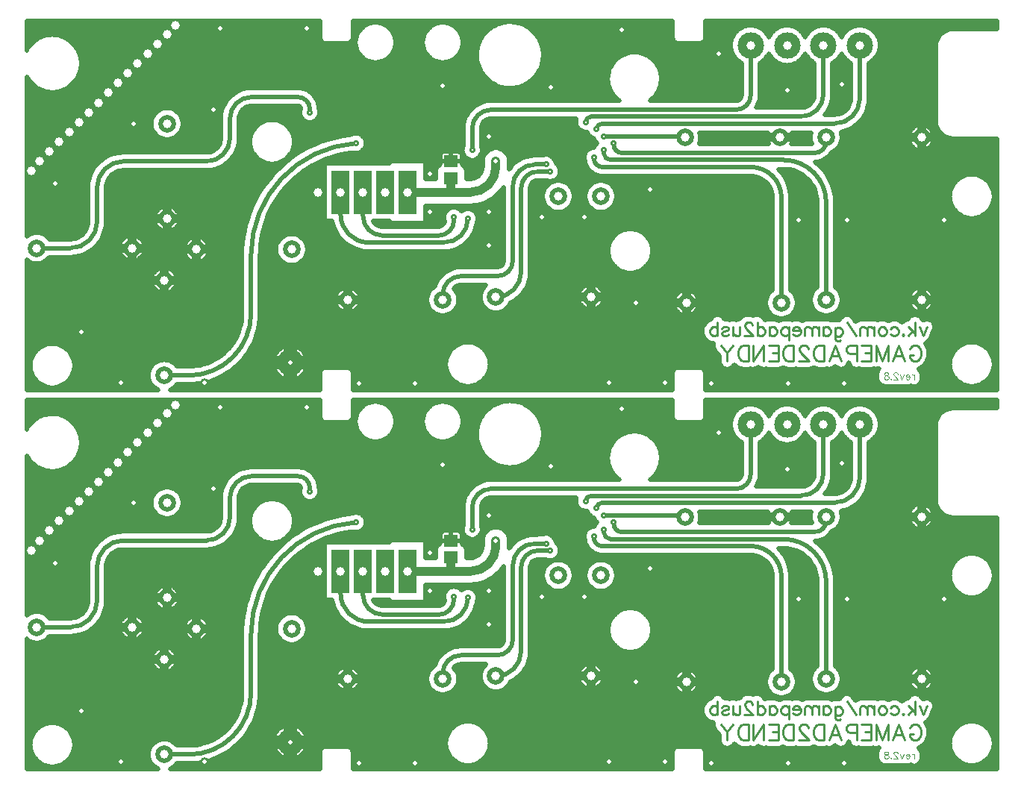
<source format=gbl>
G04 DipTrace 3.3.1.3*
G04 bottom_dendy_gamepad_Remastered_rev2.8.gbl*
%MOMM*%
G04 #@! TF.FileFunction,Copper,L2,Bot*
G04 #@! TF.Part,Single*
%AMOUTLINE0*
4,1,4,
-0.75,-0.65,
0.75,-0.65,
0.75,0.65,
-0.75,0.65,
-0.75,-0.65,
0*%
%ADD14C,0.5*%
%ADD15C,1.0*%
%ADD17C,0.3*%
G04 #@! TA.AperFunction,ComponentPad*
%ADD16C,1.5*%
G04 #@! TA.AperFunction,Nonconductor*
%ADD19C,0.2353*%
%ADD20C,0.2745*%
%ADD21C,0.11767*%
G04 #@! TA.AperFunction,ComponentPad*
%ADD23C,2.0*%
%ADD26C,3.0*%
%ADD27R,2.0X5.0*%
%ADD28C,3.0*%
G04 #@! TA.AperFunction,ViaPad*
%ADD30C,0.7*%
%ADD54OUTLINE0*%
%FSLAX35Y35*%
G04*
G71*
G90*
G75*
G01*
G04 Bottom*
%LPD*%
X4794520Y3857397D2*
D14*
G03X3603800Y2585257I86115J-1273929D01*
G01*
X3603760Y1926897D1*
G02X2899130Y1222267I-704603J-27D01*
G01*
X2619387Y1222257D1*
X1174640Y2667050D2*
X1555680D1*
G03X1857337Y2968707I0J301657D01*
G01*
Y3354170D1*
G02X2154570Y3651400I297230J0D01*
G01*
X3097753Y3651403D1*
G03X3365620Y3919270I-1J267868D01*
G01*
Y4138070D1*
G02X3609283Y4381730I243661J-1D01*
G01*
X4137000D1*
G02X4270590Y4248140I3J-133587D01*
G01*
Y4207087D1*
X7604690Y3777397D2*
Y3746637D1*
G03X7684047Y3667280I79358J1D01*
G01*
X9644490Y3667287D1*
G02X10129087Y3182690I-5J-484602D01*
G01*
X10129080Y2079613D1*
X7493557Y3697397D2*
Y3683157D1*
G03X7588817Y3587897I95257J-3D01*
G01*
X9273087Y3587890D1*
G02X9621023Y3239953I6J-347931D01*
G01*
X9621013Y2047813D1*
X6951493Y3617397D2*
X6826733D1*
G03X6572323Y3362637I-1888J-252525D01*
G01*
X6573173Y2524160D1*
G02X6398530Y2349517I-174648J5D01*
G01*
X5985303Y2349513D1*
G03X5778860Y2143070I3J-206446D01*
G01*
Y2079567D1*
X6998507Y3537397D2*
X6858487D1*
G03X6667967Y3347080I-342J-190178D01*
G01*
Y2397147D1*
G02X6382187Y2111367I-285781J1D01*
G01*
X7717900Y3857397D2*
Y3841920D1*
G03X7813160Y3746660I95257J-3D01*
G01*
X9998217Y3746667D1*
G03X10129600Y3879717I-9J131402D01*
G01*
X10129080Y3921307D1*
X7604690Y3937397D2*
X8509447D1*
G02X8525537Y3921307I-2J-16092D01*
G01*
X7399740Y4097397D2*
G02X7461800Y4159457I62059J1D01*
G01*
X9843300D1*
G03X10097330Y4413487I1J254029D01*
G01*
Y4969187D1*
X7524477Y4017397D2*
G02X7587153Y4080073I62674J3D01*
G01*
X10224340D1*
G03X10510120Y4365853I-1J285781D01*
G01*
X10510123Y4969187D1*
X9271740Y4969167D2*
Y4401463D1*
G02X9109110Y4238833I-162630J0D01*
G01*
X6329117D1*
G03X6112283Y4022000I-19J-216814D01*
G01*
Y3777397D1*
X5905887Y3016337D2*
Y2983073D1*
G02X5732753Y2809940I-173135J1D01*
G01*
X5096177D1*
G02X4873957Y3032160I0J222220D01*
G01*
Y3302117D1*
X4619957D2*
Y3048010D1*
G03X4937410Y2730557I317454J0D01*
G01*
X5793620D1*
G03X6064653Y3001587I2J271032D01*
G01*
X6382187Y3651403D2*
D15*
X6382183Y3590523D1*
G02X6093767Y3302113I-288399J-11D01*
G01*
X5874133Y3302117D1*
X5381957D1*
X5874133Y3461403D2*
Y3302117D1*
D30*
X4794520Y3857397D3*
X4270590Y4207087D3*
X7604690Y3777397D3*
X7493557Y3697397D3*
X6951493Y3617397D3*
X6998507Y3537397D3*
X7717900Y3857397D3*
X7604690Y3937397D3*
X7399740Y4097397D3*
X7524477Y4017397D3*
X6112283Y3777397D3*
X5905887Y3016337D3*
X6064653Y3001587D3*
D15*
X6382187Y3651403D3*
X9684533Y4461113D3*
X10303723Y4524620D3*
X9811547Y2984583D3*
X10367230D3*
X7668197Y1142890D3*
X8303263D3*
X4826273Y1127013D3*
X5461340D3*
X2127240Y1142890D3*
X3079840D3*
X6302803Y3937183D3*
Y3079843D3*
X5778873Y4508743D3*
X7001377Y4492867D3*
X8827193Y1127013D3*
X9700410D3*
X11462720Y2984583D3*
X10335477Y1127013D3*
X8906577Y4873907D3*
X7811087Y5143810D3*
X6302803Y2698803D3*
X4238837Y5159687D3*
X3254483D3*
X3175100Y4238840D3*
X2270130Y4080073D3*
X8128620Y3333870D3*
X7969853Y2047860D3*
X1682693Y1714450D3*
X1381037Y3397377D3*
X5635983Y3079843D3*
Y3508513D3*
X6906117Y3016337D3*
X7382417D3*
X1063047Y5194930D2*
D14*
X4382237D1*
X4762290D2*
X4893930D1*
X5139633D2*
X5656093D1*
X5901703D2*
X6366847D1*
X6715090D2*
X8383177D1*
X8763227D2*
X9243047D1*
X9300440D2*
X9655663D1*
X9713423D2*
X10068463D1*
X10126223D2*
X10481263D1*
X10538930D2*
X12066560D1*
X1063047Y5145263D2*
X4382237D1*
X4762290D2*
X4836600D1*
X5196963D2*
X5598670D1*
X5959037D2*
X6291833D1*
X6790103D2*
X8383177D1*
X8763227D2*
X9123463D1*
X9420023D2*
X9536263D1*
X9832823D2*
X9949060D1*
X10245623D2*
X10361860D1*
X10658423D2*
X11505103D1*
X1063047Y5095597D2*
X4382237D1*
X4762290D2*
X4805520D1*
X5228137D2*
X5567590D1*
X5990207D2*
X6243253D1*
X6838683D2*
X8383177D1*
X8763227D2*
X9078163D1*
X9465233D2*
X9491073D1*
X9878123D2*
X9903763D1*
X10290833D2*
X10316560D1*
X10703630D2*
X11421887D1*
X1063047Y5045930D2*
X1180833D1*
X1517773D2*
X4382237D1*
X4762200D2*
X4789297D1*
X5244270D2*
X5551367D1*
X6006340D2*
X6209167D1*
X6872773D2*
X8383177D1*
X8763137D2*
X9053097D1*
X10728787D2*
X11387890D1*
X1063047Y4996263D2*
X1115390D1*
X1583213D2*
X4415233D1*
X4729203D2*
X4784830D1*
X5248737D2*
X5546900D1*
X6010807D2*
X6185287D1*
X6896743D2*
X8416170D1*
X8730143D2*
X9041340D1*
X10740547D2*
X11371300D1*
X1624687Y4946597D2*
X4791393D1*
X5242173D2*
X5553463D1*
X6004333D2*
X6169517D1*
X6912420D2*
X9040883D1*
X10741000D2*
X11367930D1*
X1652487Y4896930D2*
X4809987D1*
X5223580D2*
X5572057D1*
X5985650D2*
X6161040D1*
X6920987D2*
X9051547D1*
X10730337D2*
X11367930D1*
X1670167Y4847263D2*
X4844713D1*
X5188853D2*
X5606783D1*
X5951013D2*
X6159127D1*
X6922810D2*
X7793917D1*
X8114087D2*
X9075247D1*
X10706640D2*
X11367930D1*
X1679463Y4797597D2*
X4910793D1*
X5122773D2*
X5672953D1*
X5884843D2*
X6163867D1*
X6918163D2*
X7731483D1*
X8176523D2*
X9118083D1*
X9425403D2*
X9530883D1*
X9838110D2*
X9943683D1*
X10250910D2*
X10356483D1*
X10663710D2*
X11367930D1*
X1680923Y4747930D2*
X6175440D1*
X6906587D2*
X7692747D1*
X8215260D2*
X9164750D1*
X9378737D2*
X9628773D1*
X9740310D2*
X9990350D1*
X10204333D2*
X10403150D1*
X10617133D2*
X11367930D1*
X1674907Y4698263D2*
X6194490D1*
X6887447D2*
X7667773D1*
X8240143D2*
X9164750D1*
X9378737D2*
X9990350D1*
X10204333D2*
X10403150D1*
X10617133D2*
X11367930D1*
X1660690Y4648597D2*
X6222473D1*
X6859463D2*
X7653097D1*
X8254907D2*
X9164750D1*
X9378737D2*
X9990350D1*
X10204333D2*
X10403150D1*
X10617133D2*
X11367930D1*
X1637263Y4598930D2*
X6262120D1*
X6819907D2*
X7647173D1*
X8260833D2*
X9164750D1*
X9378737D2*
X9990350D1*
X10204333D2*
X10403150D1*
X10617133D2*
X11367930D1*
X1063047Y4549263D2*
X1096663D1*
X1601990D2*
X6319633D1*
X6762393D2*
X7649453D1*
X8258463D2*
X9164750D1*
X9378737D2*
X9990350D1*
X10204333D2*
X10403150D1*
X10617133D2*
X11367930D1*
X1063047Y4499597D2*
X1150207D1*
X1548397D2*
X6419073D1*
X6662953D2*
X7660207D1*
X8247707D2*
X9164750D1*
X9378737D2*
X9990350D1*
X10204333D2*
X10403150D1*
X10617133D2*
X11367930D1*
X1063047Y4449930D2*
X1249010D1*
X1449597D2*
X3456287D1*
X4263450D2*
X7680440D1*
X8227473D2*
X9164750D1*
X9378737D2*
X9990350D1*
X10204333D2*
X10403150D1*
X10617133D2*
X11367930D1*
X1063047Y4400263D2*
X3379817D1*
X4321600D2*
X7712523D1*
X8195480D2*
X9164477D1*
X9378737D2*
X9989257D1*
X10203697D2*
X10403150D1*
X10617133D2*
X11367930D1*
X1063047Y4350597D2*
X3331690D1*
X4353867D2*
X7762473D1*
X8145533D2*
X9136497D1*
X9373450D2*
X9976223D1*
X10198227D2*
X10401873D1*
X10616313D2*
X11367930D1*
X1063047Y4300930D2*
X3299790D1*
X4371457D2*
X6169880D1*
X9358867D2*
X9939673D1*
X10185467D2*
X10390753D1*
X10611210D2*
X11367930D1*
X1063047Y4251263D2*
X2601340D1*
X2701027D2*
X3278190D1*
X3529633D2*
X4162667D1*
X4378477D2*
X6102707D1*
X10164687D2*
X10362500D1*
X10599270D2*
X11367930D1*
X1063047Y4201597D2*
X2517487D1*
X2784880D2*
X3264973D1*
X3488253D2*
X4153737D1*
X4387500D2*
X6061237D1*
X10134243D2*
X10300430D1*
X10580037D2*
X11367930D1*
X1063047Y4151930D2*
X2484400D1*
X2817967D2*
X3259320D1*
X3473763D2*
X4168137D1*
X4373097D2*
X6033163D1*
X10552057D2*
X11367930D1*
X1063047Y4102263D2*
X2470547D1*
X2831820D2*
X3258593D1*
X3472577D2*
X3734830D1*
X3949087D2*
X4226107D1*
X4315037D2*
X6015570D1*
X6252343D2*
X7282863D1*
X10513137D2*
X11368567D1*
X1063047Y4052597D2*
X2471367D1*
X2831000D2*
X3258593D1*
X3472577D2*
X3661820D1*
X4022097D2*
X6007097D1*
X6223723D2*
X7292070D1*
X10457447D2*
X11137420D1*
X11279673D2*
X11375130D1*
X1063047Y4002930D2*
X2486860D1*
X2815507D2*
X3258593D1*
X3472577D2*
X3622537D1*
X4061380D2*
X6005273D1*
X6219257D2*
X7334543D1*
X10364660D2*
X11081367D1*
X11335820D2*
X11396820D1*
X1063047Y3953263D2*
X2522680D1*
X2779687D2*
X3258593D1*
X3472577D2*
X3599660D1*
X4084347D2*
X4718657D1*
X4857447D2*
X6005273D1*
X6219257D2*
X7427693D1*
X8704620D2*
X9456510D1*
X9753527D2*
X9949973D1*
X10308150D2*
X11060130D1*
X11357057D2*
X11442030D1*
X1063047Y3903597D2*
X2632237D1*
X2670177D2*
X3257407D1*
X3471847D2*
X3588450D1*
X4095560D2*
X4478943D1*
X4901560D2*
X6005273D1*
X6219257D2*
X7492953D1*
X8706627D2*
X9454140D1*
X9755987D2*
X9947967D1*
X10310153D2*
X11057667D1*
X11359517D2*
X12066560D1*
X1063047Y3853930D2*
X3244830D1*
X3466287D2*
X3587447D1*
X4096560D2*
X4340767D1*
X4911497D2*
X6005273D1*
X6219257D2*
X7517930D1*
X8694230D2*
X9469360D1*
X9740677D2*
X9960363D1*
X10297760D2*
X11072890D1*
X11344203D2*
X12066560D1*
X1063047Y3804263D2*
X3211743D1*
X3453710D2*
X3596470D1*
X4087447D2*
X4235403D1*
X4898097D2*
X5998527D1*
X6226000D2*
X7455037D1*
X10266860D2*
X11114633D1*
X11302550D2*
X12066560D1*
X1063047Y3754597D2*
X3107653D1*
X3433293D2*
X3616797D1*
X4067120D2*
X4148450D1*
X4843957D2*
X5766743D1*
X6226913D2*
X6265583D1*
X6498800D2*
X7392237D1*
X10201053D2*
X12066560D1*
X1063047Y3704930D2*
X1959673D1*
X3403670D2*
X3652070D1*
X4031847D2*
X4073527D1*
X4536703D2*
X5747147D1*
X6202667D2*
X6234960D1*
X6529427D2*
X6720583D1*
X7026353D2*
X7376833D1*
X10159310D2*
X12066560D1*
X1063047Y3655263D2*
X1888397D1*
X3361743D2*
X3714687D1*
X3969230D2*
X4008630D1*
X4404817D2*
X5747147D1*
X6001143D2*
X6225207D1*
X6539180D2*
X6617317D1*
X7061900D2*
X7384763D1*
X10072083D2*
X12066560D1*
X1063047Y3605597D2*
X1839907D1*
X3298033D2*
X3950753D1*
X4306653D2*
X4437930D1*
X5588983D2*
X5729830D1*
X6018463D2*
X6225207D1*
X7092343D2*
X7402447D1*
X10055493D2*
X12066560D1*
X1063047Y3555930D2*
X1805090D1*
X3169060D2*
X3898710D1*
X4227173D2*
X4437930D1*
X5588983D2*
X5696470D1*
X6051730D2*
X6220377D1*
X7113943D2*
X7433253D1*
X9598397D2*
X9721653D1*
X10101977D2*
X12066560D1*
X1063047Y3506263D2*
X1780480D1*
X2037850D2*
X3851587D1*
X4158630D2*
X4437930D1*
X5588983D2*
X5692097D1*
X6056107D2*
X6195493D1*
X7111120D2*
X7496963D1*
X9640417D2*
X9842693D1*
X10138710D2*
X12066560D1*
X1063047Y3456597D2*
X1763710D1*
X1994010D2*
X3808930D1*
X4100117D2*
X4437930D1*
X5588983D2*
X5692097D1*
X6056107D2*
X6111547D1*
X7081040D2*
X9383137D1*
X9672133D2*
X9906130D1*
X10168150D2*
X11627513D1*
X11933007D2*
X12066560D1*
X1063047Y3406930D2*
X1753867D1*
X1971953D2*
X3770013D1*
X4048253D2*
X4437930D1*
X6798763D2*
X6995390D1*
X7185310D2*
X7478007D1*
X7667930D2*
X9447760D1*
X9695740D2*
X9948787D1*
X10191573D2*
X11576743D1*
X11983867D2*
X12066560D1*
X1063047Y3357263D2*
X1750403D1*
X1964750D2*
X3734557D1*
X4002133D2*
X4437930D1*
X6775883D2*
X6941250D1*
X7239453D2*
X7423867D1*
X7722070D2*
X9483580D1*
X9712420D2*
X9979503D1*
X10209440D2*
X11547030D1*
X12013580D2*
X12066560D1*
X1063047Y3307597D2*
X1750310D1*
X1964297D2*
X3702290D1*
X3960847D2*
X4437930D1*
X6435637D2*
X6465300D1*
X6774973D2*
X6916457D1*
X7264153D2*
X7399073D1*
X7746770D2*
X9504087D1*
X9722630D2*
X10000560D1*
X10222290D2*
X11530623D1*
X12029893D2*
X12066560D1*
X1063047Y3257930D2*
X1750310D1*
X1964297D2*
X3673307D1*
X3924023D2*
X4437930D1*
X6386510D2*
X6465467D1*
X6774973D2*
X6908347D1*
X7272357D2*
X7390963D1*
X7754880D2*
X9512653D1*
X9727097D2*
X10014413D1*
X10230767D2*
X11524973D1*
X12035637D2*
X12066560D1*
X1063047Y3208263D2*
X1750310D1*
X1964297D2*
X3646873D1*
X3891027D2*
X4437930D1*
X6317513D2*
X6465467D1*
X6774973D2*
X6914453D1*
X7266157D2*
X7397070D1*
X7748773D2*
X9514023D1*
X9728007D2*
X10020703D1*
X10234960D2*
X11529257D1*
X12031353D2*
X12066560D1*
X1063047Y3158597D2*
X1750310D1*
X1964297D2*
X3622903D1*
X3861497D2*
X4437930D1*
X6181613D2*
X6465560D1*
X6774973D2*
X6936600D1*
X7244100D2*
X7419217D1*
X7726717D2*
X9514023D1*
X9728007D2*
X10022070D1*
X10236053D2*
X11544023D1*
X12016497D2*
X12066560D1*
X1063047Y3108930D2*
X1750310D1*
X1964297D2*
X2546927D1*
X2755533D2*
X3601120D1*
X3835153D2*
X4437930D1*
X5588983D2*
X5837837D1*
X5973893D2*
X6027693D1*
X6101587D2*
X6465560D1*
X6774973D2*
X6984633D1*
X7196067D2*
X7467250D1*
X7678593D2*
X9514023D1*
X9728007D2*
X10022070D1*
X10236053D2*
X11571640D1*
X11988970D2*
X12066560D1*
X1063047Y3059263D2*
X1750310D1*
X1964297D2*
X2511380D1*
X2790987D2*
X3581523D1*
X3811820D2*
X4437930D1*
X5588983D2*
X5797460D1*
X6165663D2*
X6465650D1*
X6774973D2*
X9514023D1*
X9728007D2*
X10022070D1*
X10236053D2*
X11618580D1*
X11941940D2*
X12066560D1*
X1063047Y3009597D2*
X1750310D1*
X1964297D2*
X2499440D1*
X2802930D2*
X3564570D1*
X3791223D2*
X4437930D1*
X5588983D2*
X5789073D1*
X6181340D2*
X6465650D1*
X6774973D2*
X9514023D1*
X9728007D2*
X10022070D1*
X10236053D2*
X11723487D1*
X11837120D2*
X12066560D1*
X1063047Y2959930D2*
X1749583D1*
X1964023D2*
X2504907D1*
X2797460D2*
X3549620D1*
X3773177D2*
X4522967D1*
X5005467D2*
X5174933D1*
X5588983D2*
X5794633D1*
X6173593D2*
X6465740D1*
X6774973D2*
X9514023D1*
X9728007D2*
X10022070D1*
X10236053D2*
X12066560D1*
X1063047Y2910263D2*
X1741013D1*
X1959920D2*
X2530153D1*
X2772213D2*
X3536403D1*
X3757590D2*
X4536913D1*
X6160193D2*
X6465740D1*
X6774973D2*
X9514023D1*
X9728007D2*
X10022070D1*
X10236053D2*
X12066560D1*
X1063047Y2860597D2*
X1717773D1*
X1949530D2*
X2601157D1*
X2701210D2*
X3524920D1*
X3744283D2*
X4557877D1*
X6143970D2*
X6465833D1*
X6774973D2*
X7792277D1*
X8020570D2*
X9514023D1*
X9728007D2*
X10022070D1*
X10236053D2*
X12066560D1*
X1282707Y2810930D2*
X1672563D1*
X1932213D2*
X2218983D1*
X2289230D2*
X3515987D1*
X3733253D2*
X3983110D1*
X4145323D2*
X4587133D1*
X6119180D2*
X6465923D1*
X6774973D2*
X7723007D1*
X8089750D2*
X9514023D1*
X9728007D2*
X10022070D1*
X10236053D2*
X12066560D1*
X1906783Y2761263D2*
X2136313D1*
X2371990D2*
X2882343D1*
X3087030D2*
X3508697D1*
X3724413D2*
X3920583D1*
X4207760D2*
X4626873D1*
X6083267D2*
X6465923D1*
X6774973D2*
X7685090D1*
X8127760D2*
X9514023D1*
X9728007D2*
X10022070D1*
X10236053D2*
X12066560D1*
X1871237Y2711597D2*
X2109060D1*
X2399243D2*
X2845703D1*
X3123670D2*
X3502953D1*
X3718033D2*
X3892787D1*
X4235560D2*
X4682107D1*
X6032863D2*
X6466013D1*
X6774973D2*
X7662940D1*
X8149817D2*
X9514023D1*
X9728007D2*
X10022070D1*
X10236053D2*
X12066560D1*
X1822107Y2661930D2*
X2102227D1*
X2406080D2*
X2833033D1*
X3136250D2*
X3499127D1*
X3713750D2*
X3882487D1*
X4245857D2*
X4768607D1*
X5951927D2*
X6466013D1*
X6774973D2*
X7652460D1*
X8160297D2*
X9514023D1*
X9728007D2*
X10022070D1*
X10236053D2*
X12066560D1*
X1749100Y2612263D2*
X2112707D1*
X2395507D2*
X2837953D1*
X3131417D2*
X3497487D1*
X3711560D2*
X3886497D1*
X4241847D2*
X6466107D1*
X6774973D2*
X7652097D1*
X8160663D2*
X9514023D1*
X9728007D2*
X10022070D1*
X10236053D2*
X12066560D1*
X1322537Y2562597D2*
X2145703D1*
X2362603D2*
X2862290D1*
X3106990D2*
X3496757D1*
X3710833D2*
X3905910D1*
X4222433D2*
X6466107D1*
X6774973D2*
X7661847D1*
X8150910D2*
X9514023D1*
X9728007D2*
X10022070D1*
X10236053D2*
X12066560D1*
X1266667Y2512930D2*
X2929557D1*
X3039817D2*
X3496757D1*
X3710833D2*
X3948567D1*
X4179777D2*
X6465013D1*
X6774973D2*
X7682993D1*
X8129763D2*
X9514023D1*
X9728007D2*
X10022070D1*
X10236053D2*
X12066560D1*
X1063047Y2463263D2*
X3496757D1*
X3710833D2*
X6432473D1*
X6774973D2*
X7719543D1*
X8093213D2*
X9514023D1*
X9728007D2*
X10022070D1*
X10236053D2*
X12066560D1*
X1063047Y2413597D2*
X2518943D1*
X2719803D2*
X3496757D1*
X3710833D2*
X5832460D1*
X6774973D2*
X7785167D1*
X8027590D2*
X9514023D1*
X9728007D2*
X10022070D1*
X10236053D2*
X12066560D1*
X1063047Y2363930D2*
X2481210D1*
X2757630D2*
X3496757D1*
X3710833D2*
X5765103D1*
X6772967D2*
X9514023D1*
X9728007D2*
X10022070D1*
X10236053D2*
X12066560D1*
X1063047Y2314263D2*
X2467903D1*
X2770847D2*
X3496757D1*
X3710740D2*
X5724270D1*
X6765493D2*
X9514023D1*
X9728007D2*
X10022070D1*
X10236053D2*
X12066560D1*
X1063047Y2264597D2*
X2472187D1*
X2766653D2*
X3496757D1*
X3710740D2*
X5696833D1*
X6751093D2*
X9514023D1*
X9728007D2*
X10022070D1*
X10236053D2*
X12066560D1*
X1063047Y2214930D2*
X2495793D1*
X2743047D2*
X3496757D1*
X3710740D2*
X4637083D1*
X4761653D2*
X5659830D1*
X5915013D2*
X6233683D1*
X6729037D2*
X7352407D1*
X7571040D2*
X9514023D1*
X9728007D2*
X10009947D1*
X10248177D2*
X11146170D1*
X11271013D2*
X12066560D1*
X1063047Y2165263D2*
X2559777D1*
X2678970D2*
X3496757D1*
X3710740D2*
X4574920D1*
X4823813D2*
X5618997D1*
X5938710D2*
X6208620D1*
X6697863D2*
X7319960D1*
X7603487D2*
X8448070D1*
X8634893D2*
X9483580D1*
X9758450D2*
X9969203D1*
X10289010D2*
X11084100D1*
X11333083D2*
X12066560D1*
X1063047Y2115597D2*
X3496757D1*
X3710740D2*
X4551860D1*
X4846873D2*
X5600583D1*
X5957120D2*
X6200233D1*
X6653383D2*
X7309750D1*
X7613607D2*
X8406053D1*
X8676913D2*
X9452500D1*
X9789530D2*
X9950793D1*
X10307420D2*
X11061040D1*
X11356143D2*
X12066560D1*
X1063047Y2065930D2*
X3496757D1*
X3710740D2*
X4548033D1*
X4850703D2*
X5597393D1*
X5960310D2*
X6206157D1*
X6588397D2*
X7316860D1*
X7606497D2*
X8390650D1*
X8692407D2*
X9439920D1*
X9802107D2*
X9947603D1*
X10310520D2*
X11057213D1*
X11359973D2*
X12066560D1*
X1063047Y2016263D2*
X3496757D1*
X3710740D2*
X4561703D1*
X4837030D2*
X5608607D1*
X5949190D2*
X6227940D1*
X6536443D2*
X7344570D1*
X7578787D2*
X8392930D1*
X8690130D2*
X9441833D1*
X9800193D2*
X9958813D1*
X10299400D2*
X11070977D1*
X11346210D2*
X12066560D1*
X1063047Y1966597D2*
X3496757D1*
X3710740D2*
X4600260D1*
X4798383D2*
X5637590D1*
X5920117D2*
X6275337D1*
X6489047D2*
X7431157D1*
X7492200D2*
X8413983D1*
X8669073D2*
X9458787D1*
X9783240D2*
X9987890D1*
X10270323D2*
X11109620D1*
X11307563D2*
X12066560D1*
X1063047Y1916930D2*
X3496300D1*
X3710467D2*
X5704037D1*
X5853670D2*
X8469583D1*
X8613477D2*
X9496887D1*
X9745143D2*
X10054333D1*
X10203787D2*
X12066560D1*
X1063047Y1867263D2*
X3493383D1*
X3708553D2*
X8815390D1*
X8977330D2*
X9141873D1*
X9427953D2*
X10280923D1*
X10442953D2*
X11056027D1*
X11217877D2*
X12066560D1*
X1063047Y1817597D2*
X3486273D1*
X3703177D2*
X8753773D1*
X11351587D2*
X12066560D1*
X1063047Y1767930D2*
X3475063D1*
X3694607D2*
X8724973D1*
X11362980D2*
X12066560D1*
X1063047Y1718263D2*
X3459387D1*
X3682940D2*
X8717133D1*
X11346847D2*
X12066560D1*
X1063047Y1668597D2*
X3438240D1*
X3667810D2*
X8728163D1*
X11325610D2*
X12066560D1*
X1063047Y1618930D2*
X3411627D1*
X3649217D2*
X8763710D1*
X11301183D2*
X12066560D1*
X1063047Y1569263D2*
X1260403D1*
X1438203D2*
X3378903D1*
X3626703D2*
X5940193D1*
X6189180D2*
X8842823D1*
X11273203D2*
X11655767D1*
X11904750D2*
X12066560D1*
X1063047Y1519597D2*
X1176913D1*
X1521600D2*
X3337707D1*
X3599907D2*
X3920950D1*
X4175677D2*
X5876210D1*
X6253163D2*
X8853123D1*
X11292433D2*
X11591783D1*
X11968737D2*
X12066560D1*
X1063047Y1469930D2*
X1134440D1*
X1564073D2*
X3286757D1*
X3568280D2*
X3876470D1*
X4220153D2*
X5840297D1*
X6289073D2*
X8891040D1*
X11296263D2*
X11555870D1*
X12004647D2*
X12066560D1*
X1063047Y1420263D2*
X1109463D1*
X1589047D2*
X3220310D1*
X3531273D2*
X3854140D1*
X4242487D2*
X5819607D1*
X6309763D2*
X8910453D1*
X11290703D2*
X11535180D1*
X12025337D2*
X12066560D1*
X1063047Y1370597D2*
X1096663D1*
X1601810D2*
X2517850D1*
X2720987D2*
X3124700D1*
X3487707D2*
X3846393D1*
X4250233D2*
X5810220D1*
X6319153D2*
X8911367D1*
X11270560D2*
X11525793D1*
X12034727D2*
X12066560D1*
X1063047Y1320930D2*
X1094293D1*
X1604270D2*
X2467447D1*
X3436393D2*
X3851313D1*
X4245310D2*
X5810950D1*
X6318423D2*
X8935977D1*
X9072487D2*
X9102763D1*
X10366940D2*
X10404427D1*
X11226900D2*
X11526523D1*
X12033997D2*
X12066560D1*
X1063047Y1271263D2*
X1101810D1*
X1596797D2*
X2444297D1*
X3373410D2*
X3870180D1*
X4226537D2*
X4385153D1*
X4759373D2*
X5821797D1*
X6307577D2*
X8386093D1*
X8760220D2*
X10708397D1*
X11203110D2*
X11537370D1*
X12023150D2*
X12066560D1*
X1063047Y1221597D2*
X1120310D1*
X1578293D2*
X2437370D1*
X3295297D2*
X3908463D1*
X4188163D2*
X4382237D1*
X4762290D2*
X5844400D1*
X6284973D2*
X8383177D1*
X8763227D2*
X10701927D1*
X11215233D2*
X11559973D1*
X12000547D2*
X12066560D1*
X1063047Y1171930D2*
X1153033D1*
X1545570D2*
X2444660D1*
X3188110D2*
X4005077D1*
X4091547D2*
X4382237D1*
X4762290D2*
X5883047D1*
X6246327D2*
X8383177D1*
X8763227D2*
X10702380D1*
X11215143D2*
X11598620D1*
X11961900D2*
X12066560D1*
X1063047Y1122263D2*
X1209817D1*
X1488787D2*
X2468357D1*
X2960793D2*
X4382237D1*
X4762290D2*
X5954230D1*
X6175143D2*
X8383177D1*
X8763227D2*
X10732643D1*
X11195910D2*
X11669803D1*
X11890713D2*
X12066560D1*
X1063047Y1072597D2*
X2519857D1*
X2718893D2*
X4382237D1*
X4762290D2*
X8383177D1*
X8763227D2*
X12066560D1*
X10305533Y2065727D2*
X10301190Y2038293D1*
X10292607Y2011880D1*
X10279997Y1987130D1*
X10263673Y1964660D1*
X10244033Y1945020D1*
X10221563Y1928697D1*
X10196813Y1916087D1*
X10170400Y1907503D1*
X10142967Y1903160D1*
X10115193D1*
X10087760Y1907503D1*
X10061347Y1916087D1*
X10036597Y1928697D1*
X10014127Y1945020D1*
X9994487Y1964660D1*
X9978163Y1987130D1*
X9965553Y2011880D1*
X9956970Y2038293D1*
X9952627Y2065727D1*
Y2093500D1*
X9956970Y2120933D1*
X9965553Y2147347D1*
X9978163Y2172097D1*
X9994487Y2194567D1*
X10014127Y2214207D1*
X10027073Y2224167D1*
X10027087Y3180163D1*
X10025120Y3220197D1*
X10019610Y3257327D1*
X10010487Y3293733D1*
X9997840Y3329073D1*
X9981790Y3363003D1*
X9962493Y3395197D1*
X9940133Y3425343D1*
X9914923Y3453153D1*
X9887113Y3478357D1*
X9856963Y3500717D1*
X9824767Y3520010D1*
X9790837Y3536057D1*
X9755497Y3548700D1*
X9719087Y3557820D1*
X9681957Y3563323D1*
X9641920Y3565290D1*
X9583330Y3565287D1*
X9595803Y3553237D1*
X9629227Y3514913D1*
X9659200Y3470620D1*
X9669917Y3450873D1*
X9689290Y3410870D1*
X9707340Y3357693D1*
X9718080Y3305300D1*
X9720423Y3282957D1*
X9723023Y3239953D1*
X9723013Y2192413D1*
X9735967Y2182407D1*
X9755607Y2162767D1*
X9771930Y2140297D1*
X9784540Y2115547D1*
X9793123Y2089133D1*
X9797467Y2061700D1*
Y2033927D1*
X9793123Y2006493D1*
X9784540Y1980080D1*
X9771930Y1955330D1*
X9755607Y1932860D1*
X9735967Y1913220D1*
X9713497Y1896897D1*
X9688747Y1884287D1*
X9662333Y1875703D1*
X9634900Y1871360D1*
X9607127D1*
X9579693Y1875703D1*
X9553280Y1884287D1*
X9528530Y1896897D1*
X9506060Y1913220D1*
X9486420Y1932860D1*
X9470097Y1955330D1*
X9457487Y1980080D1*
X9448903Y2006493D1*
X9444560Y2033927D1*
Y2061700D1*
X9448903Y2089133D1*
X9457487Y2115547D1*
X9470097Y2140297D1*
X9486420Y2162767D1*
X9506060Y2182407D1*
X9519007Y2192367D1*
X9518647Y3242367D1*
X9516230Y3274397D1*
X9509657Y3305840D1*
X9499033Y3336153D1*
X9484543Y3364823D1*
X9466437Y3391357D1*
X9445020Y3415297D1*
X9420663Y3436240D1*
X9393780Y3453820D1*
X9364830Y3467743D1*
X9334313Y3477770D1*
X9302750Y3483727D1*
X9269717Y3485893D1*
X7577177Y3486440D1*
X7561720Y3487773D1*
X7536447Y3492980D1*
X7512070Y3501443D1*
X7489010Y3513013D1*
X7467653Y3527497D1*
X7448373Y3544643D1*
X7431493Y3564163D1*
X7417310Y3585717D1*
X7406057Y3608937D1*
X7397933Y3633427D1*
X7396013Y3642357D1*
X7390083Y3654537D1*
X7384650Y3671250D1*
X7381903Y3688610D1*
Y3706183D1*
X7384650Y3723543D1*
X7390083Y3740257D1*
X7398060Y3755917D1*
X7408390Y3770133D1*
X7420820Y3782563D1*
X7435037Y3792893D1*
X7450697Y3800870D1*
X7467410Y3806303D1*
X7484770Y3809050D1*
X7497297Y3809250D1*
X7504897Y3828243D1*
X7514080Y3843230D1*
X7526327Y3857363D1*
X7514080Y3871563D1*
X7504897Y3886550D1*
X7498173Y3902787D1*
X7496427Y3908970D1*
X7481617Y3913923D1*
X7465957Y3921900D1*
X7451740Y3932230D1*
X7439310Y3944660D1*
X7428980Y3958877D1*
X7421003Y3974537D1*
X7416850Y3986720D1*
X7399740Y3985397D1*
X7382220Y3986777D1*
X7365130Y3990880D1*
X7348893Y3997603D1*
X7333907Y4006787D1*
X7320543Y4018200D1*
X7309130Y4031563D1*
X7299947Y4046550D1*
X7293223Y4062787D1*
X7289120Y4079877D1*
X7287740Y4097397D1*
X7289120Y4114917D1*
X7293223Y4132007D1*
X7294993Y4136810D1*
X6330120Y4136680D1*
X6309577Y4134727D1*
X6295033Y4131213D1*
X6281070Y4125833D1*
X6267930Y4118673D1*
X6255833Y4109863D1*
X6244993Y4099547D1*
X6235593Y4087903D1*
X6227793Y4075133D1*
X6221727Y4061457D1*
X6217497Y4047103D1*
X6215177Y4032320D1*
X6214283Y3998667D1*
Y3823577D1*
X6218800Y3812007D1*
X6222903Y3794917D1*
X6224283Y3777397D1*
X6222903Y3759877D1*
X6218800Y3742787D1*
X6212077Y3726550D1*
X6202893Y3711563D1*
X6191480Y3698200D1*
X6178117Y3686787D1*
X6163130Y3677603D1*
X6146893Y3670880D1*
X6129803Y3666777D1*
X6112283Y3665397D1*
X6094763Y3666777D1*
X6077673Y3670880D1*
X6061437Y3677603D1*
X6046450Y3686787D1*
X6033087Y3698200D1*
X6021673Y3711563D1*
X6012490Y3726550D1*
X6005767Y3742787D1*
X6001663Y3759877D1*
X6000283Y3777397D1*
X6001663Y3794917D1*
X6005767Y3812007D1*
X6010283Y3824063D1*
X6010870Y4034323D1*
X6013197Y4064963D1*
X6021503Y4105833D1*
X6035077Y4145270D1*
X6053683Y4182597D1*
X6077000Y4217173D1*
X6104633Y4248413D1*
X6136110Y4275777D1*
X6170887Y4298800D1*
X6208370Y4317083D1*
X6247923Y4330320D1*
X6288863Y4338277D1*
X6322487Y4340617D1*
X6912450Y4340833D1*
X7780613D1*
X7766487Y4351363D1*
X7748773Y4366540D1*
X7732283Y4383040D1*
X7717117Y4400763D1*
X7703363Y4419607D1*
X7691103Y4439453D1*
X7680413Y4460187D1*
X7671357Y4481683D1*
X7663987Y4503817D1*
X7658343Y4526453D1*
X7654467Y4549457D1*
X7652377Y4572690D1*
X7652087Y4596013D1*
X7653597Y4619293D1*
X7656900Y4642387D1*
X7661977Y4665153D1*
X7668793Y4687463D1*
X7677313Y4709180D1*
X7687483Y4730173D1*
X7699243Y4750320D1*
X7712523Y4769497D1*
X7727247Y4787593D1*
X7743320Y4804500D1*
X7760650Y4820113D1*
X7779133Y4834347D1*
X7798660Y4847107D1*
X7819117Y4858323D1*
X7840373Y4867927D1*
X7862310Y4875860D1*
X7884797Y4882077D1*
X7907693Y4886540D1*
X7930863Y4889223D1*
X7954177Y4890110D1*
X7977483Y4889193D1*
X8000653Y4886483D1*
X8023543Y4881990D1*
X8046020Y4875743D1*
X8067947Y4867780D1*
X8089193Y4858150D1*
X8109633Y4846910D1*
X8129147Y4834123D1*
X8147610Y4819870D1*
X8164923Y4804233D1*
X8180973Y4787307D1*
X8195673Y4769190D1*
X8208930Y4749997D1*
X8220663Y4729833D1*
X8230807Y4708827D1*
X8239300Y4687100D1*
X8246087Y4664783D1*
X8251133Y4642007D1*
X8254410Y4618910D1*
X8255983Y4588110D1*
X8255083Y4564800D1*
X8252383Y4541630D1*
X8247907Y4518737D1*
X8241677Y4496257D1*
X8233727Y4474323D1*
X8224110Y4453070D1*
X8212880Y4432623D1*
X8200107Y4413103D1*
X8185867Y4394630D1*
X8170240Y4377310D1*
X8153323Y4361247D1*
X8126900Y4340783D1*
X9110930Y4341170D1*
X9124733Y4343110D1*
X9137680Y4348340D1*
X9147257Y4354740D1*
X9157030Y4364677D1*
X9164117Y4376710D1*
X9167817Y4387617D1*
X9169400Y4399643D1*
X9169740Y4471463D1*
Y4766320D1*
X9153133Y4775617D1*
X9138313Y4785520D1*
X9124317Y4796553D1*
X9111227Y4808653D1*
X9099127Y4821743D1*
X9088093Y4835740D1*
X9078190Y4850560D1*
X9069480Y4866110D1*
X9062020Y4882297D1*
X9055850Y4899020D1*
X9051013Y4916173D1*
X9047533Y4933657D1*
X9045440Y4951357D1*
X9044740Y4969167D1*
X9045440Y4986977D1*
X9047533Y5004677D1*
X9051013Y5022160D1*
X9055850Y5039313D1*
X9062020Y5056037D1*
X9069480Y5072223D1*
X9078190Y5087773D1*
X9088093Y5102593D1*
X9099127Y5116590D1*
X9111227Y5129680D1*
X9124317Y5141780D1*
X9138313Y5152813D1*
X9153133Y5162717D1*
X9168683Y5171427D1*
X9184870Y5178887D1*
X9201593Y5185057D1*
X9218747Y5189893D1*
X9236230Y5193373D1*
X9253930Y5195467D1*
X9271740Y5196167D1*
X9289550Y5195467D1*
X9307250Y5193373D1*
X9324733Y5189893D1*
X9341887Y5185057D1*
X9358610Y5178887D1*
X9374797Y5171427D1*
X9390347Y5162717D1*
X9405167Y5152813D1*
X9419163Y5141780D1*
X9432253Y5129680D1*
X9444353Y5116590D1*
X9455387Y5102593D1*
X9465290Y5087773D1*
X9478050Y5063433D1*
X9490987Y5087793D1*
X9500890Y5102613D1*
X9511923Y5116610D1*
X9524023Y5129700D1*
X9537113Y5141800D1*
X9551110Y5152833D1*
X9565930Y5162737D1*
X9581480Y5171447D1*
X9597667Y5178907D1*
X9614390Y5185077D1*
X9631543Y5189913D1*
X9649027Y5193393D1*
X9666727Y5195487D1*
X9684537Y5196187D1*
X9702347Y5195487D1*
X9720047Y5193393D1*
X9737530Y5189913D1*
X9754683Y5185077D1*
X9771407Y5178907D1*
X9787593Y5171447D1*
X9803143Y5162737D1*
X9817963Y5152833D1*
X9831960Y5141800D1*
X9845050Y5129700D1*
X9857150Y5116610D1*
X9868183Y5102613D1*
X9878087Y5087793D1*
X9890847Y5063453D1*
X9903780Y5087793D1*
X9913683Y5102613D1*
X9924717Y5116610D1*
X9936817Y5129700D1*
X9949907Y5141800D1*
X9963903Y5152833D1*
X9978723Y5162737D1*
X9994273Y5171447D1*
X10010460Y5178907D1*
X10027183Y5185077D1*
X10044337Y5189913D1*
X10061820Y5193393D1*
X10079520Y5195487D1*
X10097330Y5196187D1*
X10115140Y5195487D1*
X10132840Y5193393D1*
X10150323Y5189913D1*
X10167477Y5185077D1*
X10184200Y5178907D1*
X10200387Y5171447D1*
X10215937Y5162737D1*
X10230757Y5152833D1*
X10244753Y5141800D1*
X10257843Y5129700D1*
X10269943Y5116610D1*
X10280977Y5102613D1*
X10290880Y5087793D1*
X10303640Y5063453D1*
X10316573Y5087793D1*
X10326477Y5102613D1*
X10337510Y5116610D1*
X10349610Y5129700D1*
X10362700Y5141800D1*
X10376697Y5152833D1*
X10391517Y5162737D1*
X10407067Y5171447D1*
X10423253Y5178907D1*
X10439977Y5185077D1*
X10457130Y5189913D1*
X10474613Y5193393D1*
X10492313Y5195487D1*
X10510123Y5196187D1*
X10527933Y5195487D1*
X10545633Y5193393D1*
X10563117Y5189913D1*
X10580270Y5185077D1*
X10596993Y5178907D1*
X10613180Y5171447D1*
X10628730Y5162737D1*
X10643550Y5152833D1*
X10657547Y5141800D1*
X10670637Y5129700D1*
X10682737Y5116610D1*
X10693770Y5102613D1*
X10703673Y5087793D1*
X10712383Y5072243D1*
X10719843Y5056057D1*
X10726013Y5039333D1*
X10730850Y5022180D1*
X10734330Y5004697D1*
X10736423Y4986997D1*
X10737123Y4969187D1*
X10736423Y4951377D1*
X10734330Y4933677D1*
X10730850Y4916193D1*
X10726013Y4899040D1*
X10719843Y4882317D1*
X10712383Y4866130D1*
X10703673Y4850580D1*
X10693770Y4835760D1*
X10682737Y4821763D1*
X10670637Y4808673D1*
X10657547Y4796573D1*
X10643550Y4785540D1*
X10628730Y4775637D1*
X10612103Y4766433D1*
X10612120Y4365820D1*
X10608613Y4313883D1*
X10598543Y4264170D1*
X10582070Y4216197D1*
X10559473Y4170787D1*
X10531147Y4128710D1*
X10497567Y4090693D1*
X10459317Y4057383D1*
X10417040Y4029353D1*
X10371470Y4007077D1*
X10323383Y3990943D1*
X10294230Y3985003D1*
X10301190Y3962627D1*
X10305533Y3935193D1*
Y3907420D1*
X10301190Y3879987D1*
X10292607Y3853573D1*
X10279997Y3828823D1*
X10263673Y3806353D1*
X10244033Y3786713D1*
X10221563Y3770390D1*
X10198640Y3758620D1*
X10183617Y3736303D1*
X10163357Y3713143D1*
X10140223Y3692850D1*
X10114623Y3675777D1*
X10086997Y3662220D1*
X10057830Y3652417D1*
X10027627Y3646533D1*
X10005230Y3644907D1*
X10020413Y3632863D1*
X10062727Y3593850D1*
X10101013Y3550877D1*
X10134903Y3504357D1*
X10164070Y3454737D1*
X10188237Y3402500D1*
X10207163Y3348147D1*
X10220670Y3292197D1*
X10228630Y3235193D1*
X10231087Y3182690D1*
X10231080Y2224290D1*
X10244033Y2214207D1*
X10263673Y2194567D1*
X10279997Y2172097D1*
X10292607Y2147347D1*
X10301190Y2120933D1*
X10305533Y2093500D1*
Y2065727D1*
X11355507Y2074947D2*
X11353733Y2056377D1*
X11349620Y2038183D1*
X11343237Y2020653D1*
X11334687Y2004077D1*
X11324107Y1988713D1*
X11311663Y1974813D1*
X11297560Y1962603D1*
X11282027Y1952277D1*
X11265310Y1944000D1*
X11247677Y1937907D1*
X11229417Y1934097D1*
X11210820Y1932630D1*
X11192187Y1933530D1*
X11173820Y1936783D1*
X11156010Y1942333D1*
X11139050Y1950097D1*
X11123207Y1959947D1*
X11108740Y1971720D1*
X11095880Y1985233D1*
X11084833Y2000267D1*
X11075780Y2016577D1*
X11068867Y2033903D1*
X11064203Y2051963D1*
X11061863Y2070473D1*
X11061887Y2089127D1*
X11064273Y2107627D1*
X11068983Y2125677D1*
X11075940Y2142983D1*
X11085033Y2159273D1*
X11096117Y2174277D1*
X11109010Y2187757D1*
X11123510Y2199497D1*
X11139377Y2209303D1*
X11156357Y2217023D1*
X11174180Y2222533D1*
X11192557Y2225737D1*
X11211193Y2226590D1*
X11229783Y2225077D1*
X11248037Y2221220D1*
X11265650Y2215083D1*
X11282347Y2206763D1*
X11297857Y2196397D1*
X11311927Y2184150D1*
X11324333Y2170220D1*
X11334877Y2154833D1*
X11343387Y2138233D1*
X11349727Y2120687D1*
X11353790Y2102480D1*
X11355517Y2083907D1*
X11355507Y2074947D1*
X8688440Y2043147D2*
X8686667Y2024577D1*
X8682553Y2006383D1*
X8676170Y1988853D1*
X8667620Y1972277D1*
X8657040Y1956913D1*
X8644597Y1943013D1*
X8630493Y1930803D1*
X8614960Y1920477D1*
X8598243Y1912200D1*
X8580610Y1906107D1*
X8562350Y1902297D1*
X8543753Y1900830D1*
X8525120Y1901730D1*
X8506753Y1904983D1*
X8488943Y1910533D1*
X8471983Y1918297D1*
X8456140Y1928147D1*
X8441673Y1939920D1*
X8428813Y1953433D1*
X8417767Y1968467D1*
X8408713Y1984777D1*
X8401800Y2002103D1*
X8397137Y2020163D1*
X8394797Y2038673D1*
X8394820Y2057327D1*
X8397207Y2075827D1*
X8401917Y2093877D1*
X8408873Y2111183D1*
X8417967Y2127473D1*
X8429050Y2142477D1*
X8441943Y2155957D1*
X8456443Y2167697D1*
X8472310Y2177503D1*
X8489290Y2185223D1*
X8507113Y2190733D1*
X8525490Y2193937D1*
X8544127Y2194790D1*
X8562717Y2193277D1*
X8580970Y2189420D1*
X8598583Y2183283D1*
X8615280Y2174963D1*
X8630790Y2164597D1*
X8644860Y2152350D1*
X8657267Y2138420D1*
X8667810Y2123033D1*
X8676320Y2106433D1*
X8682660Y2088887D1*
X8686723Y2070680D1*
X8688450Y2052107D1*
X8688440Y2043147D1*
X5996133Y3716350D2*
Y3616927D1*
X6009087Y3608923D1*
X6021260Y3598530D1*
X6031653Y3586357D1*
X6040017Y3572710D1*
X6046140Y3557923D1*
X6049877Y3542360D1*
X6051133Y3526373D1*
Y3454123D1*
X6098893Y3454773D1*
X6116567Y3456603D1*
X6133853Y3460723D1*
X6150450Y3467063D1*
X6166080Y3475517D1*
X6180473Y3485937D1*
X6193383Y3498147D1*
X6204587Y3511940D1*
X6213893Y3527077D1*
X6221147Y3543297D1*
X6226220Y3560327D1*
X6229030Y3577870D1*
X6230183Y3595490D1*
X6230657Y3663337D1*
X6234387Y3686897D1*
X6241760Y3709580D1*
X6252590Y3730830D1*
X6266610Y3750127D1*
X6283477Y3766990D1*
X6302773Y3781010D1*
X6324027Y3791837D1*
X6346710Y3799207D1*
X6370270Y3802937D1*
X6394120Y3802933D1*
X6417680Y3799203D1*
X6440363Y3791830D1*
X6461613Y3781000D1*
X6480910Y3766980D1*
X6497773Y3750113D1*
X6511793Y3730817D1*
X6522620Y3709563D1*
X6529990Y3686880D1*
X6533720Y3663320D1*
X6534183Y3604730D1*
X6533367Y3573057D1*
X6532840Y3565030D1*
X6543930Y3581147D1*
X6574903Y3616303D1*
X6610243Y3647067D1*
X6649333Y3672903D1*
X6691487Y3693360D1*
X6735973Y3708077D1*
X6782007Y3716800D1*
X6820787Y3719223D1*
X6905210Y3719397D1*
X6916883Y3723913D1*
X6933973Y3728017D1*
X6951493Y3729397D1*
X6969013Y3728017D1*
X6986103Y3723913D1*
X7002340Y3717190D1*
X7017327Y3708007D1*
X7030690Y3696593D1*
X7042103Y3683230D1*
X7051287Y3668243D1*
X7058010Y3652007D1*
X7062113Y3634917D1*
X7062803Y3629083D1*
X7077703Y3616593D1*
X7089117Y3603230D1*
X7098300Y3588243D1*
X7105023Y3572007D1*
X7109127Y3554917D1*
X7110507Y3537397D1*
X7109127Y3519877D1*
X7105023Y3502787D1*
X7098300Y3486550D1*
X7089117Y3471563D1*
X7077703Y3458200D1*
X7064340Y3446787D1*
X7049353Y3437603D1*
X7033117Y3430880D1*
X7016027Y3426777D1*
X6998507Y3425397D1*
X6980987Y3426777D1*
X6963897Y3430880D1*
X6951840Y3435397D1*
X6855040Y3434970D1*
X6843593Y3433810D1*
X6832397Y3431163D1*
X6821643Y3427077D1*
X6811517Y3421620D1*
X6802190Y3414887D1*
X6793823Y3406990D1*
X6786563Y3398070D1*
X6780530Y3388273D1*
X6775827Y3377773D1*
X6772540Y3366750D1*
X6770720Y3355390D1*
X6769967Y3323747D1*
X6769750Y2390477D1*
X6766813Y2347857D1*
X6758273Y2303310D1*
X6752413Y2283313D1*
X6740950Y2249987D1*
X6721173Y2209170D1*
X6710337Y2191373D1*
X6688993Y2160003D1*
X6657327Y2123897D1*
X6623433Y2093753D1*
X6606610Y2081460D1*
X6577230Y2061993D1*
X6546957Y2046717D1*
X6539893Y2031010D1*
X6525383Y2007330D1*
X6507343Y1986210D1*
X6486223Y1968170D1*
X6462543Y1953660D1*
X6436883Y1943030D1*
X6409877Y1936547D1*
X6382187Y1934367D1*
X6354497Y1936547D1*
X6327490Y1943030D1*
X6301830Y1953660D1*
X6278150Y1968170D1*
X6257030Y1986210D1*
X6238990Y2007330D1*
X6224480Y2031010D1*
X6213850Y2056670D1*
X6207367Y2083677D1*
X6205187Y2111367D1*
X6207367Y2139057D1*
X6213850Y2166063D1*
X6224480Y2191723D1*
X6238990Y2215403D1*
X6257030Y2236523D1*
X6269237Y2247537D1*
X5981197Y2247027D1*
X5967663Y2245600D1*
X5954430Y2242420D1*
X5941727Y2237540D1*
X5929770Y2231043D1*
X5918763Y2223043D1*
X5908893Y2213673D1*
X5902620Y2206520D1*
X5913453Y2194520D1*
X5929777Y2172050D1*
X5942387Y2147300D1*
X5950970Y2120887D1*
X5955313Y2093453D1*
Y2065680D1*
X5950970Y2038247D1*
X5942387Y2011833D1*
X5929777Y1987083D1*
X5913453Y1964613D1*
X5893813Y1944973D1*
X5871343Y1928650D1*
X5846593Y1916040D1*
X5820180Y1907457D1*
X5792747Y1903113D1*
X5764973D1*
X5737540Y1907457D1*
X5711127Y1916040D1*
X5686377Y1928650D1*
X5663907Y1944973D1*
X5644267Y1964613D1*
X5627943Y1987083D1*
X5615333Y2011833D1*
X5606750Y2038247D1*
X5602407Y2065680D1*
Y2093453D1*
X5606750Y2120887D1*
X5615333Y2147300D1*
X5627943Y2172050D1*
X5644267Y2194520D1*
X5663907Y2214160D1*
X5686377Y2230483D1*
X5690500Y2232793D1*
X5700873Y2262367D1*
X5718877Y2298470D1*
X5741440Y2331917D1*
X5768177Y2362130D1*
X5798627Y2388597D1*
X5832270Y2410863D1*
X5868533Y2428547D1*
X5906793Y2441347D1*
X5946400Y2449043D1*
X5978663Y2451297D1*
X6395230Y2451517D1*
X6410387Y2452833D1*
X6423920Y2456460D1*
X6434733Y2461437D1*
X6444460Y2468320D1*
X6454370Y2478230D1*
X6461247Y2487943D1*
X6466230Y2498770D1*
X6469857Y2512303D1*
X6471170Y2527433D1*
X6469930Y3361867D1*
X6444377Y3324000D1*
X6412050Y3286427D1*
X6397930Y3272300D1*
X6363447Y3242337D1*
X6322493Y3214410D1*
X6305200Y3204420D1*
X6260417Y3182867D1*
X6209667Y3165640D1*
X6161147Y3155513D1*
X6141347Y3152903D1*
X6093763Y3150113D1*
X5584017Y3150117D1*
X5583957Y2950117D1*
X5179957D1*
Y2975180D1*
X4990710Y2975117D1*
X5000967Y2959120D1*
X5015040Y2944050D1*
X5027233Y2934210D1*
X5040607Y2926050D1*
X5054933Y2919707D1*
X5069963Y2915283D1*
X5085443Y2912863D1*
X5119510Y2911940D1*
X5735120Y2912313D1*
X5748780Y2914113D1*
X5759903Y2917563D1*
X5770183Y2922980D1*
X5781113Y2931363D1*
X5789023Y2939917D1*
X5795217Y2949747D1*
X5800490Y2962473D1*
X5802810Y2972550D1*
X5796980Y2990190D1*
X5794233Y3007550D1*
Y3025123D1*
X5796980Y3042483D1*
X5802413Y3059197D1*
X5810390Y3074857D1*
X5820720Y3089073D1*
X5833150Y3101503D1*
X5847367Y3111833D1*
X5863027Y3119810D1*
X5879740Y3125243D1*
X5897100Y3127990D1*
X5914673D1*
X5932033Y3125243D1*
X5948747Y3119810D1*
X5964407Y3111833D1*
X5978623Y3101503D1*
X5991053Y3089073D1*
X5992477Y3087267D1*
X6006133Y3097083D1*
X6021793Y3105060D1*
X6038507Y3110493D1*
X6055867Y3113240D1*
X6073440D1*
X6090800Y3110493D1*
X6107513Y3105060D1*
X6123173Y3097083D1*
X6137390Y3086753D1*
X6149820Y3074323D1*
X6160150Y3060107D1*
X6168127Y3044447D1*
X6173560Y3027733D1*
X6176307Y3010373D1*
Y2992800D1*
X6173560Y2975440D1*
X6168127Y2958727D1*
X6162583Y2947413D1*
X6153580Y2903720D1*
X6137723Y2857573D1*
X6115983Y2813893D1*
X6088727Y2773420D1*
X6056420Y2736853D1*
X6019617Y2704817D1*
X5978947Y2677857D1*
X5935107Y2656437D1*
X5888843Y2640923D1*
X5843633Y2631930D1*
X5800260Y2628773D1*
X5210287Y2628557D1*
X4937380D1*
X4881307Y2632333D1*
X4827530Y2643213D1*
X4775633Y2661017D1*
X4726507Y2685443D1*
X4680987Y2716077D1*
X4639853Y2752387D1*
X4603810Y2793753D1*
X4573480Y2839473D1*
X4549373Y2888760D1*
X4531907Y2940770D1*
X4524930Y2975123D1*
X4442957Y2975117D1*
Y3629117D1*
X5180007D1*
X5179957Y3654117D1*
X5583957D1*
Y3454050D1*
X5697047Y3454117D1*
X5697447Y3534407D1*
X5699950Y3550213D1*
X5704897Y3565437D1*
X5712163Y3579697D1*
X5721573Y3592647D1*
X5732890Y3603963D1*
X5745867Y3613387D1*
X5752133Y3619070D1*
X5752713Y3723757D1*
X5755710Y3734390D1*
X5761110Y3744030D1*
X5768610Y3752143D1*
X5777797Y3758280D1*
X5788160Y3762103D1*
X5799147Y3763403D1*
X5956487Y3762823D1*
X5967120Y3759827D1*
X5976760Y3754427D1*
X5984873Y3746927D1*
X5991010Y3737740D1*
X5994833Y3727377D1*
X5996133Y3716390D1*
X6051133Y3476433D2*
Y3476373D1*
X5697133D2*
Y3476433D1*
X2763940Y1120250D2*
X2753980Y1107303D1*
X2734340Y1087663D1*
X2711870Y1071340D1*
X2687120Y1058730D1*
X2685237Y1058033D1*
X4387257Y1058020D1*
X4387547Y1257967D1*
X4391293Y1275327D1*
X4395393Y1282707D1*
X4404933Y1295740D1*
X4420393Y1306347D1*
X4427740Y1309057D1*
X4444263Y1312027D1*
X4703183Y1311737D1*
X4720543Y1307990D1*
X4727923Y1303890D1*
X4740957Y1294350D1*
X4751563Y1278890D1*
X4754270Y1271553D1*
X4757243Y1255020D1*
X4757263Y1057993D1*
X8388213Y1058020D1*
X8388467Y1257967D1*
X8392213Y1275327D1*
X8396313Y1282707D1*
X8405853Y1295740D1*
X8421313Y1306347D1*
X8428660Y1309057D1*
X8445183Y1312027D1*
X8704103Y1311737D1*
X8721463Y1307990D1*
X8728843Y1303890D1*
X8741877Y1294350D1*
X8752483Y1278890D1*
X8755193Y1271543D1*
X8758163Y1255020D1*
X8758183Y1057993D1*
X12071583Y1058000D1*
X12071540Y3910930D1*
X11570537Y3911010D1*
X11522793Y3915240D1*
X11472107Y3934637D1*
X11428797Y3967343D1*
X11396273Y4010790D1*
X11377093Y4061560D1*
X11372967Y4110397D1*
X11373047Y4956607D1*
X11377273Y5004350D1*
X11396270Y5054320D1*
X11428017Y5096930D1*
X11450383Y5114390D1*
X11472820Y5130873D1*
X11523590Y5150053D1*
X11572427Y5154180D1*
X12071527D1*
X12071543Y5244663D1*
X8758143Y5244597D1*
X8757873Y5044650D1*
X8754127Y5027290D1*
X8750027Y5019910D1*
X8740487Y5006877D1*
X8725027Y4996270D1*
X8717680Y4993560D1*
X8701157Y4990590D1*
X8442237Y4990880D1*
X8424877Y4994627D1*
X8417497Y4998727D1*
X8404463Y5008267D1*
X8393857Y5023727D1*
X8391147Y5031073D1*
X8388177Y5047597D1*
X8388157Y5244623D1*
X4757207Y5244597D1*
X4756953Y5044650D1*
X4753207Y5027290D1*
X4749107Y5019910D1*
X4739567Y5006877D1*
X4724107Y4996270D1*
X4716760Y4993560D1*
X4700237Y4990590D1*
X4441317Y4990880D1*
X4423957Y4994627D1*
X4416577Y4998727D1*
X4403543Y5008267D1*
X4392937Y5023727D1*
X4390227Y5031073D1*
X4387257Y5047597D1*
X4387237Y5244623D1*
X1057980Y5244597D1*
X1058000Y4911303D1*
X1073803Y4938900D1*
X1087063Y4958093D1*
X1101657Y4976290D1*
X1117513Y4993403D1*
X1134547Y5009340D1*
X1152677Y5024023D1*
X1171803Y5037377D1*
X1191837Y5049333D1*
X1212670Y5059830D1*
X1234200Y5068813D1*
X1256313Y5076240D1*
X1278900Y5082073D1*
X1301847Y5086280D1*
X1325033Y5088840D1*
X1348347Y5089740D1*
X1371660Y5088973D1*
X1394863Y5086550D1*
X1417833Y5082477D1*
X1440453Y5076777D1*
X1462613Y5069480D1*
X1484193Y5060620D1*
X1505087Y5050243D1*
X1525187Y5038407D1*
X1544393Y5025163D1*
X1562607Y5010587D1*
X1579733Y4994747D1*
X1595690Y4977727D1*
X1610390Y4959613D1*
X1623760Y4940500D1*
X1635737Y4920477D1*
X1646253Y4899653D1*
X1655260Y4878133D1*
X1662707Y4856027D1*
X1668560Y4833447D1*
X1672790Y4810503D1*
X1675370Y4787320D1*
X1676297Y4762740D1*
X1675463Y4739427D1*
X1672973Y4716230D1*
X1668833Y4693273D1*
X1663067Y4670670D1*
X1655703Y4648533D1*
X1646783Y4626977D1*
X1636347Y4606113D1*
X1624450Y4586047D1*
X1611150Y4566880D1*
X1596520Y4548710D1*
X1580633Y4531627D1*
X1563567Y4515723D1*
X1545410Y4501077D1*
X1526257Y4487760D1*
X1506200Y4475843D1*
X1485347Y4465387D1*
X1463800Y4456443D1*
X1441673Y4449060D1*
X1419073Y4443270D1*
X1396120Y4439110D1*
X1372927Y4436593D1*
X1349613Y4435740D1*
X1326300Y4436550D1*
X1303103Y4439020D1*
X1280140Y4443137D1*
X1257530Y4448880D1*
X1235387Y4456223D1*
X1213823Y4465123D1*
X1192950Y4475540D1*
X1172870Y4487417D1*
X1153690Y4500697D1*
X1135507Y4515307D1*
X1118410Y4531180D1*
X1102487Y4548230D1*
X1087823Y4566373D1*
X1074487Y4585513D1*
X1058010Y4614597D1*
X1058000Y2800183D1*
X1070603Y2810247D1*
X1094283Y2824757D1*
X1119943Y2835387D1*
X1146950Y2841870D1*
X1174640Y2844050D1*
X1202330Y2841870D1*
X1229337Y2835387D1*
X1254997Y2824757D1*
X1278677Y2810247D1*
X1299797Y2792207D1*
X1317837Y2771087D1*
X1319193Y2769057D1*
X1556883Y2769347D1*
X1582893Y2771210D1*
X1608440Y2776453D1*
X1633083Y2784983D1*
X1656400Y2796660D1*
X1677997Y2811277D1*
X1697500Y2828590D1*
X1714573Y2848300D1*
X1728930Y2870070D1*
X1740323Y2893527D1*
X1748557Y2918273D1*
X1753490Y2943880D1*
X1755333Y2972027D1*
X1755553Y3360840D1*
X1758940Y3407633D1*
X1768603Y3456207D1*
X1783367Y3500673D1*
X1791920Y3520003D1*
X1808163Y3552627D1*
X1833933Y3591757D1*
X1847200Y3608213D1*
X1871333Y3635520D1*
X1906350Y3666647D1*
X1923423Y3679110D1*
X1953803Y3699240D1*
X1995683Y3720243D1*
X2015400Y3727863D1*
X2049953Y3739443D1*
X2095847Y3748893D1*
X2116863Y3751147D1*
X2154570Y3753400D1*
X3098073Y3753643D1*
X3119690Y3755103D1*
X3140930Y3759370D1*
X3161433Y3766373D1*
X3180843Y3775993D1*
X3198837Y3788067D1*
X3215097Y3802383D1*
X3229350Y3818700D1*
X3241350Y3836737D1*
X3250897Y3856183D1*
X3257820Y3876713D1*
X3262003Y3897970D1*
X3263617Y3922583D1*
X3263840Y4144740D1*
X3266413Y4181863D1*
X3275060Y4226243D1*
X3289430Y4269113D1*
X3309270Y4309740D1*
X3334247Y4347430D1*
X3363927Y4381540D1*
X3397803Y4411483D1*
X3435300Y4436747D1*
X3475773Y4456900D1*
X3518533Y4471600D1*
X3562843Y4480590D1*
X3602540Y4483507D1*
X3842617Y4483730D1*
X4147157Y4483283D1*
X4174333Y4480627D1*
X4196683Y4476040D1*
X4225920Y4466300D1*
X4248910Y4455317D1*
X4266277Y4444760D1*
X4285580Y4430813D1*
X4302637Y4415667D1*
X4323087Y4392613D1*
X4340353Y4367087D1*
X4354140Y4339527D1*
X4364210Y4310400D1*
X4370393Y4280210D1*
X4372367Y4254877D1*
X4379497Y4233233D1*
X4382243Y4215873D1*
Y4198300D1*
X4379497Y4180940D1*
X4374063Y4164227D1*
X4366087Y4148567D1*
X4355757Y4134350D1*
X4343327Y4121920D1*
X4329110Y4111590D1*
X4313450Y4103613D1*
X4296737Y4098180D1*
X4279377Y4095433D1*
X4261803D1*
X4244443Y4098180D1*
X4227730Y4103613D1*
X4212070Y4111590D1*
X4197853Y4121920D1*
X4185423Y4134350D1*
X4175093Y4148567D1*
X4167117Y4164227D1*
X4161683Y4180940D1*
X4158937Y4198300D1*
Y4215873D1*
X4161683Y4233233D1*
X4167117Y4249947D1*
X4168043Y4252537D1*
X4165850Y4260420D1*
X4161690Y4267467D1*
X4155847Y4273197D1*
X4148720Y4277220D1*
X4140793Y4279263D1*
X4090333Y4279730D1*
X3609593Y4279530D1*
X3590833Y4278303D1*
X3572687Y4274693D1*
X3555167Y4268750D1*
X3538573Y4260567D1*
X3523187Y4250290D1*
X3509277Y4238093D1*
X3497077Y4224183D1*
X3486797Y4208800D1*
X3478610Y4192210D1*
X3472663Y4174690D1*
X3469050Y4156543D1*
X3467620Y4134753D1*
Y3919240D1*
X3464267Y3869640D1*
X3454653Y3822223D1*
X3439970Y3778963D1*
X3421213Y3740223D1*
X3410650Y3722843D1*
X3390347Y3693033D1*
X3358313Y3656777D1*
X3321823Y3625010D1*
X3281497Y3598283D1*
X3238030Y3577043D1*
X3192160Y3561663D1*
X3144673Y3552400D1*
X3104393Y3549620D1*
X2514420Y3549400D1*
X2153480Y3549110D1*
X2128047Y3547300D1*
X2103063Y3542187D1*
X2078963Y3533853D1*
X2056157Y3522450D1*
X2035033Y3508163D1*
X2015953Y3491243D1*
X1999250Y3471980D1*
X1985200Y3450697D1*
X1974050Y3427767D1*
X1965987Y3403573D1*
X1961153Y3378537D1*
X1959337Y3350803D1*
Y2968677D1*
X1955693Y2914667D1*
X1945220Y2862917D1*
X1928077Y2812977D1*
X1904563Y2765700D1*
X1875083Y2721897D1*
X1840133Y2682320D1*
X1800320Y2647640D1*
X1756320Y2618457D1*
X1708887Y2595263D1*
X1658830Y2578460D1*
X1607013Y2568337D1*
X1562320Y2565267D1*
X1319340Y2565050D1*
X1309233Y2552097D1*
X1289593Y2532457D1*
X1267123Y2516133D1*
X1242373Y2503523D1*
X1215960Y2494940D1*
X1188527Y2490597D1*
X1160753D1*
X1133320Y2494940D1*
X1106907Y2503523D1*
X1082157Y2516133D1*
X1059687Y2532457D1*
X1057973Y2534043D1*
X1058000Y1058020D1*
X2553403D1*
X2539030Y1064550D1*
X2515350Y1079060D1*
X2494230Y1097100D1*
X2476190Y1118220D1*
X2461680Y1141900D1*
X2451050Y1167560D1*
X2444567Y1194567D1*
X2442387Y1222257D1*
X2444567Y1249947D1*
X2451050Y1276953D1*
X2461680Y1302613D1*
X2476190Y1326293D1*
X2494230Y1347413D1*
X2515350Y1365453D1*
X2539030Y1379963D1*
X2564690Y1390593D1*
X2591697Y1397077D1*
X2619387Y1399257D1*
X2647077Y1397077D1*
X2674083Y1390593D1*
X2699743Y1379963D1*
X2723423Y1365453D1*
X2744543Y1347413D1*
X2762583Y1326293D1*
X2763940Y1324263D1*
X2897233Y1324267D1*
X2942040Y1325863D1*
X2984807Y1330453D1*
X3027140Y1338083D1*
X3068820Y1348713D1*
X3109633Y1362290D1*
X3149377Y1378747D1*
X3187843Y1397993D1*
X3224837Y1419937D1*
X3260173Y1444463D1*
X3293670Y1471450D1*
X3325157Y1500757D1*
X3354470Y1532233D1*
X3381463Y1565723D1*
X3406000Y1601050D1*
X3427953Y1638040D1*
X3447213Y1676503D1*
X3463677Y1716240D1*
X3477267Y1757053D1*
X3487910Y1798727D1*
X3495550Y1841057D1*
X3500153Y1883823D1*
X3501760Y1950237D1*
X3501800Y2585293D1*
X3503527Y2651877D1*
X3508677Y2720707D1*
X3518027Y2794207D1*
X3529267Y2857160D1*
X3544653Y2924440D1*
X3563390Y2990870D1*
X3585430Y3056277D1*
X3610713Y3120500D1*
X3639177Y3183377D1*
X3670753Y3244750D1*
X3705363Y3304467D1*
X3742917Y3362377D1*
X3783320Y3418337D1*
X3826473Y3472203D1*
X3872270Y3523843D1*
X3920590Y3573127D1*
X3971320Y3619927D1*
X4024323Y3664133D1*
X4079477Y3705633D1*
X4136637Y3744317D1*
X4195660Y3780093D1*
X4256400Y3812873D1*
X4318707Y3842570D1*
X4387153Y3870940D1*
X4447380Y3892437D1*
X4513427Y3912477D1*
X4580393Y3929187D1*
X4648110Y3942527D1*
X4716413Y3952460D1*
X4743673Y3957190D1*
X4759910Y3963913D1*
X4777000Y3968017D1*
X4794520Y3969397D1*
X4812040Y3968017D1*
X4829130Y3963913D1*
X4845367Y3957190D1*
X4860353Y3948007D1*
X4873717Y3936593D1*
X4885130Y3923230D1*
X4894313Y3908243D1*
X4901037Y3892007D1*
X4905140Y3874917D1*
X4906520Y3857397D1*
X4905140Y3839877D1*
X4901037Y3822787D1*
X4894313Y3806550D1*
X4885130Y3791563D1*
X4873717Y3778200D1*
X4860353Y3766787D1*
X4845367Y3757603D1*
X4829130Y3750880D1*
X4812040Y3746777D1*
X4794520Y3745397D1*
X4777000Y3746777D1*
X4758010Y3751580D1*
X4722277Y3747210D1*
X4684573Y3741797D1*
X4626853Y3730533D1*
X4569770Y3716397D1*
X4513463Y3699420D1*
X4458080Y3679650D1*
X4403753Y3657130D1*
X4350620Y3631920D1*
X4298817Y3604083D1*
X4248473Y3573690D1*
X4199713Y3540813D1*
X4152657Y3505540D1*
X4107427Y3467953D1*
X4064133Y3428153D1*
X4022887Y3386237D1*
X3983790Y3342307D1*
X3946937Y3296473D1*
X3912427Y3248857D1*
X3880343Y3199570D1*
X3850763Y3148743D1*
X3823767Y3096497D1*
X3799420Y3042967D1*
X3777780Y2988283D1*
X3758903Y2932587D1*
X3742837Y2876017D1*
X3729623Y2818710D1*
X3719293Y2760817D1*
X3711873Y2702477D1*
X3707380Y2643840D1*
X3705800Y2561917D1*
X3705697Y1923260D1*
X3703383Y1865730D1*
X3696970Y1808510D1*
X3686493Y1751893D1*
X3672003Y1696167D1*
X3653577Y1641617D1*
X3631303Y1588523D1*
X3605300Y1537150D1*
X3575697Y1487767D1*
X3542647Y1440620D1*
X3506317Y1395950D1*
X3466890Y1353987D1*
X3424573Y1314943D1*
X3379580Y1279017D1*
X3332133Y1246393D1*
X3282483Y1217237D1*
X3230880Y1191697D1*
X3184380Y1172440D1*
X3122873Y1151970D1*
X3067020Y1137983D1*
X3010310Y1128020D1*
X2953037Y1122123D1*
X2899133Y1120267D1*
X2763963Y1120263D1*
X2766313Y2297090D2*
X2764540Y2278520D1*
X2760427Y2260327D1*
X2754043Y2242797D1*
X2745493Y2226220D1*
X2734913Y2210857D1*
X2722470Y2196957D1*
X2708367Y2184747D1*
X2692833Y2174420D1*
X2676117Y2166143D1*
X2658483Y2160050D1*
X2640223Y2156240D1*
X2621627Y2154773D1*
X2602993Y2155673D1*
X2584627Y2158927D1*
X2566817Y2164477D1*
X2549857Y2172240D1*
X2534013Y2182090D1*
X2519547Y2193863D1*
X2506687Y2207377D1*
X2495640Y2222410D1*
X2486587Y2238720D1*
X2479673Y2256047D1*
X2475010Y2274107D1*
X2472670Y2292617D1*
X2472693Y2311270D1*
X2475080Y2329770D1*
X2479790Y2347820D1*
X2486747Y2365127D1*
X2495840Y2381417D1*
X2506923Y2396420D1*
X2519817Y2409900D1*
X2534317Y2421640D1*
X2550183Y2431447D1*
X2567163Y2439167D1*
X2584987Y2444677D1*
X2603363Y2447880D1*
X2622000Y2448733D1*
X2640590Y2447220D1*
X2658843Y2443363D1*
X2676457Y2437227D1*
X2693153Y2428907D1*
X2708663Y2418540D1*
X2722733Y2406293D1*
X2735140Y2392363D1*
X2745683Y2376977D1*
X2754193Y2360377D1*
X2760533Y2342830D1*
X2764597Y2324623D1*
X2766323Y2306050D1*
X2766313Y2297090D1*
X12029813Y1329670D2*
X12027503Y1310150D1*
X12023670Y1290870D1*
X12018333Y1271953D1*
X12011530Y1253510D1*
X12003303Y1235660D1*
X11993697Y1218510D1*
X11982777Y1202167D1*
X11970607Y1186730D1*
X11957267Y1172297D1*
X11942833Y1158957D1*
X11927397Y1146787D1*
X11911053Y1135867D1*
X11893903Y1126260D1*
X11876053Y1118033D1*
X11857610Y1111230D1*
X11838693Y1105893D1*
X11819413Y1102060D1*
X11799893Y1099750D1*
X11780253Y1098977D1*
X11760613Y1099750D1*
X11741093Y1102060D1*
X11721813Y1105893D1*
X11702897Y1111230D1*
X11684453Y1118033D1*
X11666603Y1126260D1*
X11649453Y1135867D1*
X11633110Y1146787D1*
X11617673Y1158957D1*
X11603240Y1172297D1*
X11589900Y1186730D1*
X11577730Y1202167D1*
X11566810Y1218510D1*
X11557203Y1235660D1*
X11548977Y1253510D1*
X11542173Y1271953D1*
X11536837Y1290870D1*
X11533003Y1310150D1*
X11530693Y1329670D1*
X11529920Y1349310D1*
X11530693Y1368950D1*
X11533003Y1388470D1*
X11536837Y1407750D1*
X11542173Y1426667D1*
X11548977Y1445110D1*
X11557203Y1462960D1*
X11566810Y1480110D1*
X11577730Y1496453D1*
X11589900Y1511890D1*
X11603240Y1526323D1*
X11617673Y1539663D1*
X11633110Y1551833D1*
X11649453Y1562753D1*
X11666603Y1572360D1*
X11684453Y1580587D1*
X11702897Y1587390D1*
X11721813Y1592727D1*
X11741093Y1596560D1*
X11760613Y1598870D1*
X11780253Y1599643D1*
X11799893Y1598870D1*
X11819413Y1596560D1*
X11838693Y1592727D1*
X11857610Y1587390D1*
X11876053Y1580587D1*
X11893903Y1572360D1*
X11911053Y1562753D1*
X11927397Y1551833D1*
X11942833Y1539663D1*
X11957267Y1526323D1*
X11970607Y1511890D1*
X11982777Y1496453D1*
X11993697Y1480110D1*
X12003303Y1462960D1*
X12011530Y1445110D1*
X12018333Y1426667D1*
X12023670Y1407750D1*
X12027503Y1388470D1*
X12029813Y1368950D1*
X12030587Y1349310D1*
X12029813Y1329670D1*
X1598843Y1313770D2*
X1596533Y1294250D1*
X1592700Y1274970D1*
X1587363Y1256053D1*
X1580560Y1237610D1*
X1572333Y1219760D1*
X1562727Y1202610D1*
X1551807Y1186267D1*
X1539637Y1170830D1*
X1526297Y1156397D1*
X1511863Y1143057D1*
X1496427Y1130887D1*
X1480083Y1119967D1*
X1462933Y1110360D1*
X1445083Y1102133D1*
X1426640Y1095330D1*
X1407723Y1089993D1*
X1388443Y1086160D1*
X1368923Y1083850D1*
X1349283Y1083077D1*
X1329643Y1083850D1*
X1310123Y1086160D1*
X1290843Y1089993D1*
X1271927Y1095330D1*
X1253483Y1102133D1*
X1235633Y1110360D1*
X1218483Y1119967D1*
X1202140Y1130887D1*
X1186703Y1143057D1*
X1172270Y1156397D1*
X1158930Y1170830D1*
X1146760Y1186267D1*
X1135840Y1202610D1*
X1126233Y1219760D1*
X1118007Y1237610D1*
X1111203Y1256053D1*
X1105867Y1274970D1*
X1102033Y1294250D1*
X1099723Y1313770D1*
X1098950Y1333410D1*
X1099723Y1353050D1*
X1102033Y1372570D1*
X1105867Y1391850D1*
X1111203Y1410767D1*
X1118007Y1429210D1*
X1126233Y1447060D1*
X1135840Y1464210D1*
X1146760Y1480553D1*
X1158930Y1495990D1*
X1172270Y1510423D1*
X1186703Y1523763D1*
X1202140Y1535933D1*
X1218483Y1546853D1*
X1235633Y1556460D1*
X1253483Y1564687D1*
X1271927Y1571490D1*
X1290843Y1576827D1*
X1310123Y1580660D1*
X1329643Y1582970D1*
X1349283Y1583743D1*
X1368923Y1582970D1*
X1388443Y1580660D1*
X1407723Y1576827D1*
X1426640Y1571490D1*
X1445083Y1564687D1*
X1462933Y1556460D1*
X1480083Y1546853D1*
X1496427Y1535933D1*
X1511863Y1523763D1*
X1526297Y1510423D1*
X1539637Y1495990D1*
X1551807Y1480553D1*
X1562727Y1464210D1*
X1572333Y1447060D1*
X1580560Y1429210D1*
X1587363Y1410767D1*
X1592700Y1391850D1*
X1596533Y1372570D1*
X1598843Y1353050D1*
X1599617Y1333410D1*
X1598843Y1313770D1*
X6314243Y1329670D2*
X6311933Y1310150D1*
X6308100Y1290870D1*
X6302763Y1271953D1*
X6295960Y1253510D1*
X6287733Y1235660D1*
X6278127Y1218510D1*
X6267207Y1202167D1*
X6255037Y1186730D1*
X6241697Y1172297D1*
X6227263Y1158957D1*
X6211827Y1146787D1*
X6195483Y1135867D1*
X6178333Y1126260D1*
X6160483Y1118033D1*
X6142040Y1111230D1*
X6123123Y1105893D1*
X6103843Y1102060D1*
X6084323Y1099750D1*
X6064683Y1098977D1*
X6045043Y1099750D1*
X6025523Y1102060D1*
X6006243Y1105893D1*
X5987327Y1111230D1*
X5968883Y1118033D1*
X5951033Y1126260D1*
X5933883Y1135867D1*
X5917540Y1146787D1*
X5902103Y1158957D1*
X5887670Y1172297D1*
X5874330Y1186730D1*
X5862160Y1202167D1*
X5851240Y1218510D1*
X5841633Y1235660D1*
X5833407Y1253510D1*
X5826603Y1271953D1*
X5821267Y1290870D1*
X5817433Y1310150D1*
X5815123Y1329670D1*
X5814350Y1349310D1*
X5815123Y1368950D1*
X5817433Y1388470D1*
X5821267Y1407750D1*
X5826603Y1426667D1*
X5833407Y1445110D1*
X5841633Y1462960D1*
X5851240Y1480110D1*
X5862160Y1496453D1*
X5874330Y1511890D1*
X5887670Y1526323D1*
X5902103Y1539663D1*
X5917540Y1551833D1*
X5933883Y1562753D1*
X5951033Y1572360D1*
X5968883Y1580587D1*
X5987327Y1587390D1*
X6006243Y1592727D1*
X6025523Y1596560D1*
X6045043Y1598870D1*
X6064683Y1599643D1*
X6084323Y1598870D1*
X6103843Y1596560D1*
X6123123Y1592727D1*
X6142040Y1587390D1*
X6160483Y1580587D1*
X6178333Y1572360D1*
X6195483Y1562753D1*
X6211827Y1551833D1*
X6227263Y1539663D1*
X6241697Y1526323D1*
X6255037Y1511890D1*
X6267207Y1496453D1*
X6278127Y1480110D1*
X6287733Y1462960D1*
X6295960Y1445110D1*
X6302763Y1426667D1*
X6308100Y1407750D1*
X6311933Y1388470D1*
X6314243Y1368950D1*
X6315017Y1349310D1*
X6314243Y1329670D1*
X6917273Y4834680D2*
X6915113Y4811453D1*
X6911517Y4788400D1*
X6906503Y4765617D1*
X6900090Y4743187D1*
X6892300Y4721197D1*
X6883163Y4699730D1*
X6872720Y4678867D1*
X6861007Y4658693D1*
X6848063Y4639280D1*
X6833950Y4620707D1*
X6818710Y4603040D1*
X6802410Y4586353D1*
X6785107Y4570703D1*
X6766870Y4556153D1*
X6747767Y4542760D1*
X6727873Y4530577D1*
X6707263Y4519643D1*
X6686017Y4510007D1*
X6664213Y4501703D1*
X6641940Y4494767D1*
X6619280Y4489217D1*
X6596320Y4485080D1*
X6573147Y4482373D1*
X6549853Y4481103D1*
X6526523Y4481277D1*
X6503250Y4482893D1*
X6480120Y4485947D1*
X6457227Y4490427D1*
X6434650Y4496310D1*
X6412483Y4503580D1*
X6390807Y4512207D1*
X6369707Y4522160D1*
X6349260Y4533397D1*
X6329550Y4545880D1*
X6310650Y4559553D1*
X6292633Y4574373D1*
X6275563Y4590280D1*
X6259513Y4607210D1*
X6244540Y4625100D1*
X6230703Y4643883D1*
X6218053Y4663483D1*
X6206640Y4683833D1*
X6196507Y4704847D1*
X6187693Y4726447D1*
X6180233Y4748553D1*
X6174153Y4771077D1*
X6169480Y4793933D1*
X6166230Y4817033D1*
X6164413Y4840293D1*
X6164040Y4863620D1*
X6165107Y4886923D1*
X6167617Y4910120D1*
X6171557Y4933113D1*
X6176910Y4955820D1*
X6183657Y4978153D1*
X6191773Y5000027D1*
X6201227Y5021353D1*
X6211980Y5042057D1*
X6223993Y5062057D1*
X6237223Y5081273D1*
X6251613Y5099633D1*
X6267113Y5117070D1*
X6283663Y5133513D1*
X6301197Y5148903D1*
X6319650Y5163180D1*
X6338950Y5176287D1*
X6359023Y5188173D1*
X6379793Y5198797D1*
X6401180Y5208113D1*
X6423103Y5216093D1*
X6445480Y5222700D1*
X6468220Y5227910D1*
X6491237Y5231703D1*
X6514447Y5234063D1*
X6537760Y5234987D1*
X6561083Y5234463D1*
X6584330Y5232500D1*
X6607410Y5229103D1*
X6630237Y5224287D1*
X6652723Y5218063D1*
X6674780Y5210463D1*
X6696323Y5201513D1*
X6717273Y5191250D1*
X6737550Y5179710D1*
X6757070Y5166937D1*
X6775767Y5152980D1*
X6793560Y5137893D1*
X6810390Y5121737D1*
X6826187Y5104567D1*
X6840890Y5086457D1*
X6854447Y5067470D1*
X6866803Y5047680D1*
X6877913Y5027163D1*
X6887730Y5006003D1*
X6896220Y4984273D1*
X6903350Y4962060D1*
X6909093Y4939447D1*
X6913427Y4916523D1*
X6916333Y4893377D1*
X6917997Y4858000D1*
X6917273Y4834680D1*
X5243083Y4983100D2*
X5240990Y4965400D1*
X5237510Y4947917D1*
X5232673Y4930763D1*
X5226503Y4914040D1*
X5219043Y4897853D1*
X5210333Y4882303D1*
X5200430Y4867483D1*
X5189397Y4853487D1*
X5177297Y4840397D1*
X5164207Y4828297D1*
X5150210Y4817263D1*
X5135390Y4807360D1*
X5119840Y4798650D1*
X5103653Y4791190D1*
X5086930Y4785020D1*
X5069777Y4780183D1*
X5052293Y4776703D1*
X5034593Y4774610D1*
X5016783Y4773910D1*
X4998973Y4774610D1*
X4981273Y4776703D1*
X4963790Y4780183D1*
X4946637Y4785020D1*
X4929913Y4791190D1*
X4913727Y4798650D1*
X4898177Y4807360D1*
X4883357Y4817263D1*
X4869360Y4828297D1*
X4856270Y4840397D1*
X4844170Y4853487D1*
X4833137Y4867483D1*
X4823233Y4882303D1*
X4814523Y4897853D1*
X4807063Y4914040D1*
X4800893Y4930763D1*
X4796057Y4947917D1*
X4792577Y4965400D1*
X4790483Y4983100D1*
X4789783Y5000910D1*
X4790483Y5018720D1*
X4792577Y5036420D1*
X4796057Y5053903D1*
X4800893Y5071057D1*
X4807063Y5087780D1*
X4814523Y5103967D1*
X4823233Y5119517D1*
X4833137Y5134337D1*
X4844170Y5148333D1*
X4856270Y5161423D1*
X4869360Y5173523D1*
X4883357Y5184557D1*
X4898177Y5194460D1*
X4913727Y5203170D1*
X4929913Y5210630D1*
X4946637Y5216800D1*
X4963790Y5221637D1*
X4981273Y5225117D1*
X4998973Y5227210D1*
X5016783Y5227910D1*
X5034593Y5227210D1*
X5052293Y5225117D1*
X5069777Y5221637D1*
X5086930Y5216800D1*
X5103653Y5210630D1*
X5119840Y5203170D1*
X5135390Y5194460D1*
X5150210Y5184557D1*
X5164207Y5173523D1*
X5177297Y5161423D1*
X5189397Y5148333D1*
X5200430Y5134337D1*
X5210333Y5119517D1*
X5219043Y5103967D1*
X5226503Y5087780D1*
X5232673Y5071057D1*
X5237510Y5053903D1*
X5240990Y5036420D1*
X5243083Y5018720D1*
X5243783Y5000910D1*
X5243083Y4983100D1*
X6005183D2*
X6003090Y4965400D1*
X5999610Y4947917D1*
X5994773Y4930763D1*
X5988603Y4914040D1*
X5981143Y4897853D1*
X5972433Y4882303D1*
X5962530Y4867483D1*
X5951497Y4853487D1*
X5939397Y4840397D1*
X5926307Y4828297D1*
X5912310Y4817263D1*
X5897490Y4807360D1*
X5881940Y4798650D1*
X5865753Y4791190D1*
X5849030Y4785020D1*
X5831877Y4780183D1*
X5814393Y4776703D1*
X5796693Y4774610D1*
X5778883Y4773910D1*
X5761073Y4774610D1*
X5743373Y4776703D1*
X5725890Y4780183D1*
X5708737Y4785020D1*
X5692013Y4791190D1*
X5675827Y4798650D1*
X5660277Y4807360D1*
X5645457Y4817263D1*
X5631460Y4828297D1*
X5618370Y4840397D1*
X5606270Y4853487D1*
X5595237Y4867483D1*
X5585333Y4882303D1*
X5576623Y4897853D1*
X5569163Y4914040D1*
X5562993Y4930763D1*
X5558157Y4947917D1*
X5554677Y4965400D1*
X5552583Y4983100D1*
X5551883Y5000910D1*
X5552583Y5018720D1*
X5554677Y5036420D1*
X5558157Y5053903D1*
X5562993Y5071057D1*
X5569163Y5087780D1*
X5576623Y5103967D1*
X5585333Y5119517D1*
X5595237Y5134337D1*
X5606270Y5148333D1*
X5618370Y5161423D1*
X5631460Y5173523D1*
X5645457Y5184557D1*
X5660277Y5194460D1*
X5675827Y5203170D1*
X5692013Y5210630D1*
X5708737Y5216800D1*
X5725890Y5221637D1*
X5743373Y5225117D1*
X5761073Y5227210D1*
X5778883Y5227910D1*
X5796693Y5227210D1*
X5814393Y5225117D1*
X5831877Y5221637D1*
X5849030Y5216800D1*
X5865753Y5210630D1*
X5881940Y5203170D1*
X5897490Y5194460D1*
X5912310Y5184557D1*
X5926307Y5173523D1*
X5939397Y5161423D1*
X5951497Y5148333D1*
X5962530Y5134337D1*
X5972433Y5119517D1*
X5981143Y5103967D1*
X5988603Y5087780D1*
X5994773Y5071057D1*
X5999610Y5053903D1*
X6003090Y5036420D1*
X6005183Y5018720D1*
X6005883Y5000910D1*
X6005183Y4983100D1*
X8155943Y2615670D2*
X8153633Y2596150D1*
X8149800Y2576870D1*
X8144463Y2557953D1*
X8137660Y2539510D1*
X8129433Y2521660D1*
X8119827Y2504510D1*
X8108907Y2488167D1*
X8096737Y2472730D1*
X8083397Y2458297D1*
X8068963Y2444957D1*
X8053527Y2432787D1*
X8037183Y2421867D1*
X8020033Y2412260D1*
X8002183Y2404033D1*
X7983740Y2397230D1*
X7964823Y2391893D1*
X7945543Y2388060D1*
X7926023Y2385750D1*
X7906383Y2384977D1*
X7886743Y2385750D1*
X7867223Y2388060D1*
X7847943Y2391893D1*
X7829027Y2397230D1*
X7810583Y2404033D1*
X7792733Y2412260D1*
X7775583Y2421867D1*
X7759240Y2432787D1*
X7743803Y2444957D1*
X7729370Y2458297D1*
X7716030Y2472730D1*
X7703860Y2488167D1*
X7692940Y2504510D1*
X7683333Y2521660D1*
X7675107Y2539510D1*
X7668303Y2557953D1*
X7662967Y2576870D1*
X7659133Y2596150D1*
X7656823Y2615670D1*
X7656050Y2635310D1*
X7656823Y2654950D1*
X7659133Y2674470D1*
X7662967Y2693750D1*
X7668303Y2712667D1*
X7675107Y2731110D1*
X7683333Y2748960D1*
X7692940Y2766110D1*
X7703860Y2782453D1*
X7716030Y2797890D1*
X7729370Y2812323D1*
X7743803Y2825663D1*
X7759240Y2837833D1*
X7775583Y2848753D1*
X7792733Y2858360D1*
X7810583Y2866587D1*
X7829027Y2873390D1*
X7847943Y2878727D1*
X7867223Y2882560D1*
X7886743Y2884870D1*
X7906383Y2885643D1*
X7926023Y2884870D1*
X7945543Y2882560D1*
X7964823Y2878727D1*
X7983740Y2873390D1*
X8002183Y2866587D1*
X8020033Y2858360D1*
X8037183Y2848753D1*
X8053527Y2837833D1*
X8068963Y2825663D1*
X8083397Y2812323D1*
X8096737Y2797890D1*
X8108907Y2782453D1*
X8119827Y2766110D1*
X8129433Y2748960D1*
X8137660Y2731110D1*
X8144463Y2712667D1*
X8149800Y2693750D1*
X8153633Y2674470D1*
X8155943Y2654950D1*
X8156717Y2635310D1*
X8155943Y2615670D1*
X4091543Y3854070D2*
X4089233Y3834550D1*
X4085400Y3815270D1*
X4080063Y3796353D1*
X4073260Y3777910D1*
X4065033Y3760060D1*
X4055427Y3742910D1*
X4044507Y3726567D1*
X4032337Y3711130D1*
X4018997Y3696697D1*
X4004563Y3683357D1*
X3989127Y3671187D1*
X3972783Y3660267D1*
X3955633Y3650660D1*
X3937783Y3642433D1*
X3919340Y3635630D1*
X3900423Y3630293D1*
X3881143Y3626460D1*
X3861623Y3624150D1*
X3841983Y3623377D1*
X3822343Y3624150D1*
X3802823Y3626460D1*
X3783543Y3630293D1*
X3764627Y3635630D1*
X3746183Y3642433D1*
X3728333Y3650660D1*
X3711183Y3660267D1*
X3694840Y3671187D1*
X3679403Y3683357D1*
X3664970Y3696697D1*
X3651630Y3711130D1*
X3639460Y3726567D1*
X3628540Y3742910D1*
X3618933Y3760060D1*
X3610707Y3777910D1*
X3603903Y3796353D1*
X3598567Y3815270D1*
X3594733Y3834550D1*
X3592423Y3854070D1*
X3591650Y3873710D1*
X3592423Y3893350D1*
X3594733Y3912870D1*
X3598567Y3932150D1*
X3603903Y3951067D1*
X3610707Y3969510D1*
X3618933Y3987360D1*
X3628540Y4004510D1*
X3639460Y4020853D1*
X3651630Y4036290D1*
X3664970Y4050723D1*
X3679403Y4064063D1*
X3694840Y4076233D1*
X3711183Y4087153D1*
X3728333Y4096760D1*
X3746183Y4104987D1*
X3764627Y4111790D1*
X3783543Y4117127D1*
X3802823Y4120960D1*
X3822343Y4123270D1*
X3841983Y4124043D1*
X3861623Y4123270D1*
X3881143Y4120960D1*
X3900423Y4117127D1*
X3919340Y4111790D1*
X3937783Y4104987D1*
X3955633Y4096760D1*
X3972783Y4087153D1*
X3989127Y4076233D1*
X4004563Y4064063D1*
X4018997Y4050723D1*
X4032337Y4036290D1*
X4044507Y4020853D1*
X4055427Y4004510D1*
X4065033Y3987360D1*
X4073260Y3969510D1*
X4080063Y3951067D1*
X4085400Y3932150D1*
X4089233Y3912870D1*
X4091543Y3893350D1*
X4092317Y3873710D1*
X4091543Y3854070D1*
X12029843Y3234870D2*
X12027533Y3215350D1*
X12023700Y3196070D1*
X12018363Y3177153D1*
X12011560Y3158710D1*
X12003333Y3140860D1*
X11993727Y3123710D1*
X11982807Y3107367D1*
X11970637Y3091930D1*
X11957297Y3077497D1*
X11942863Y3064157D1*
X11927427Y3051987D1*
X11911083Y3041067D1*
X11893933Y3031460D1*
X11876083Y3023233D1*
X11857640Y3016430D1*
X11838723Y3011093D1*
X11819443Y3007260D1*
X11799923Y3004950D1*
X11780283Y3004177D1*
X11760643Y3004950D1*
X11741123Y3007260D1*
X11721843Y3011093D1*
X11702927Y3016430D1*
X11684483Y3023233D1*
X11666633Y3031460D1*
X11649483Y3041067D1*
X11633140Y3051987D1*
X11617703Y3064157D1*
X11603270Y3077497D1*
X11589930Y3091930D1*
X11577760Y3107367D1*
X11566840Y3123710D1*
X11557233Y3140860D1*
X11549007Y3158710D1*
X11542203Y3177153D1*
X11536867Y3196070D1*
X11533033Y3215350D1*
X11530723Y3234870D1*
X11529950Y3254510D1*
X11530723Y3274150D1*
X11533033Y3293670D1*
X11536867Y3312950D1*
X11542203Y3331867D1*
X11549007Y3350310D1*
X11557233Y3368160D1*
X11566840Y3385310D1*
X11577760Y3401653D1*
X11589930Y3417090D1*
X11603270Y3431523D1*
X11617703Y3444863D1*
X11633140Y3457033D1*
X11649483Y3467953D1*
X11666633Y3477560D1*
X11684483Y3485787D1*
X11702927Y3492590D1*
X11721843Y3497927D1*
X11741123Y3501760D1*
X11760643Y3504070D1*
X11780283Y3504843D1*
X11799923Y3504070D1*
X11819443Y3501760D1*
X11838723Y3497927D1*
X11857640Y3492590D1*
X11876083Y3485787D1*
X11893933Y3477560D1*
X11911083Y3467953D1*
X11927427Y3457033D1*
X11942863Y3444863D1*
X11957297Y3431523D1*
X11970637Y3417090D1*
X11982807Y3401653D1*
X11993727Y3385310D1*
X12003333Y3368160D1*
X12011560Y3350310D1*
X12018363Y3331867D1*
X12023700Y3312950D1*
X12027533Y3293670D1*
X12029843Y3274150D1*
X12030617Y3254510D1*
X12029843Y3234870D1*
X2401067Y2662383D2*
X2399293Y2643813D1*
X2395180Y2625620D1*
X2388797Y2608090D1*
X2380247Y2591513D1*
X2369667Y2576150D1*
X2357223Y2562250D1*
X2343120Y2550040D1*
X2327587Y2539713D1*
X2310870Y2531437D1*
X2293237Y2525343D1*
X2274977Y2521533D1*
X2256380Y2520067D1*
X2237747Y2520967D1*
X2219380Y2524220D1*
X2201570Y2529770D1*
X2184610Y2537533D1*
X2168767Y2547383D1*
X2154300Y2559157D1*
X2141440Y2572670D1*
X2130393Y2587703D1*
X2121340Y2604013D1*
X2114427Y2621340D1*
X2109763Y2639400D1*
X2107423Y2657910D1*
X2107447Y2676563D1*
X2109833Y2695063D1*
X2114543Y2713113D1*
X2121500Y2730420D1*
X2130593Y2746710D1*
X2141677Y2761713D1*
X2154570Y2775193D1*
X2169070Y2786933D1*
X2184937Y2796740D1*
X2201917Y2804460D1*
X2219740Y2809970D1*
X2238117Y2813173D1*
X2256753Y2814027D1*
X2275343Y2812513D1*
X2293597Y2808657D1*
X2311210Y2802520D1*
X2327907Y2794200D1*
X2343417Y2783833D1*
X2357487Y2771587D1*
X2369893Y2757657D1*
X2380437Y2742270D1*
X2388947Y2725670D1*
X2395287Y2708123D1*
X2399350Y2689917D1*
X2401077Y2671343D1*
X2401067Y2662383D1*
X10303640Y4874920D2*
X10290880Y4850580D1*
X10280977Y4835760D1*
X10269943Y4821763D1*
X10257843Y4808673D1*
X10244753Y4796573D1*
X10230757Y4785540D1*
X10215937Y4775637D1*
X10199310Y4766433D1*
X10199330Y4413457D1*
X10196097Y4365663D1*
X10186837Y4320023D1*
X10171697Y4275980D1*
X10150940Y4234293D1*
X10124917Y4195670D1*
X10113187Y4182083D1*
X10225130Y4182343D1*
X10249073Y4184017D1*
X10272597Y4188800D1*
X10295293Y4196617D1*
X10316777Y4207323D1*
X10336680Y4220747D1*
X10354660Y4236650D1*
X10370407Y4254767D1*
X10383657Y4274783D1*
X10394183Y4296357D1*
X10401800Y4319120D1*
X10406383Y4342683D1*
X10408120Y4369173D1*
X10408123Y4766440D1*
X10391517Y4775637D1*
X10376697Y4785540D1*
X10362700Y4796573D1*
X10349610Y4808673D1*
X10337510Y4821763D1*
X10326477Y4835760D1*
X10316573Y4850580D1*
X10303813Y4874920D1*
X9995350Y4766433D2*
X9978723Y4775637D1*
X9963903Y4785540D1*
X9949907Y4796573D1*
X9936817Y4808673D1*
X9924717Y4821763D1*
X9913683Y4835760D1*
X9903780Y4850580D1*
X9891020Y4874920D1*
X9878087Y4850580D1*
X9868183Y4835760D1*
X9857150Y4821763D1*
X9845050Y4808673D1*
X9831960Y4796573D1*
X9817963Y4785540D1*
X9803143Y4775637D1*
X9787593Y4766927D1*
X9771407Y4759467D1*
X9754683Y4753297D1*
X9737530Y4748460D1*
X9720047Y4744980D1*
X9702347Y4742887D1*
X9684537Y4742187D1*
X9666727Y4742887D1*
X9649027Y4744980D1*
X9631543Y4748460D1*
X9614390Y4753297D1*
X9597667Y4759467D1*
X9581480Y4766927D1*
X9565930Y4775637D1*
X9551110Y4785540D1*
X9537113Y4796573D1*
X9524023Y4808673D1*
X9511923Y4821763D1*
X9500890Y4835760D1*
X9490987Y4850580D1*
X9478227Y4874920D1*
X9465290Y4850560D1*
X9455387Y4835740D1*
X9444353Y4821743D1*
X9432253Y4808653D1*
X9419163Y4796553D1*
X9405167Y4785520D1*
X9390347Y4775617D1*
X9373720Y4766413D1*
X9373243Y4390547D1*
X9371643Y4368247D1*
X9365060Y4334263D1*
X9354100Y4301430D1*
X9338947Y4270310D1*
X9333403Y4261450D1*
X9843260Y4261673D1*
X9863130Y4262977D1*
X9882607Y4266850D1*
X9901410Y4273237D1*
X9919217Y4282020D1*
X9935730Y4293053D1*
X9950657Y4306150D1*
X9963750Y4321080D1*
X9974780Y4337593D1*
X9983560Y4355403D1*
X9989943Y4374207D1*
X9993817Y4393683D1*
X9995330Y4416817D1*
Y4766313D1*
X4245263Y1360517D2*
X4243333Y1337277D1*
X4238670Y1314430D1*
X4231340Y1292290D1*
X4221443Y1271177D1*
X4209120Y1251377D1*
X4194547Y1233173D1*
X4177923Y1216820D1*
X4159483Y1202543D1*
X4139487Y1190547D1*
X4118210Y1180997D1*
X4095957Y1174030D1*
X4073033Y1169740D1*
X4049767Y1168190D1*
X4026480Y1169397D1*
X4003497Y1173350D1*
X3981143Y1179990D1*
X3959730Y1189227D1*
X3939557Y1200927D1*
X3920910Y1214930D1*
X3904047Y1231040D1*
X3889207Y1249027D1*
X3876597Y1268643D1*
X3866393Y1289610D1*
X3858737Y1311640D1*
X3853737Y1334417D1*
X3851467Y1357623D1*
X3851950Y1380940D1*
X3855190Y1404033D1*
X3861133Y1426583D1*
X3869700Y1448273D1*
X3880770Y1468797D1*
X3894187Y1487870D1*
X3909763Y1505223D1*
X3927283Y1520617D1*
X3946497Y1533830D1*
X3967140Y1544680D1*
X3988920Y1553013D1*
X4011530Y1558717D1*
X4034657Y1561710D1*
X4057977Y1561947D1*
X4081160Y1559427D1*
X4103883Y1554187D1*
X4125827Y1546297D1*
X4146683Y1535870D1*
X4166163Y1523050D1*
X4183993Y1508017D1*
X4199920Y1490983D1*
X4213723Y1472190D1*
X4225210Y1451893D1*
X4234217Y1430383D1*
X4240620Y1407960D1*
X4244327Y1384937D1*
X4245320Y1365183D1*
X4245263Y1360517D1*
X4240633Y2637240D2*
X4236290Y2609807D1*
X4227707Y2583393D1*
X4215097Y2558643D1*
X4198773Y2536173D1*
X4179133Y2516533D1*
X4156663Y2500210D1*
X4131913Y2487600D1*
X4105500Y2479017D1*
X4078067Y2474673D1*
X4050293D1*
X4022860Y2479017D1*
X3996447Y2487600D1*
X3971697Y2500210D1*
X3949227Y2516533D1*
X3929587Y2536173D1*
X3913263Y2558643D1*
X3900653Y2583393D1*
X3892070Y2609807D1*
X3887727Y2637240D1*
Y2665013D1*
X3892070Y2692447D1*
X3900653Y2718860D1*
X3913263Y2743610D1*
X3929587Y2766080D1*
X3949227Y2785720D1*
X3971697Y2802043D1*
X3996447Y2814653D1*
X4022860Y2823237D1*
X4050293Y2827580D1*
X4078067D1*
X4105500Y2823237D1*
X4131913Y2814653D1*
X4156663Y2802043D1*
X4179133Y2785720D1*
X4198773Y2766080D1*
X4215097Y2743610D1*
X4227707Y2718860D1*
X4236290Y2692447D1*
X4240633Y2665013D1*
Y2637240D1*
X3131607Y2646460D2*
X3129833Y2627890D1*
X3125720Y2609697D1*
X3119337Y2592167D1*
X3110787Y2575590D1*
X3100207Y2560227D1*
X3087763Y2546327D1*
X3073660Y2534117D1*
X3058127Y2523790D1*
X3041410Y2515513D1*
X3023777Y2509420D1*
X3005517Y2505610D1*
X2986920Y2504143D1*
X2968287Y2505043D1*
X2949920Y2508297D1*
X2932110Y2513847D1*
X2915150Y2521610D1*
X2899307Y2531460D1*
X2884840Y2543233D1*
X2871980Y2556747D1*
X2860933Y2571780D1*
X2851880Y2588090D1*
X2844967Y2605417D1*
X2840303Y2623477D1*
X2837963Y2641987D1*
X2837987Y2660640D1*
X2840373Y2679140D1*
X2845083Y2697190D1*
X2852040Y2714497D1*
X2861133Y2730787D1*
X2872217Y2745790D1*
X2885110Y2759270D1*
X2899610Y2771010D1*
X2915477Y2780817D1*
X2932457Y2788537D1*
X2950280Y2794047D1*
X2968657Y2797250D1*
X2987293Y2798103D1*
X3005883Y2796590D1*
X3024137Y2792733D1*
X3041750Y2786597D1*
X3058447Y2778277D1*
X3073957Y2767910D1*
X3088027Y2755663D1*
X3100433Y2741733D1*
X3110977Y2726347D1*
X3119487Y2709747D1*
X3125827Y2692200D1*
X3129890Y2673993D1*
X3131617Y2655420D1*
X3131607Y2646460D1*
X4846287Y2074900D2*
X4844513Y2056330D1*
X4840400Y2038137D1*
X4834017Y2020607D1*
X4825467Y2004030D1*
X4814887Y1988667D1*
X4802443Y1974767D1*
X4788340Y1962557D1*
X4772807Y1952230D1*
X4756090Y1943953D1*
X4738457Y1937860D1*
X4720197Y1934050D1*
X4701600Y1932583D1*
X4682967Y1933483D1*
X4664600Y1936737D1*
X4646790Y1942287D1*
X4629830Y1950050D1*
X4613987Y1959900D1*
X4599520Y1971673D1*
X4586660Y1985187D1*
X4575613Y2000220D1*
X4566560Y2016530D1*
X4559647Y2033857D1*
X4554983Y2051917D1*
X4552643Y2070427D1*
X4552667Y2089080D1*
X4555053Y2107580D1*
X4559763Y2125630D1*
X4566720Y2142937D1*
X4575813Y2159227D1*
X4586897Y2174230D1*
X4599790Y2187710D1*
X4614290Y2199450D1*
X4630157Y2209257D1*
X4647137Y2216977D1*
X4664960Y2222487D1*
X4683337Y2225690D1*
X4701973Y2226543D1*
X4720563Y2225030D1*
X4738817Y2221173D1*
X4756430Y2215037D1*
X4773127Y2206717D1*
X4788637Y2196350D1*
X4802707Y2184103D1*
X4815113Y2170173D1*
X4825657Y2154787D1*
X4834167Y2138187D1*
X4840507Y2120640D1*
X4844570Y2102433D1*
X4846297Y2083860D1*
X4846287Y2074900D1*
X7608613Y2106700D2*
X7606840Y2088130D1*
X7602727Y2069937D1*
X7596343Y2052407D1*
X7587793Y2035830D1*
X7577213Y2020467D1*
X7564770Y2006567D1*
X7550667Y1994357D1*
X7535133Y1984030D1*
X7518417Y1975753D1*
X7500783Y1969660D1*
X7482523Y1965850D1*
X7463927Y1964383D1*
X7445293Y1965283D1*
X7426927Y1968537D1*
X7409117Y1974087D1*
X7392157Y1981850D1*
X7376313Y1991700D1*
X7361847Y2003473D1*
X7348987Y2016987D1*
X7337940Y2032020D1*
X7328887Y2048330D1*
X7321973Y2065657D1*
X7317310Y2083717D1*
X7314970Y2102227D1*
X7314993Y2120880D1*
X7317380Y2139380D1*
X7322090Y2157430D1*
X7329047Y2174737D1*
X7338140Y2191027D1*
X7349223Y2206030D1*
X7362117Y2219510D1*
X7376617Y2231250D1*
X7392483Y2241057D1*
X7409463Y2248777D1*
X7427287Y2254287D1*
X7445663Y2257490D1*
X7464300Y2258343D1*
X7482890Y2256830D1*
X7501143Y2252973D1*
X7518757Y2246837D1*
X7535453Y2238517D1*
X7550963Y2228150D1*
X7565033Y2215903D1*
X7577440Y2201973D1*
X7587983Y2186587D1*
X7596493Y2169987D1*
X7602833Y2152440D1*
X7606897Y2134233D1*
X7608623Y2115660D1*
X7608613Y2106700D1*
X9967803Y3848690D2*
X9960743Y3866610D1*
X9954260Y3893617D1*
X9952080Y3921307D1*
X9954260Y3948997D1*
X9960743Y3976003D1*
X9961513Y3978090D1*
X9740630Y3978073D1*
X9746183Y3962380D1*
X9750247Y3944173D1*
X9751973Y3925600D1*
X9751370Y3907327D1*
X9748423Y3888907D1*
X9743163Y3871010D1*
X9735683Y3853923D1*
X9732813Y3848657D1*
X9967757Y3848667D1*
X11355507Y3916640D2*
X11353733Y3898070D1*
X11349620Y3879877D1*
X11343237Y3862347D1*
X11334687Y3845770D1*
X11324107Y3830407D1*
X11311663Y3816507D1*
X11297560Y3804297D1*
X11282027Y3793970D1*
X11265310Y3785693D1*
X11247677Y3779600D1*
X11229417Y3775790D1*
X11210820Y3774323D1*
X11192187Y3775223D1*
X11173820Y3778477D1*
X11156010Y3784027D1*
X11139050Y3791790D1*
X11123207Y3801640D1*
X11108740Y3813413D1*
X11095880Y3826927D1*
X11084833Y3841960D1*
X11075780Y3858270D1*
X11068867Y3875597D1*
X11064203Y3893657D1*
X11061863Y3912167D1*
X11061887Y3930820D1*
X11064273Y3949320D1*
X11068983Y3967370D1*
X11075940Y3984677D1*
X11085033Y4000967D1*
X11096117Y4015970D1*
X11109010Y4029450D1*
X11123510Y4041190D1*
X11139377Y4050997D1*
X11156357Y4058717D1*
X11174180Y4064227D1*
X11192557Y4067430D1*
X11211193Y4068283D1*
X11229783Y4066770D1*
X11248037Y4062913D1*
X11265650Y4056777D1*
X11282347Y4048457D1*
X11297857Y4038090D1*
X11311927Y4025843D1*
X11324333Y4011913D1*
X11334877Y3996527D1*
X11343387Y3979927D1*
X11349727Y3962380D1*
X11353790Y3944173D1*
X11355517Y3925600D1*
X11355507Y3916640D1*
X8701990Y3907420D2*
X8697647Y3879987D1*
X8689063Y3853573D1*
X8686813Y3848690D1*
X9477210Y3848667D1*
X9468507Y3866823D1*
X9462707Y3884553D1*
X9459197Y3902873D1*
X9458037Y3921493D1*
X9459243Y3940107D1*
X9462800Y3958420D1*
X9468643Y3976133D1*
X9469457Y3978067D1*
X8693180Y3978073D1*
X8697647Y3962627D1*
X8701990Y3935193D1*
Y3907420D1*
X2827640Y4066157D2*
X2823297Y4038723D1*
X2814713Y4012310D1*
X2802103Y3987560D1*
X2785780Y3965090D1*
X2766140Y3945450D1*
X2743670Y3929127D1*
X2718920Y3916517D1*
X2692507Y3907933D1*
X2665073Y3903590D1*
X2637300D1*
X2609867Y3907933D1*
X2583453Y3916517D1*
X2558703Y3929127D1*
X2536233Y3945450D1*
X2516593Y3965090D1*
X2500270Y3987560D1*
X2487660Y4012310D1*
X2479077Y4038723D1*
X2474733Y4066157D1*
Y4093930D1*
X2479077Y4121363D1*
X2487660Y4147777D1*
X2500270Y4172527D1*
X2516593Y4194997D1*
X2536233Y4214637D1*
X2558703Y4230960D1*
X2583453Y4243570D1*
X2609867Y4252153D1*
X2637300Y4256497D1*
X2665073D1*
X2692507Y4252153D1*
X2718920Y4243570D1*
X2743670Y4230960D1*
X2766140Y4214637D1*
X2785780Y4194997D1*
X2802103Y4172527D1*
X2814713Y4147777D1*
X2823297Y4121363D1*
X2827640Y4093930D1*
Y4066157D1*
X2798113Y2995877D2*
X2796340Y2977307D1*
X2792227Y2959113D1*
X2785843Y2941583D1*
X2777293Y2925007D1*
X2766713Y2909643D1*
X2754270Y2895743D1*
X2740167Y2883533D1*
X2724633Y2873207D1*
X2707917Y2864930D1*
X2690283Y2858837D1*
X2672023Y2855027D1*
X2653427Y2853560D1*
X2634793Y2854460D1*
X2616427Y2857713D1*
X2598617Y2863263D1*
X2581657Y2871027D1*
X2565813Y2880877D1*
X2551347Y2892650D1*
X2538487Y2906163D1*
X2527440Y2921197D1*
X2518387Y2937507D1*
X2511473Y2954833D1*
X2506810Y2972893D1*
X2504470Y2991403D1*
X2504493Y3010057D1*
X2506880Y3028557D1*
X2511590Y3046607D1*
X2518547Y3063913D1*
X2527640Y3080203D1*
X2538723Y3095207D1*
X2551617Y3108687D1*
X2566117Y3120427D1*
X2581983Y3130233D1*
X2598963Y3137953D1*
X2616787Y3143463D1*
X2635163Y3146667D1*
X2653800Y3147520D1*
X2672390Y3146007D1*
X2690643Y3142150D1*
X2708257Y3136013D1*
X2724953Y3127693D1*
X2740463Y3117327D1*
X2754533Y3105080D1*
X2766940Y3091150D1*
X2777483Y3075763D1*
X2785993Y3059163D1*
X2792333Y3041617D1*
X2796397Y3023410D1*
X2798123Y3004837D1*
X2798113Y2995877D1*
X7749397Y3240620D2*
X7745053Y3213187D1*
X7736470Y3186773D1*
X7723860Y3162023D1*
X7707537Y3139553D1*
X7687897Y3119913D1*
X7665427Y3103590D1*
X7640677Y3090980D1*
X7614263Y3082397D1*
X7586830Y3078053D1*
X7559057D1*
X7531623Y3082397D1*
X7505210Y3090980D1*
X7480460Y3103590D1*
X7457990Y3119913D1*
X7438350Y3139553D1*
X7422027Y3162023D1*
X7409417Y3186773D1*
X7400833Y3213187D1*
X7396490Y3240620D1*
Y3268393D1*
X7400833Y3295827D1*
X7409417Y3322240D1*
X7422027Y3346990D1*
X7438350Y3369460D1*
X7457990Y3389100D1*
X7480460Y3405423D1*
X7505210Y3418033D1*
X7531623Y3426617D1*
X7559057Y3430960D1*
X7586830D1*
X7614263Y3426617D1*
X7640677Y3418033D1*
X7665427Y3405423D1*
X7687897Y3389100D1*
X7707537Y3369460D1*
X7723860Y3346990D1*
X7736470Y3322240D1*
X7745053Y3295827D1*
X7749397Y3268393D1*
Y3240620D1*
X7266797D2*
X7262453Y3213187D1*
X7253870Y3186773D1*
X7241260Y3162023D1*
X7224937Y3139553D1*
X7205297Y3119913D1*
X7182827Y3103590D1*
X7158077Y3090980D1*
X7131663Y3082397D1*
X7104230Y3078053D1*
X7076457D1*
X7049023Y3082397D1*
X7022610Y3090980D1*
X6997860Y3103590D1*
X6975390Y3119913D1*
X6955750Y3139553D1*
X6939427Y3162023D1*
X6926817Y3186773D1*
X6918233Y3213187D1*
X6913890Y3240620D1*
Y3268393D1*
X6918233Y3295827D1*
X6926817Y3322240D1*
X6939427Y3346990D1*
X6955750Y3369460D1*
X6975390Y3389100D1*
X6997860Y3405423D1*
X7022610Y3418033D1*
X7049023Y3426617D1*
X7076457Y3430960D1*
X7104230D1*
X7131663Y3426617D1*
X7158077Y3418033D1*
X7182827Y3405423D1*
X7205297Y3389100D1*
X7224937Y3369460D1*
X7241260Y3346990D1*
X7253870Y3322240D1*
X7262453Y3295827D1*
X7266797Y3268393D1*
Y3240620D1*
X11266133Y1573290D2*
X11275850Y1553750D1*
X11286900Y1521223D1*
X11290150Y1507687D1*
X11291243Y1493807D1*
X11290913Y1443517D1*
X11288630Y1429783D1*
X11276140Y1392103D1*
X11264467Y1368417D1*
X11257193Y1356543D1*
X11244767Y1342580D1*
X11225943Y1324173D1*
X11214657Y1316020D1*
X11185370Y1301183D1*
X11178807Y1298763D1*
X11176860Y1294163D1*
X11186510Y1285920D1*
X11194753Y1276267D1*
X11201383Y1265447D1*
X11206240Y1253720D1*
X11209203Y1241377D1*
X11210197Y1228727D1*
X11209943Y1168293D1*
X11207957Y1155757D1*
X11204033Y1143687D1*
X11198273Y1132377D1*
X11190810Y1122110D1*
X11181837Y1113137D1*
X11171567Y1105677D1*
X11160257Y1099913D1*
X11148187Y1095993D1*
X11135650Y1094010D1*
X11122960D1*
X11110423Y1095997D1*
X11098353Y1099920D1*
X11090790Y1103583D1*
X11077247Y1099037D1*
X11064710Y1097053D1*
X11041313Y1097033D1*
X11028773Y1098980D1*
X11022630Y1100693D1*
X11013270Y1101047D1*
X11000960Y1097947D1*
X10988320Y1096807D1*
X10975657Y1097663D1*
X10969390Y1098837D1*
X10960950Y1099037D1*
X10948413Y1097053D1*
X10884677D1*
X10877520Y1097970D1*
X10864827Y1096810D1*
X10852163Y1097653D1*
X10837913Y1099183D1*
X10825393Y1097103D1*
X10803457Y1096803D1*
X10790807Y1097863D1*
X10774103Y1102340D1*
X10755830Y1109427D1*
X10745043Y1116113D1*
X10732180Y1127733D1*
X10723323Y1138217D1*
X10714050Y1154650D1*
X10708560Y1167860D1*
X10705693Y1180227D1*
X10704793Y1198827D1*
X10705790Y1215860D1*
X10708760Y1228223D1*
X10708617Y1249053D1*
X10710510Y1261603D1*
X10714343Y1273703D1*
X10723740Y1292453D1*
X10727257Y1297773D1*
X10726903Y1301183D1*
X10713663Y1296880D1*
X10699910Y1294700D1*
X10685990D1*
X10672237Y1296880D1*
X10665467Y1298770D1*
X10651930Y1295520D1*
X10638050Y1294427D1*
X10520637Y1294703D1*
X10506883Y1296880D1*
X10500110Y1298770D1*
X10486573Y1295520D1*
X10472693Y1294427D1*
X10458813Y1295520D1*
X10445277Y1298770D1*
X10432413Y1304100D1*
X10420543Y1311373D1*
X10409957Y1320417D1*
X10400913Y1331003D1*
X10393640Y1342873D1*
X10388310Y1355737D1*
X10385723Y1365937D1*
X10382243Y1353300D1*
X10376543Y1340600D1*
X10368930Y1328943D1*
X10359583Y1318623D1*
X10348740Y1309890D1*
X10336663Y1302963D1*
X10323650Y1298010D1*
X10310023Y1295153D1*
X10296117Y1294467D1*
X10282277Y1295960D1*
X10268837Y1299600D1*
X10256137Y1305300D1*
X10244480Y1312913D1*
X10234160Y1322260D1*
X10230637Y1326300D1*
X10221977Y1317327D1*
X10210947Y1308830D1*
X10198723Y1302167D1*
X10185610Y1297493D1*
X10171923Y1294930D1*
X10158007Y1294540D1*
X10144200Y1296333D1*
X10135003Y1298770D1*
X10121467Y1295520D1*
X10107587Y1294427D1*
X10039987Y1294793D1*
X10026263Y1297140D1*
X9994030Y1307763D1*
X9987500Y1310267D1*
X9979937Y1307500D1*
X9967533Y1301180D1*
X9954290Y1296880D1*
X9940540Y1294700D1*
X9814480Y1294430D1*
X9800600Y1295520D1*
X9786993Y1298770D1*
X9773457Y1295520D1*
X9759577Y1294427D1*
X9691980Y1294793D1*
X9678257Y1297140D1*
X9640980Y1309643D1*
X9631933Y1307503D1*
X9619527Y1301183D1*
X9606287Y1296880D1*
X9592533Y1294700D1*
X9475117Y1294427D1*
X9461237Y1295520D1*
X9447633Y1298770D1*
X9434097Y1295520D1*
X9420217Y1294427D1*
X9406337Y1295520D1*
X9392800Y1298770D1*
X9379937Y1304100D1*
X9368067Y1311373D1*
X9360697Y1317440D1*
X9350483Y1309433D1*
X9338343Y1302617D1*
X9325287Y1297783D1*
X9311633Y1295053D1*
X9297723Y1294493D1*
X9283893Y1296113D1*
X9273630Y1298770D1*
X9260093Y1295520D1*
X9246187Y1294430D1*
X9178613Y1294793D1*
X9164890Y1297140D1*
X9127630Y1309637D1*
X9115190Y1315887D1*
X9103880Y1324003D1*
X9083630Y1343637D1*
X9075987Y1331003D1*
X9066943Y1320417D1*
X9056357Y1311373D1*
X9044487Y1304100D1*
X9031623Y1298770D1*
X9018087Y1295520D1*
X9004207Y1294427D1*
X8990327Y1295520D1*
X8976790Y1298770D1*
X8963927Y1304100D1*
X8952057Y1311373D1*
X8941470Y1320417D1*
X8932427Y1331003D1*
X8925153Y1342873D1*
X8919823Y1355737D1*
X8916573Y1369273D1*
X8915480Y1383153D1*
Y1445587D1*
X8862757Y1512027D1*
X8855877Y1524130D1*
X8850970Y1537160D1*
X8848163Y1550797D1*
X8847527Y1564703D1*
X8849070Y1578540D1*
X8850677Y1585403D1*
X8831747Y1586447D1*
X8818507Y1589623D1*
X8802897Y1596387D1*
X8785370Y1605657D1*
X8774350Y1613697D1*
X8750530Y1637310D1*
X8742463Y1648277D1*
X8736210Y1660373D1*
X8726557Y1688697D1*
X8723310Y1701920D1*
X8722167Y1718840D1*
X8722437Y1737240D1*
X8724567Y1750687D1*
X8733800Y1779580D1*
X8739077Y1792130D1*
X8746250Y1803700D1*
X8760687Y1819547D1*
X8774483Y1832967D1*
X8785500Y1840970D1*
X8812117Y1854393D1*
X8816203Y1858480D1*
X8822383Y1870610D1*
X8830387Y1881627D1*
X8840013Y1891253D1*
X8851030Y1899257D1*
X8863160Y1905437D1*
X8876110Y1909643D1*
X8889557Y1911773D1*
X8903170D1*
X8916617Y1909643D1*
X8929567Y1905437D1*
X8941697Y1899257D1*
X8952713Y1891253D1*
X8962340Y1881627D1*
X8970343Y1870610D1*
X8975353Y1861017D1*
X9001730Y1860693D1*
X9015167Y1858493D1*
X9033603Y1852677D1*
X9043857Y1856753D1*
X9057097Y1859930D1*
X9070670Y1860997D1*
X9084243Y1859930D1*
X9097483Y1856753D1*
X9110733Y1851163D1*
X9124043Y1856753D1*
X9137283Y1859930D1*
X9141540Y1860433D1*
X9152680Y1873437D1*
X9163483Y1883853D1*
X9174500Y1891853D1*
X9195500Y1902713D1*
X9208120Y1907827D1*
X9221380Y1910903D1*
X9240133Y1911873D1*
X9270253Y1911603D1*
X9283700Y1909473D1*
X9296673Y1905257D1*
X9305173Y1901267D1*
X9320250Y1907797D1*
X9333490Y1910973D1*
X9347063Y1912043D1*
X9360637Y1910973D1*
X9373877Y1907797D1*
X9386453Y1902587D1*
X9398063Y1895470D1*
X9408417Y1886630D1*
X9417257Y1876277D1*
X9424373Y1864667D1*
X9428300Y1855560D1*
X9439900Y1850343D1*
X9454740Y1856753D1*
X9467980Y1859930D1*
X9481553Y1861000D1*
X9496040Y1859750D1*
X9510697Y1861000D1*
X9538173Y1860807D1*
X9551647Y1858843D1*
X9564647Y1854793D1*
X9591530Y1841503D1*
X9604637Y1847207D1*
X9619623Y1854490D1*
X9632583Y1858660D1*
X9646063Y1860750D1*
X9681303Y1860730D1*
X9690070Y1859930D1*
X9703643Y1861000D1*
X9717217Y1859930D1*
X9730457Y1856753D1*
X9741703Y1852153D1*
X9753030Y1856753D1*
X9766270Y1859930D1*
X9784223Y1861000D1*
X9807897Y1860780D1*
X9821360Y1858753D1*
X9834340Y1854643D1*
X9854413Y1844907D1*
X9875040Y1854793D1*
X9888040Y1858843D1*
X9901540Y1860810D1*
X9935800Y1860730D1*
X9949247Y1858600D1*
X9955830Y1856743D1*
X9961640Y1857073D1*
X9974917Y1860090D1*
X9996140Y1861000D1*
X10015987Y1860730D1*
X10032160Y1859930D1*
X10045733Y1861000D1*
X10059307Y1859930D1*
X10069140Y1857713D1*
X10085987Y1860730D1*
X10099600D1*
X10108363Y1859930D1*
X10126283Y1861000D1*
X10149417Y1860807D1*
X10162890Y1858843D1*
X10175890Y1854793D1*
X10192933Y1846670D1*
X10207030Y1851357D1*
X10220477Y1853487D1*
X10234090D1*
X10242853Y1852687D1*
X10260807Y1853757D1*
X10278497Y1853753D1*
X10280387Y1855180D1*
X10286093Y1867543D1*
X10293663Y1878860D1*
X10302910Y1888850D1*
X10313607Y1897273D1*
X10325490Y1903920D1*
X10338267Y1908627D1*
X10351620Y1911277D1*
X10365227Y1911803D1*
X10378747Y1910197D1*
X10391847Y1906493D1*
X10404210Y1900787D1*
X10415527Y1893217D1*
X10425517Y1883970D1*
X10433940Y1873273D1*
X10461213Y1832410D1*
X10473907Y1841520D1*
X10500770Y1854793D1*
X10513770Y1858843D1*
X10527270Y1860810D1*
X10561527Y1860730D1*
X10574973Y1858600D1*
X10581557Y1856743D1*
X10587377Y1857073D1*
X10600653Y1860090D1*
X10621870Y1861000D1*
X10641717Y1860730D1*
X10657890Y1859930D1*
X10671463Y1861000D1*
X10685037Y1859930D1*
X10698277Y1856753D1*
X10713107Y1850280D1*
X10728267Y1856753D1*
X10741507Y1859930D1*
X10759460Y1861000D1*
X10783130Y1860780D1*
X10796593Y1858753D1*
X10809573Y1854643D1*
X10830880Y1844287D1*
X10836643Y1844773D1*
X10856537Y1854393D1*
X10869487Y1858600D1*
X10882933Y1860730D1*
X10917217Y1860807D1*
X10930690Y1858843D1*
X10943690Y1854793D1*
X10965967Y1844067D1*
X10977533Y1836887D1*
X10990733Y1825053D1*
X10992487Y1823277D1*
X11002690Y1835587D1*
X11013043Y1844427D1*
X11024653Y1851543D1*
X11037230Y1856753D1*
X11050470Y1859930D1*
X11057793Y1860753D1*
X11063007Y1870610D1*
X11071010Y1881627D1*
X11080637Y1891253D1*
X11091653Y1899257D1*
X11103783Y1905437D1*
X11116733Y1909643D1*
X11130180Y1911773D1*
X11143793D1*
X11157240Y1909643D1*
X11170190Y1905437D1*
X11182320Y1899257D1*
X11193337Y1891253D1*
X11202963Y1881627D1*
X11210967Y1870610D1*
X11217147Y1858480D1*
X11218927Y1853660D1*
X11227733Y1849163D1*
X11239287Y1854807D1*
X11252287Y1858850D1*
X11265760Y1860810D1*
X11279377Y1860640D1*
X11292793Y1858340D1*
X11305690Y1853970D1*
X11317743Y1847637D1*
X11328657Y1839497D1*
X11338160Y1829747D1*
X11346023Y1818633D1*
X11352053Y1806427D1*
X11356097Y1793427D1*
X11358057Y1779953D1*
X11357887Y1766337D1*
X11355587Y1752920D1*
X11351217Y1740023D1*
X11305423Y1633620D1*
X11298440Y1621933D1*
X11289717Y1611483D1*
X11279463Y1602523D1*
X11267933Y1595280D1*
X11261753Y1592350D1*
X11257110Y1588527D1*
X11266133Y1573290D1*
X11208580Y2226523D2*
D15*
Y1932703D1*
X11061670Y2079613D2*
X11355490D1*
X8541513Y2194723D2*
Y1900903D1*
X8394603Y2047813D2*
X8688423D1*
X5874133Y3763463D2*
D14*
Y3651403D1*
X5752073D2*
X5996193D1*
X2619387Y2448667D2*
D15*
Y2154847D1*
X2472477Y2301757D2*
X2766297D1*
X2254140Y2813960D2*
Y2520140D1*
X2107230Y2667050D2*
X2401050D1*
X4048320Y1562093D2*
D16*
Y1168273D1*
X3851410Y1365183D2*
X4245230D1*
X2984680Y2798037D2*
D15*
Y2504217D1*
X2837770Y2651127D2*
X3131590D1*
X4699360Y2226477D2*
Y1932657D1*
X4552450Y2079567D2*
X4846270D1*
X7461687Y2258277D2*
Y1964457D1*
X7314777Y2111367D2*
X7608597D1*
X11208580Y4068217D2*
Y3774397D1*
X11061670Y3921307D2*
X11355490D1*
X9458127D2*
X9751947D1*
X2651187Y3147453D2*
Y2853633D1*
X2504277Y3000543D2*
X2798097D1*
D23*
X10129080Y2079613D3*
X11208580D3*
X9621013Y2047813D3*
X8541513D3*
D54*
X5874133Y3651403D3*
Y3461403D3*
D23*
X2619387Y1222257D3*
Y2301757D3*
X1174640Y2667050D3*
X2254140D3*
D26*
X10097330Y4969187D3*
X10510123D3*
D16*
X1206393Y3651403D3*
X1428667Y3873677D3*
X1539803Y3984813D3*
X1984350Y4429360D3*
X1762077Y4207087D3*
X1873213Y4318223D3*
X2095487Y4540497D3*
X2206623Y4651633D3*
X2317760Y4762770D3*
X1650940Y4095950D3*
X2428897Y4873907D3*
X2540033Y4985043D3*
X1111133Y3540267D3*
X2651170Y5096180D3*
D26*
X9684537Y4969187D3*
D16*
X2746430Y5191440D3*
D26*
X9271740Y4969167D3*
D27*
X5381957Y3302117D3*
X5127957D3*
X4873957D3*
X4619957D3*
X4365850D3*
D28*
X4048320Y1365183D3*
D16*
X1317530Y3762540D3*
D23*
X4064180Y2651127D3*
X2984680D3*
X5778860Y2079567D3*
X4699360D3*
X6382187Y2111367D3*
X7461687D3*
X10129080Y3921307D3*
X11208580D3*
X8525537D3*
X9605037D3*
X2651187Y4080043D3*
Y3000543D3*
X7572943Y3254507D3*
X7090343D3*
X11271480Y1774233D2*
D19*
X11227680Y1672143D1*
X11184047Y1774233D1*
X11136987Y1825277D2*
Y1672143D1*
X11064043Y1774233D2*
X11136987Y1701290D1*
X11107843Y1730433D2*
X11056800Y1672143D1*
X11002497Y1686800D2*
X11009743Y1679390D1*
X11002497Y1672143D1*
X10995087Y1679390D1*
X11002497Y1686800D1*
X10860427Y1752333D2*
X10875083Y1766990D1*
X10889740Y1774233D1*
X10911470D1*
X10926127Y1766990D1*
X10940613Y1752333D1*
X10948027Y1730433D1*
Y1715943D1*
X10940613Y1694043D1*
X10926127Y1679557D1*
X10911470Y1672143D1*
X10889740D1*
X10875083Y1679557D1*
X10860427Y1694043D1*
X10776980Y1774233D2*
X10791467Y1766990D1*
X10806123Y1752333D1*
X10813367Y1730433D1*
Y1715943D1*
X10806123Y1694043D1*
X10791467Y1679557D1*
X10776980Y1672143D1*
X10755080D1*
X10740423Y1679557D1*
X10725937Y1694043D1*
X10718523Y1715943D1*
Y1730433D1*
X10725937Y1752333D1*
X10740423Y1766990D1*
X10755080Y1774233D1*
X10776980D1*
X10671463D2*
Y1672143D1*
Y1745090D2*
X10649563Y1766990D1*
X10634910Y1774233D1*
X10613177D1*
X10598520Y1766990D1*
X10591277Y1745090D1*
Y1672143D1*
Y1745090D2*
X10569377Y1766990D1*
X10554720Y1774233D1*
X10532990D1*
X10518333Y1766990D1*
X10510920Y1745090D1*
Y1672143D1*
X10463863D2*
X10361773Y1825107D1*
X10227283Y1766990D2*
Y1650243D1*
X10234527Y1628513D1*
X10241773Y1621100D1*
X10256427Y1613857D1*
X10278327D1*
X10292817Y1621100D1*
X10227283Y1745090D2*
X10241773Y1759577D1*
X10256427Y1766990D1*
X10278327D1*
X10292817Y1759577D1*
X10307473Y1745090D1*
X10314717Y1723190D1*
Y1708533D1*
X10307473Y1686800D1*
X10292817Y1672143D1*
X10278327Y1664903D1*
X10256427D1*
X10241773Y1672143D1*
X10227283Y1686800D1*
X10092793Y1774233D2*
Y1672143D1*
Y1752333D2*
X10107283Y1766990D1*
X10121937Y1774233D1*
X10143670D1*
X10158327Y1766990D1*
X10172813Y1752333D1*
X10180227Y1730433D1*
Y1715943D1*
X10172813Y1694043D1*
X10158327Y1679557D1*
X10143670Y1672143D1*
X10121937D1*
X10107283Y1679557D1*
X10092793Y1694043D1*
X10045733Y1774233D2*
Y1672143D1*
Y1745090D2*
X10023837Y1766990D1*
X10009180Y1774233D1*
X9987447D1*
X9972793Y1766990D1*
X9965547Y1745090D1*
Y1672143D1*
Y1745090D2*
X9943647Y1766990D1*
X9928993Y1774233D1*
X9907260D1*
X9892603Y1766990D1*
X9885193Y1745090D1*
Y1672143D1*
X9838133Y1730433D2*
X9750700D1*
Y1745090D1*
X9757943Y1759743D1*
X9765190Y1766990D1*
X9779843Y1774233D1*
X9801747D1*
X9816233Y1766990D1*
X9830890Y1752333D1*
X9838133Y1730433D1*
Y1715943D1*
X9830890Y1694043D1*
X9816233Y1679557D1*
X9801747Y1672143D1*
X9779843D1*
X9765190Y1679557D1*
X9750700Y1694043D1*
X9703643Y1774233D2*
Y1621100D1*
Y1752333D2*
X9688987Y1766820D1*
X9674497Y1774233D1*
X9652597D1*
X9637943Y1766820D1*
X9623457Y1752333D1*
X9616043Y1730433D1*
Y1715777D1*
X9623457Y1694043D1*
X9637943Y1679390D1*
X9652597Y1672143D1*
X9674497D1*
X9688987Y1679390D1*
X9703643Y1694043D1*
X9481553Y1774233D2*
Y1672143D1*
Y1752333D2*
X9496040Y1766990D1*
X9510697Y1774233D1*
X9532427D1*
X9547083Y1766990D1*
X9561570Y1752333D1*
X9568983Y1730433D1*
Y1715943D1*
X9561570Y1694043D1*
X9547083Y1679557D1*
X9532427Y1672143D1*
X9510697D1*
X9496040Y1679557D1*
X9481553Y1694043D1*
X9347063Y1825277D2*
Y1672143D1*
Y1752333D2*
X9361550Y1766990D1*
X9376203Y1774233D1*
X9398103D1*
X9412593Y1766990D1*
X9427250Y1752333D1*
X9434493Y1730433D1*
Y1715943D1*
X9427250Y1694043D1*
X9412593Y1679557D1*
X9398103Y1672143D1*
X9376203D1*
X9361550Y1679557D1*
X9347063Y1694043D1*
X9292590Y1788720D2*
Y1795963D1*
X9285347Y1810620D1*
X9278103Y1817863D1*
X9263447Y1825107D1*
X9234303D1*
X9219817Y1817863D1*
X9212570Y1810620D1*
X9205160Y1795963D1*
Y1781477D1*
X9212570Y1766820D1*
X9227060Y1745090D1*
X9300003Y1672143D1*
X9197917D1*
X9150857Y1774233D2*
Y1701290D1*
X9143613Y1679557D1*
X9128957Y1672143D1*
X9107057D1*
X9092570Y1679557D1*
X9070670Y1701290D1*
Y1774233D2*
Y1672143D1*
X8943423Y1752333D2*
X8950667Y1766990D1*
X8972567Y1774233D1*
X8994467D1*
X9016367Y1766990D1*
X9023610Y1752333D1*
X9016367Y1737843D1*
X9001710Y1730433D1*
X8965323Y1723190D1*
X8950667Y1715943D1*
X8943423Y1701290D1*
Y1694043D1*
X8950667Y1679557D1*
X8972567Y1672143D1*
X8994467D1*
X9016367Y1679557D1*
X9023610Y1694043D1*
X8896363Y1825277D2*
Y1672143D1*
Y1752333D2*
X8881707Y1766990D1*
X8867220Y1774233D1*
X8845320D1*
X8830833Y1766990D1*
X8816177Y1752333D1*
X8808933Y1730433D1*
Y1715943D1*
X8816177Y1694043D1*
X8830833Y1679557D1*
X8845320Y1672143D1*
X8867220D1*
X8881707Y1679557D1*
X8896363Y1694043D1*
X11074960Y1519357D2*
D20*
X11083413Y1536257D1*
X11100510Y1553357D1*
X11117413Y1561807D1*
X11151417D1*
X11168513Y1553357D1*
X11185417Y1536257D1*
X11194063Y1519357D1*
X11202517Y1493807D1*
Y1451157D1*
X11194063Y1425803D1*
X11185417Y1408703D1*
X11168513Y1391803D1*
X11151417Y1383153D1*
X11117413D1*
X11100510Y1391803D1*
X11083413Y1408703D1*
X11074960Y1425803D1*
Y1451157D1*
X11117413D1*
X10883857Y1383153D2*
X10952057Y1561807D1*
X11020060Y1383153D1*
X10994510Y1442707D2*
X10909407D1*
X10692950Y1383153D2*
Y1561807D1*
X10760953Y1383153D1*
X10828957Y1561807D1*
Y1383153D1*
X10527597Y1561807D2*
X10638050D1*
Y1383153D1*
X10527597D1*
X10638050Y1476707D2*
X10570047D1*
X10472693Y1468257D2*
X10396043D1*
X10370690Y1476707D1*
X10362043Y1485353D1*
X10353590Y1502257D1*
Y1527807D1*
X10362043Y1544710D1*
X10370690Y1553357D1*
X10396043Y1561807D1*
X10472693D1*
Y1383153D1*
X10162487D2*
X10230687Y1561807D1*
X10298690Y1383153D1*
X10273140Y1442707D2*
X10188037D1*
X10107587Y1561807D2*
Y1383153D1*
X10048033D1*
X10022483Y1391803D1*
X10005387Y1408703D1*
X9996933Y1425803D1*
X9988483Y1451157D1*
Y1493807D1*
X9996933Y1519357D1*
X10005387Y1536257D1*
X10022483Y1553357D1*
X10048033Y1561807D1*
X10107587D1*
X9924933Y1519160D2*
Y1527610D1*
X9916483Y1544710D1*
X9908030Y1553160D1*
X9890933Y1561613D1*
X9856930D1*
X9840030Y1553160D1*
X9831577Y1544710D1*
X9822930Y1527610D1*
Y1510707D1*
X9831577Y1493610D1*
X9848480Y1468257D1*
X9933580Y1383153D1*
X9814480D1*
X9759577Y1561807D2*
Y1383153D1*
X9700027D1*
X9674477Y1391803D1*
X9657377Y1408703D1*
X9648927Y1425803D1*
X9640477Y1451157D1*
Y1493807D1*
X9648927Y1519357D1*
X9657377Y1536257D1*
X9674477Y1553357D1*
X9700027Y1561807D1*
X9759577D1*
X9475117D2*
X9585573D1*
Y1383153D1*
X9475117D1*
X9585573Y1476707D2*
X9517570D1*
X9301113Y1561807D2*
Y1383153D1*
X9420217Y1561807D1*
Y1383153D1*
X9246213Y1561807D2*
Y1383153D1*
X9186660D1*
X9161110Y1391803D1*
X9144013Y1408703D1*
X9135560Y1425803D1*
X9127110Y1451157D1*
Y1493807D1*
X9135560Y1519357D1*
X9144013Y1536257D1*
X9161110Y1553357D1*
X9186660Y1561807D1*
X9246213D1*
X9072207D2*
X9004207Y1476707D1*
Y1383153D1*
X8936203Y1561807D2*
X9004207Y1476707D1*
X11129313Y1228730D2*
D21*
Y1177687D1*
Y1206830D2*
X11125607Y1217780D1*
X11118363Y1225107D1*
X11111037Y1228730D1*
X11100087D1*
X11076557Y1206830D2*
X11032840D1*
Y1214157D1*
X11036463Y1221487D1*
X11040083Y1225107D1*
X11047413Y1228730D1*
X11058363D1*
X11065607Y1225107D1*
X11072933Y1217780D1*
X11076557Y1206830D1*
Y1199587D1*
X11072933Y1188637D1*
X11065607Y1181393D1*
X11058363Y1177687D1*
X11047413D1*
X11040083Y1181393D1*
X11032840Y1188637D1*
X11009310Y1228730D2*
X10987413Y1177687D1*
X10965597Y1228730D1*
X10938360Y1235973D2*
Y1239597D1*
X10934740Y1246923D1*
X10931117Y1250547D1*
X10923790Y1254167D1*
X10909217D1*
X10901973Y1250547D1*
X10898350Y1246923D1*
X10894643Y1239597D1*
Y1232353D1*
X10898350Y1225023D1*
X10905593Y1214157D1*
X10942067Y1177687D1*
X10891023D1*
X10863870Y1185013D2*
X10867493Y1181307D1*
X10863870Y1177687D1*
X10860163Y1181307D1*
X10863870Y1185013D1*
X10818443Y1254167D2*
X10829307Y1250547D1*
X10833013Y1243303D1*
Y1235973D1*
X10829307Y1228730D1*
X10822063Y1225023D1*
X10807493Y1221403D1*
X10796543Y1217780D1*
X10789297Y1210453D1*
X10785677Y1203207D1*
Y1192257D1*
X10789297Y1185013D1*
X10792920Y1181307D1*
X10803870Y1177687D1*
X10818443D1*
X10829307Y1181307D1*
X10833013Y1185013D1*
X10836637Y1192257D1*
Y1203207D1*
X10833013Y1210453D1*
X10825687Y1217780D1*
X10814820Y1221403D1*
X10800247Y1225023D1*
X10792920Y1228730D1*
X10789297Y1235973D1*
Y1243303D1*
X10792920Y1250547D1*
X10803870Y1254167D1*
X10818443D1*
X4794520Y8159993D2*
D14*
G03X3603800Y6887853I86115J-1273929D01*
G01*
X3603760Y6229493D1*
G02X2899130Y5524863I-704603J-27D01*
G01*
X2619387Y5524853D1*
X1174640Y6969647D2*
X1555680D1*
G03X1857337Y7271303I0J301657D01*
G01*
Y7656767D1*
G02X2154570Y7953997I297230J0D01*
G01*
X3097753Y7954000D1*
G03X3365620Y8221867I-1J267868D01*
G01*
Y8440667D1*
G02X3609283Y8684327I243661J-1D01*
G01*
X4137000D1*
G02X4270590Y8550737I3J-133587D01*
G01*
Y8509683D1*
X7604690Y8079993D2*
Y8049233D1*
G03X7684047Y7969877I79358J1D01*
G01*
X9644490Y7969883D1*
G02X10129087Y7485287I-5J-484602D01*
G01*
X10129080Y6382210D1*
X7493557Y7999993D2*
Y7985753D1*
G03X7588817Y7890493I95257J-3D01*
G01*
X9273087Y7890487D1*
G02X9621023Y7542550I6J-347931D01*
G01*
X9621013Y6350410D1*
X6951493Y7919993D2*
X6826733D1*
G03X6572323Y7665233I-1888J-252525D01*
G01*
X6573173Y6826757D1*
G02X6398530Y6652113I-174648J5D01*
G01*
X5985303Y6652110D1*
G03X5778860Y6445667I3J-206446D01*
G01*
Y6382163D1*
X6998507Y7839993D2*
X6858487D1*
G03X6667967Y7649677I-342J-190178D01*
G01*
Y6699743D1*
G02X6382187Y6413963I-285781J1D01*
G01*
X7717900Y8159993D2*
Y8144517D1*
G03X7813160Y8049257I95257J-3D01*
G01*
X9998217Y8049263D1*
G03X10129600Y8182313I-9J131402D01*
G01*
X10129080Y8223903D1*
X7604690Y8239993D2*
X8509447D1*
G02X8525537Y8223903I-2J-16092D01*
G01*
X7399740Y8399993D2*
G02X7461800Y8462053I62059J1D01*
G01*
X9843300D1*
G03X10097330Y8716083I1J254029D01*
G01*
Y9271783D1*
X7524477Y8319993D2*
G02X7587153Y8382670I62674J3D01*
G01*
X10224340D1*
G03X10510120Y8668450I-1J285781D01*
G01*
X10510123Y9271783D1*
X9271740Y9271763D2*
Y8704060D1*
G02X9109110Y8541430I-162630J0D01*
G01*
X6329117D1*
G03X6112283Y8324597I-19J-216814D01*
G01*
Y8079993D1*
X5905887Y7318933D2*
Y7285670D1*
G02X5732753Y7112537I-173135J1D01*
G01*
X5096177D1*
G02X4873957Y7334757I0J222220D01*
G01*
Y7604713D1*
X4619957D2*
Y7350607D1*
G03X4937410Y7033153I317454J0D01*
G01*
X5793620D1*
G03X6064653Y7304183I2J271032D01*
G01*
X6382187Y7954000D2*
D15*
X6382183Y7893120D1*
G02X6093767Y7604710I-288399J-11D01*
G01*
X5874133Y7604713D1*
X5381957D1*
X5874133Y7764000D2*
Y7604713D1*
D30*
X4794520Y8159993D3*
X4270590Y8509683D3*
X7604690Y8079993D3*
X7493557Y7999993D3*
X6951493Y7919993D3*
X6998507Y7839993D3*
X7717900Y8159993D3*
X7604690Y8239993D3*
X7399740Y8399993D3*
X7524477Y8319993D3*
X6112283Y8079993D3*
X5905887Y7318933D3*
X6064653Y7304183D3*
D15*
X6382187Y7954000D3*
X9684533Y8763710D3*
X10303723Y8827217D3*
X9811547Y7287180D3*
X10367230D3*
X7668197Y5445487D3*
X8303263D3*
X4826273Y5429610D3*
X5461340D3*
X2127240Y5445487D3*
X3079840D3*
X6302803Y8239780D3*
Y7382440D3*
X5778873Y8811340D3*
X7001377Y8795463D3*
X8827193Y5429610D3*
X9700410D3*
X11462720Y7287180D3*
X10335477Y5429610D3*
X8906577Y9176503D3*
X7811087Y9446407D3*
X6302803Y7001400D3*
X4238837Y9462283D3*
X3254483D3*
X3175100Y8541437D3*
X2270130Y8382670D3*
X8128620Y7636467D3*
X7969853Y6350457D3*
X1682693Y6017047D3*
X1381037Y7699973D3*
X5635983Y7382440D3*
Y7811110D3*
X6906117Y7318933D3*
X7382417D3*
X1063047Y9497527D2*
D14*
X4382237D1*
X4762290D2*
X4893930D1*
X5139633D2*
X5656093D1*
X5901703D2*
X6366847D1*
X6715090D2*
X8383177D1*
X8763227D2*
X9243047D1*
X9300440D2*
X9655663D1*
X9713423D2*
X10068463D1*
X10126223D2*
X10481263D1*
X10538930D2*
X12066560D1*
X1063047Y9447860D2*
X4382237D1*
X4762290D2*
X4836600D1*
X5196963D2*
X5598670D1*
X5959037D2*
X6291833D1*
X6790103D2*
X8383177D1*
X8763227D2*
X9123463D1*
X9420023D2*
X9536263D1*
X9832823D2*
X9949060D1*
X10245623D2*
X10361860D1*
X10658423D2*
X11505103D1*
X1063047Y9398193D2*
X4382237D1*
X4762290D2*
X4805520D1*
X5228137D2*
X5567590D1*
X5990207D2*
X6243253D1*
X6838683D2*
X8383177D1*
X8763227D2*
X9078163D1*
X9465233D2*
X9491073D1*
X9878123D2*
X9903763D1*
X10290833D2*
X10316560D1*
X10703630D2*
X11421887D1*
X1063047Y9348527D2*
X1180833D1*
X1517773D2*
X4382237D1*
X4762200D2*
X4789297D1*
X5244270D2*
X5551367D1*
X6006340D2*
X6209167D1*
X6872773D2*
X8383177D1*
X8763137D2*
X9053097D1*
X10728787D2*
X11387890D1*
X1063047Y9298860D2*
X1115390D1*
X1583213D2*
X4415233D1*
X4729203D2*
X4784830D1*
X5248737D2*
X5546900D1*
X6010807D2*
X6185287D1*
X6896743D2*
X8416170D1*
X8730143D2*
X9041340D1*
X10740547D2*
X11371300D1*
X1624687Y9249193D2*
X4791393D1*
X5242173D2*
X5553463D1*
X6004333D2*
X6169517D1*
X6912420D2*
X9040883D1*
X10741000D2*
X11367930D1*
X1652487Y9199527D2*
X4809987D1*
X5223580D2*
X5572057D1*
X5985650D2*
X6161040D1*
X6920987D2*
X9051547D1*
X10730337D2*
X11367930D1*
X1670167Y9149860D2*
X4844713D1*
X5188853D2*
X5606783D1*
X5951013D2*
X6159127D1*
X6922810D2*
X7793917D1*
X8114087D2*
X9075247D1*
X10706640D2*
X11367930D1*
X1679463Y9100193D2*
X4910793D1*
X5122773D2*
X5672953D1*
X5884843D2*
X6163867D1*
X6918163D2*
X7731483D1*
X8176523D2*
X9118083D1*
X9425403D2*
X9530883D1*
X9838110D2*
X9943683D1*
X10250910D2*
X10356483D1*
X10663710D2*
X11367930D1*
X1680923Y9050527D2*
X6175440D1*
X6906587D2*
X7692747D1*
X8215260D2*
X9164750D1*
X9378737D2*
X9628773D1*
X9740310D2*
X9990350D1*
X10204333D2*
X10403150D1*
X10617133D2*
X11367930D1*
X1674907Y9000860D2*
X6194490D1*
X6887447D2*
X7667773D1*
X8240143D2*
X9164750D1*
X9378737D2*
X9990350D1*
X10204333D2*
X10403150D1*
X10617133D2*
X11367930D1*
X1660690Y8951193D2*
X6222473D1*
X6859463D2*
X7653097D1*
X8254907D2*
X9164750D1*
X9378737D2*
X9990350D1*
X10204333D2*
X10403150D1*
X10617133D2*
X11367930D1*
X1637263Y8901527D2*
X6262120D1*
X6819907D2*
X7647173D1*
X8260833D2*
X9164750D1*
X9378737D2*
X9990350D1*
X10204333D2*
X10403150D1*
X10617133D2*
X11367930D1*
X1063047Y8851860D2*
X1096663D1*
X1601990D2*
X6319633D1*
X6762393D2*
X7649453D1*
X8258463D2*
X9164750D1*
X9378737D2*
X9990350D1*
X10204333D2*
X10403150D1*
X10617133D2*
X11367930D1*
X1063047Y8802193D2*
X1150207D1*
X1548397D2*
X6419073D1*
X6662953D2*
X7660207D1*
X8247707D2*
X9164750D1*
X9378737D2*
X9990350D1*
X10204333D2*
X10403150D1*
X10617133D2*
X11367930D1*
X1063047Y8752527D2*
X1249010D1*
X1449597D2*
X3456287D1*
X4263450D2*
X7680440D1*
X8227473D2*
X9164750D1*
X9378737D2*
X9990350D1*
X10204333D2*
X10403150D1*
X10617133D2*
X11367930D1*
X1063047Y8702860D2*
X3379817D1*
X4321600D2*
X7712523D1*
X8195480D2*
X9164477D1*
X9378737D2*
X9989257D1*
X10203697D2*
X10403150D1*
X10617133D2*
X11367930D1*
X1063047Y8653193D2*
X3331690D1*
X4353867D2*
X7762473D1*
X8145533D2*
X9136497D1*
X9373450D2*
X9976223D1*
X10198227D2*
X10401873D1*
X10616313D2*
X11367930D1*
X1063047Y8603527D2*
X3299790D1*
X4371457D2*
X6169880D1*
X9358867D2*
X9939673D1*
X10185467D2*
X10390753D1*
X10611210D2*
X11367930D1*
X1063047Y8553860D2*
X2601340D1*
X2701027D2*
X3278190D1*
X3529633D2*
X4162667D1*
X4378477D2*
X6102707D1*
X10164687D2*
X10362500D1*
X10599270D2*
X11367930D1*
X1063047Y8504193D2*
X2517487D1*
X2784880D2*
X3264973D1*
X3488253D2*
X4153737D1*
X4387500D2*
X6061237D1*
X10134243D2*
X10300430D1*
X10580037D2*
X11367930D1*
X1063047Y8454527D2*
X2484400D1*
X2817967D2*
X3259320D1*
X3473763D2*
X4168137D1*
X4373097D2*
X6033163D1*
X10552057D2*
X11367930D1*
X1063047Y8404860D2*
X2470547D1*
X2831820D2*
X3258593D1*
X3472577D2*
X3734830D1*
X3949087D2*
X4226107D1*
X4315037D2*
X6015570D1*
X6252343D2*
X7282863D1*
X10513137D2*
X11368567D1*
X1063047Y8355193D2*
X2471367D1*
X2831000D2*
X3258593D1*
X3472577D2*
X3661820D1*
X4022097D2*
X6007097D1*
X6223723D2*
X7292070D1*
X10457447D2*
X11137420D1*
X11279673D2*
X11375130D1*
X1063047Y8305527D2*
X2486860D1*
X2815507D2*
X3258593D1*
X3472577D2*
X3622537D1*
X4061380D2*
X6005273D1*
X6219257D2*
X7334543D1*
X10364660D2*
X11081367D1*
X11335820D2*
X11396820D1*
X1063047Y8255860D2*
X2522680D1*
X2779687D2*
X3258593D1*
X3472577D2*
X3599660D1*
X4084347D2*
X4718657D1*
X4857447D2*
X6005273D1*
X6219257D2*
X7427693D1*
X8704620D2*
X9456510D1*
X9753527D2*
X9949973D1*
X10308150D2*
X11060130D1*
X11357057D2*
X11442030D1*
X1063047Y8206193D2*
X2632237D1*
X2670177D2*
X3257407D1*
X3471847D2*
X3588450D1*
X4095560D2*
X4478943D1*
X4901560D2*
X6005273D1*
X6219257D2*
X7492953D1*
X8706627D2*
X9454140D1*
X9755987D2*
X9947967D1*
X10310153D2*
X11057667D1*
X11359517D2*
X12066560D1*
X1063047Y8156527D2*
X3244830D1*
X3466287D2*
X3587447D1*
X4096560D2*
X4340767D1*
X4911497D2*
X6005273D1*
X6219257D2*
X7517930D1*
X8694230D2*
X9469360D1*
X9740677D2*
X9960363D1*
X10297760D2*
X11072890D1*
X11344203D2*
X12066560D1*
X1063047Y8106860D2*
X3211743D1*
X3453710D2*
X3596470D1*
X4087447D2*
X4235403D1*
X4898097D2*
X5998527D1*
X6226000D2*
X7455037D1*
X10266860D2*
X11114633D1*
X11302550D2*
X12066560D1*
X1063047Y8057193D2*
X3107653D1*
X3433293D2*
X3616797D1*
X4067120D2*
X4148450D1*
X4843957D2*
X5766743D1*
X6226913D2*
X6265583D1*
X6498800D2*
X7392237D1*
X10201053D2*
X12066560D1*
X1063047Y8007527D2*
X1959673D1*
X3403670D2*
X3652070D1*
X4031847D2*
X4073527D1*
X4536703D2*
X5747147D1*
X6202667D2*
X6234960D1*
X6529427D2*
X6720583D1*
X7026353D2*
X7376833D1*
X10159310D2*
X12066560D1*
X1063047Y7957860D2*
X1888397D1*
X3361743D2*
X3714687D1*
X3969230D2*
X4008630D1*
X4404817D2*
X5747147D1*
X6001143D2*
X6225207D1*
X6539180D2*
X6617317D1*
X7061900D2*
X7384763D1*
X10072083D2*
X12066560D1*
X1063047Y7908193D2*
X1839907D1*
X3298033D2*
X3950753D1*
X4306653D2*
X4437930D1*
X5588983D2*
X5729830D1*
X6018463D2*
X6225207D1*
X7092343D2*
X7402447D1*
X10055493D2*
X12066560D1*
X1063047Y7858527D2*
X1805090D1*
X3169060D2*
X3898710D1*
X4227173D2*
X4437930D1*
X5588983D2*
X5696470D1*
X6051730D2*
X6220377D1*
X7113943D2*
X7433253D1*
X9598397D2*
X9721653D1*
X10101977D2*
X12066560D1*
X1063047Y7808860D2*
X1780480D1*
X2037850D2*
X3851587D1*
X4158630D2*
X4437930D1*
X5588983D2*
X5692097D1*
X6056107D2*
X6195493D1*
X7111120D2*
X7496963D1*
X9640417D2*
X9842693D1*
X10138710D2*
X12066560D1*
X1063047Y7759193D2*
X1763710D1*
X1994010D2*
X3808930D1*
X4100117D2*
X4437930D1*
X5588983D2*
X5692097D1*
X6056107D2*
X6111547D1*
X7081040D2*
X9383137D1*
X9672133D2*
X9906130D1*
X10168150D2*
X11627513D1*
X11933007D2*
X12066560D1*
X1063047Y7709527D2*
X1753867D1*
X1971953D2*
X3770013D1*
X4048253D2*
X4437930D1*
X6798763D2*
X6995390D1*
X7185310D2*
X7478007D1*
X7667930D2*
X9447760D1*
X9695740D2*
X9948787D1*
X10191573D2*
X11576743D1*
X11983867D2*
X12066560D1*
X1063047Y7659860D2*
X1750403D1*
X1964750D2*
X3734557D1*
X4002133D2*
X4437930D1*
X6775883D2*
X6941250D1*
X7239453D2*
X7423867D1*
X7722070D2*
X9483580D1*
X9712420D2*
X9979503D1*
X10209440D2*
X11547030D1*
X12013580D2*
X12066560D1*
X1063047Y7610193D2*
X1750310D1*
X1964297D2*
X3702290D1*
X3960847D2*
X4437930D1*
X6435637D2*
X6465300D1*
X6774973D2*
X6916457D1*
X7264153D2*
X7399073D1*
X7746770D2*
X9504087D1*
X9722630D2*
X10000560D1*
X10222290D2*
X11530623D1*
X12029893D2*
X12066560D1*
X1063047Y7560527D2*
X1750310D1*
X1964297D2*
X3673307D1*
X3924023D2*
X4437930D1*
X6386510D2*
X6465467D1*
X6774973D2*
X6908347D1*
X7272357D2*
X7390963D1*
X7754880D2*
X9512653D1*
X9727097D2*
X10014413D1*
X10230767D2*
X11524973D1*
X12035637D2*
X12066560D1*
X1063047Y7510860D2*
X1750310D1*
X1964297D2*
X3646873D1*
X3891027D2*
X4437930D1*
X6317513D2*
X6465467D1*
X6774973D2*
X6914453D1*
X7266157D2*
X7397070D1*
X7748773D2*
X9514023D1*
X9728007D2*
X10020703D1*
X10234960D2*
X11529257D1*
X12031353D2*
X12066560D1*
X1063047Y7461193D2*
X1750310D1*
X1964297D2*
X3622903D1*
X3861497D2*
X4437930D1*
X6181613D2*
X6465560D1*
X6774973D2*
X6936600D1*
X7244100D2*
X7419217D1*
X7726717D2*
X9514023D1*
X9728007D2*
X10022070D1*
X10236053D2*
X11544023D1*
X12016497D2*
X12066560D1*
X1063047Y7411527D2*
X1750310D1*
X1964297D2*
X2546927D1*
X2755533D2*
X3601120D1*
X3835153D2*
X4437930D1*
X5588983D2*
X5837837D1*
X5973893D2*
X6027693D1*
X6101587D2*
X6465560D1*
X6774973D2*
X6984633D1*
X7196067D2*
X7467250D1*
X7678593D2*
X9514023D1*
X9728007D2*
X10022070D1*
X10236053D2*
X11571640D1*
X11988970D2*
X12066560D1*
X1063047Y7361860D2*
X1750310D1*
X1964297D2*
X2511380D1*
X2790987D2*
X3581523D1*
X3811820D2*
X4437930D1*
X5588983D2*
X5797460D1*
X6165663D2*
X6465650D1*
X6774973D2*
X9514023D1*
X9728007D2*
X10022070D1*
X10236053D2*
X11618580D1*
X11941940D2*
X12066560D1*
X1063047Y7312193D2*
X1750310D1*
X1964297D2*
X2499440D1*
X2802930D2*
X3564570D1*
X3791223D2*
X4437930D1*
X5588983D2*
X5789073D1*
X6181340D2*
X6465650D1*
X6774973D2*
X9514023D1*
X9728007D2*
X10022070D1*
X10236053D2*
X11723487D1*
X11837120D2*
X12066560D1*
X1063047Y7262527D2*
X1749583D1*
X1964023D2*
X2504907D1*
X2797460D2*
X3549620D1*
X3773177D2*
X4522967D1*
X5005467D2*
X5174933D1*
X5588983D2*
X5794633D1*
X6173593D2*
X6465740D1*
X6774973D2*
X9514023D1*
X9728007D2*
X10022070D1*
X10236053D2*
X12066560D1*
X1063047Y7212860D2*
X1741013D1*
X1959920D2*
X2530153D1*
X2772213D2*
X3536403D1*
X3757590D2*
X4536913D1*
X6160193D2*
X6465740D1*
X6774973D2*
X9514023D1*
X9728007D2*
X10022070D1*
X10236053D2*
X12066560D1*
X1063047Y7163193D2*
X1717773D1*
X1949530D2*
X2601157D1*
X2701210D2*
X3524920D1*
X3744283D2*
X4557877D1*
X6143970D2*
X6465833D1*
X6774973D2*
X7792277D1*
X8020570D2*
X9514023D1*
X9728007D2*
X10022070D1*
X10236053D2*
X12066560D1*
X1282707Y7113527D2*
X1672563D1*
X1932213D2*
X2218983D1*
X2289230D2*
X3515987D1*
X3733253D2*
X3983110D1*
X4145323D2*
X4587133D1*
X6119180D2*
X6465923D1*
X6774973D2*
X7723007D1*
X8089750D2*
X9514023D1*
X9728007D2*
X10022070D1*
X10236053D2*
X12066560D1*
X1906783Y7063860D2*
X2136313D1*
X2371990D2*
X2882343D1*
X3087030D2*
X3508697D1*
X3724413D2*
X3920583D1*
X4207760D2*
X4626873D1*
X6083267D2*
X6465923D1*
X6774973D2*
X7685090D1*
X8127760D2*
X9514023D1*
X9728007D2*
X10022070D1*
X10236053D2*
X12066560D1*
X1871237Y7014193D2*
X2109060D1*
X2399243D2*
X2845703D1*
X3123670D2*
X3502953D1*
X3718033D2*
X3892787D1*
X4235560D2*
X4682107D1*
X6032863D2*
X6466013D1*
X6774973D2*
X7662940D1*
X8149817D2*
X9514023D1*
X9728007D2*
X10022070D1*
X10236053D2*
X12066560D1*
X1822107Y6964527D2*
X2102227D1*
X2406080D2*
X2833033D1*
X3136250D2*
X3499127D1*
X3713750D2*
X3882487D1*
X4245857D2*
X4768607D1*
X5951927D2*
X6466013D1*
X6774973D2*
X7652460D1*
X8160297D2*
X9514023D1*
X9728007D2*
X10022070D1*
X10236053D2*
X12066560D1*
X1749100Y6914860D2*
X2112707D1*
X2395507D2*
X2837953D1*
X3131417D2*
X3497487D1*
X3711560D2*
X3886497D1*
X4241847D2*
X6466107D1*
X6774973D2*
X7652097D1*
X8160663D2*
X9514023D1*
X9728007D2*
X10022070D1*
X10236053D2*
X12066560D1*
X1322537Y6865193D2*
X2145703D1*
X2362603D2*
X2862290D1*
X3106990D2*
X3496757D1*
X3710833D2*
X3905910D1*
X4222433D2*
X6466107D1*
X6774973D2*
X7661847D1*
X8150910D2*
X9514023D1*
X9728007D2*
X10022070D1*
X10236053D2*
X12066560D1*
X1266667Y6815527D2*
X2929557D1*
X3039817D2*
X3496757D1*
X3710833D2*
X3948567D1*
X4179777D2*
X6465013D1*
X6774973D2*
X7682993D1*
X8129763D2*
X9514023D1*
X9728007D2*
X10022070D1*
X10236053D2*
X12066560D1*
X1063047Y6765860D2*
X3496757D1*
X3710833D2*
X6432473D1*
X6774973D2*
X7719543D1*
X8093213D2*
X9514023D1*
X9728007D2*
X10022070D1*
X10236053D2*
X12066560D1*
X1063047Y6716193D2*
X2518943D1*
X2719803D2*
X3496757D1*
X3710833D2*
X5832460D1*
X6774973D2*
X7785167D1*
X8027590D2*
X9514023D1*
X9728007D2*
X10022070D1*
X10236053D2*
X12066560D1*
X1063047Y6666527D2*
X2481210D1*
X2757630D2*
X3496757D1*
X3710833D2*
X5765103D1*
X6772967D2*
X9514023D1*
X9728007D2*
X10022070D1*
X10236053D2*
X12066560D1*
X1063047Y6616860D2*
X2467903D1*
X2770847D2*
X3496757D1*
X3710740D2*
X5724270D1*
X6765493D2*
X9514023D1*
X9728007D2*
X10022070D1*
X10236053D2*
X12066560D1*
X1063047Y6567193D2*
X2472187D1*
X2766653D2*
X3496757D1*
X3710740D2*
X5696833D1*
X6751093D2*
X9514023D1*
X9728007D2*
X10022070D1*
X10236053D2*
X12066560D1*
X1063047Y6517527D2*
X2495793D1*
X2743047D2*
X3496757D1*
X3710740D2*
X4637083D1*
X4761653D2*
X5659830D1*
X5915013D2*
X6233683D1*
X6729037D2*
X7352407D1*
X7571040D2*
X9514023D1*
X9728007D2*
X10009947D1*
X10248177D2*
X11146170D1*
X11271013D2*
X12066560D1*
X1063047Y6467860D2*
X2559777D1*
X2678970D2*
X3496757D1*
X3710740D2*
X4574920D1*
X4823813D2*
X5618997D1*
X5938710D2*
X6208620D1*
X6697863D2*
X7319960D1*
X7603487D2*
X8448070D1*
X8634893D2*
X9483580D1*
X9758450D2*
X9969203D1*
X10289010D2*
X11084100D1*
X11333083D2*
X12066560D1*
X1063047Y6418193D2*
X3496757D1*
X3710740D2*
X4551860D1*
X4846873D2*
X5600583D1*
X5957120D2*
X6200233D1*
X6653383D2*
X7309750D1*
X7613607D2*
X8406053D1*
X8676913D2*
X9452500D1*
X9789530D2*
X9950793D1*
X10307420D2*
X11061040D1*
X11356143D2*
X12066560D1*
X1063047Y6368527D2*
X3496757D1*
X3710740D2*
X4548033D1*
X4850703D2*
X5597393D1*
X5960310D2*
X6206157D1*
X6588397D2*
X7316860D1*
X7606497D2*
X8390650D1*
X8692407D2*
X9439920D1*
X9802107D2*
X9947603D1*
X10310520D2*
X11057213D1*
X11359973D2*
X12066560D1*
X1063047Y6318860D2*
X3496757D1*
X3710740D2*
X4561703D1*
X4837030D2*
X5608607D1*
X5949190D2*
X6227940D1*
X6536443D2*
X7344570D1*
X7578787D2*
X8392930D1*
X8690130D2*
X9441833D1*
X9800193D2*
X9958813D1*
X10299400D2*
X11070977D1*
X11346210D2*
X12066560D1*
X1063047Y6269193D2*
X3496757D1*
X3710740D2*
X4600260D1*
X4798383D2*
X5637590D1*
X5920117D2*
X6275337D1*
X6489047D2*
X7431157D1*
X7492200D2*
X8413983D1*
X8669073D2*
X9458787D1*
X9783240D2*
X9987890D1*
X10270323D2*
X11109620D1*
X11307563D2*
X12066560D1*
X1063047Y6219527D2*
X3496300D1*
X3710467D2*
X5704037D1*
X5853670D2*
X8469583D1*
X8613477D2*
X9496887D1*
X9745143D2*
X10054333D1*
X10203787D2*
X12066560D1*
X1063047Y6169860D2*
X3493383D1*
X3708553D2*
X8815390D1*
X8977330D2*
X9141873D1*
X9427953D2*
X10280923D1*
X10442953D2*
X11056027D1*
X11217877D2*
X12066560D1*
X1063047Y6120193D2*
X3486273D1*
X3703177D2*
X8753773D1*
X11351587D2*
X12066560D1*
X1063047Y6070527D2*
X3475063D1*
X3694607D2*
X8724973D1*
X11362980D2*
X12066560D1*
X1063047Y6020860D2*
X3459387D1*
X3682940D2*
X8717133D1*
X11346847D2*
X12066560D1*
X1063047Y5971193D2*
X3438240D1*
X3667810D2*
X8728163D1*
X11325610D2*
X12066560D1*
X1063047Y5921527D2*
X3411627D1*
X3649217D2*
X8763710D1*
X11301183D2*
X12066560D1*
X1063047Y5871860D2*
X1260403D1*
X1438203D2*
X3378903D1*
X3626703D2*
X5940193D1*
X6189180D2*
X8842823D1*
X11273203D2*
X11655767D1*
X11904750D2*
X12066560D1*
X1063047Y5822193D2*
X1176913D1*
X1521600D2*
X3337707D1*
X3599907D2*
X3920950D1*
X4175677D2*
X5876210D1*
X6253163D2*
X8853123D1*
X11292433D2*
X11591783D1*
X11968737D2*
X12066560D1*
X1063047Y5772527D2*
X1134440D1*
X1564073D2*
X3286757D1*
X3568280D2*
X3876470D1*
X4220153D2*
X5840297D1*
X6289073D2*
X8891040D1*
X11296263D2*
X11555870D1*
X12004647D2*
X12066560D1*
X1063047Y5722860D2*
X1109463D1*
X1589047D2*
X3220310D1*
X3531273D2*
X3854140D1*
X4242487D2*
X5819607D1*
X6309763D2*
X8910453D1*
X11290703D2*
X11535180D1*
X12025337D2*
X12066560D1*
X1063047Y5673193D2*
X1096663D1*
X1601810D2*
X2517850D1*
X2720987D2*
X3124700D1*
X3487707D2*
X3846393D1*
X4250233D2*
X5810220D1*
X6319153D2*
X8911367D1*
X11270560D2*
X11525793D1*
X12034727D2*
X12066560D1*
X1063047Y5623527D2*
X1094293D1*
X1604270D2*
X2467447D1*
X3436393D2*
X3851313D1*
X4245310D2*
X5810950D1*
X6318423D2*
X8935977D1*
X9072487D2*
X9102763D1*
X10366940D2*
X10404427D1*
X11226900D2*
X11526523D1*
X12033997D2*
X12066560D1*
X1063047Y5573860D2*
X1101810D1*
X1596797D2*
X2444297D1*
X3373410D2*
X3870180D1*
X4226537D2*
X4385153D1*
X4759373D2*
X5821797D1*
X6307577D2*
X8386093D1*
X8760220D2*
X10708397D1*
X11203110D2*
X11537370D1*
X12023150D2*
X12066560D1*
X1063047Y5524193D2*
X1120310D1*
X1578293D2*
X2437370D1*
X3295297D2*
X3908463D1*
X4188163D2*
X4382237D1*
X4762290D2*
X5844400D1*
X6284973D2*
X8383177D1*
X8763227D2*
X10701927D1*
X11215233D2*
X11559973D1*
X12000547D2*
X12066560D1*
X1063047Y5474527D2*
X1153033D1*
X1545570D2*
X2444660D1*
X3188110D2*
X4005077D1*
X4091547D2*
X4382237D1*
X4762290D2*
X5883047D1*
X6246327D2*
X8383177D1*
X8763227D2*
X10702380D1*
X11215143D2*
X11598620D1*
X11961900D2*
X12066560D1*
X1063047Y5424860D2*
X1209817D1*
X1488787D2*
X2468357D1*
X2960793D2*
X4382237D1*
X4762290D2*
X5954230D1*
X6175143D2*
X8383177D1*
X8763227D2*
X10732643D1*
X11195910D2*
X11669803D1*
X11890713D2*
X12066560D1*
X1063047Y5375193D2*
X2519857D1*
X2718893D2*
X4382237D1*
X4762290D2*
X8383177D1*
X8763227D2*
X12066560D1*
X10305533Y6368323D2*
X10301190Y6340890D1*
X10292607Y6314477D1*
X10279997Y6289727D1*
X10263673Y6267257D1*
X10244033Y6247617D1*
X10221563Y6231293D1*
X10196813Y6218683D1*
X10170400Y6210100D1*
X10142967Y6205757D1*
X10115193D1*
X10087760Y6210100D1*
X10061347Y6218683D1*
X10036597Y6231293D1*
X10014127Y6247617D1*
X9994487Y6267257D1*
X9978163Y6289727D1*
X9965553Y6314477D1*
X9956970Y6340890D1*
X9952627Y6368323D1*
Y6396097D1*
X9956970Y6423530D1*
X9965553Y6449943D1*
X9978163Y6474693D1*
X9994487Y6497163D1*
X10014127Y6516803D1*
X10027073Y6526763D1*
X10027087Y7482760D1*
X10025120Y7522793D1*
X10019610Y7559923D1*
X10010487Y7596330D1*
X9997840Y7631670D1*
X9981790Y7665600D1*
X9962493Y7697793D1*
X9940133Y7727940D1*
X9914923Y7755750D1*
X9887113Y7780953D1*
X9856963Y7803313D1*
X9824767Y7822607D1*
X9790837Y7838653D1*
X9755497Y7851297D1*
X9719087Y7860417D1*
X9681957Y7865920D1*
X9641920Y7867887D1*
X9583330Y7867883D1*
X9595803Y7855833D1*
X9629227Y7817510D1*
X9659200Y7773217D1*
X9669917Y7753470D1*
X9689290Y7713467D1*
X9707340Y7660290D1*
X9718080Y7607897D1*
X9720423Y7585553D1*
X9723023Y7542550D1*
X9723013Y6495010D1*
X9735967Y6485003D1*
X9755607Y6465363D1*
X9771930Y6442893D1*
X9784540Y6418143D1*
X9793123Y6391730D1*
X9797467Y6364297D1*
Y6336523D1*
X9793123Y6309090D1*
X9784540Y6282677D1*
X9771930Y6257927D1*
X9755607Y6235457D1*
X9735967Y6215817D1*
X9713497Y6199493D1*
X9688747Y6186883D1*
X9662333Y6178300D1*
X9634900Y6173957D1*
X9607127D1*
X9579693Y6178300D1*
X9553280Y6186883D1*
X9528530Y6199493D1*
X9506060Y6215817D1*
X9486420Y6235457D1*
X9470097Y6257927D1*
X9457487Y6282677D1*
X9448903Y6309090D1*
X9444560Y6336523D1*
Y6364297D1*
X9448903Y6391730D1*
X9457487Y6418143D1*
X9470097Y6442893D1*
X9486420Y6465363D1*
X9506060Y6485003D1*
X9519007Y6494963D1*
X9518647Y7544963D1*
X9516230Y7576993D1*
X9509657Y7608437D1*
X9499033Y7638750D1*
X9484543Y7667420D1*
X9466437Y7693953D1*
X9445020Y7717893D1*
X9420663Y7738837D1*
X9393780Y7756417D1*
X9364830Y7770340D1*
X9334313Y7780367D1*
X9302750Y7786323D1*
X9269717Y7788490D1*
X7577177Y7789037D1*
X7561720Y7790370D1*
X7536447Y7795577D1*
X7512070Y7804040D1*
X7489010Y7815610D1*
X7467653Y7830093D1*
X7448373Y7847240D1*
X7431493Y7866760D1*
X7417310Y7888313D1*
X7406057Y7911533D1*
X7397933Y7936023D1*
X7396013Y7944953D1*
X7390083Y7957133D1*
X7384650Y7973847D1*
X7381903Y7991207D1*
Y8008780D1*
X7384650Y8026140D1*
X7390083Y8042853D1*
X7398060Y8058513D1*
X7408390Y8072730D1*
X7420820Y8085160D1*
X7435037Y8095490D1*
X7450697Y8103467D1*
X7467410Y8108900D1*
X7484770Y8111647D1*
X7497297Y8111847D1*
X7504897Y8130840D1*
X7514080Y8145827D1*
X7526327Y8159960D1*
X7514080Y8174160D1*
X7504897Y8189147D1*
X7498173Y8205383D1*
X7496427Y8211567D1*
X7481617Y8216520D1*
X7465957Y8224497D1*
X7451740Y8234827D1*
X7439310Y8247257D1*
X7428980Y8261473D1*
X7421003Y8277133D1*
X7416850Y8289317D1*
X7399740Y8287993D1*
X7382220Y8289373D1*
X7365130Y8293477D1*
X7348893Y8300200D1*
X7333907Y8309383D1*
X7320543Y8320797D1*
X7309130Y8334160D1*
X7299947Y8349147D1*
X7293223Y8365383D1*
X7289120Y8382473D1*
X7287740Y8399993D1*
X7289120Y8417513D1*
X7293223Y8434603D1*
X7294993Y8439407D1*
X6330120Y8439277D1*
X6309577Y8437323D1*
X6295033Y8433810D1*
X6281070Y8428430D1*
X6267930Y8421270D1*
X6255833Y8412460D1*
X6244993Y8402143D1*
X6235593Y8390500D1*
X6227793Y8377730D1*
X6221727Y8364053D1*
X6217497Y8349700D1*
X6215177Y8334917D1*
X6214283Y8301263D1*
Y8126173D1*
X6218800Y8114603D1*
X6222903Y8097513D1*
X6224283Y8079993D1*
X6222903Y8062473D1*
X6218800Y8045383D1*
X6212077Y8029147D1*
X6202893Y8014160D1*
X6191480Y8000797D1*
X6178117Y7989383D1*
X6163130Y7980200D1*
X6146893Y7973477D1*
X6129803Y7969373D1*
X6112283Y7967993D1*
X6094763Y7969373D1*
X6077673Y7973477D1*
X6061437Y7980200D1*
X6046450Y7989383D1*
X6033087Y8000797D1*
X6021673Y8014160D1*
X6012490Y8029147D1*
X6005767Y8045383D1*
X6001663Y8062473D1*
X6000283Y8079993D1*
X6001663Y8097513D1*
X6005767Y8114603D1*
X6010283Y8126660D1*
X6010870Y8336920D1*
X6013197Y8367560D1*
X6021503Y8408430D1*
X6035077Y8447867D1*
X6053683Y8485193D1*
X6077000Y8519770D1*
X6104633Y8551010D1*
X6136110Y8578373D1*
X6170887Y8601397D1*
X6208370Y8619680D1*
X6247923Y8632917D1*
X6288863Y8640873D1*
X6322487Y8643213D1*
X6912450Y8643430D1*
X7780613D1*
X7766487Y8653960D1*
X7748773Y8669137D1*
X7732283Y8685637D1*
X7717117Y8703360D1*
X7703363Y8722203D1*
X7691103Y8742050D1*
X7680413Y8762783D1*
X7671357Y8784280D1*
X7663987Y8806413D1*
X7658343Y8829050D1*
X7654467Y8852053D1*
X7652377Y8875287D1*
X7652087Y8898610D1*
X7653597Y8921890D1*
X7656900Y8944983D1*
X7661977Y8967750D1*
X7668793Y8990060D1*
X7677313Y9011777D1*
X7687483Y9032770D1*
X7699243Y9052917D1*
X7712523Y9072093D1*
X7727247Y9090190D1*
X7743320Y9107097D1*
X7760650Y9122710D1*
X7779133Y9136943D1*
X7798660Y9149703D1*
X7819117Y9160920D1*
X7840373Y9170523D1*
X7862310Y9178457D1*
X7884797Y9184673D1*
X7907693Y9189137D1*
X7930863Y9191820D1*
X7954177Y9192707D1*
X7977483Y9191790D1*
X8000653Y9189080D1*
X8023543Y9184587D1*
X8046020Y9178340D1*
X8067947Y9170377D1*
X8089193Y9160747D1*
X8109633Y9149507D1*
X8129147Y9136720D1*
X8147610Y9122467D1*
X8164923Y9106830D1*
X8180973Y9089903D1*
X8195673Y9071787D1*
X8208930Y9052593D1*
X8220663Y9032430D1*
X8230807Y9011423D1*
X8239300Y8989697D1*
X8246087Y8967380D1*
X8251133Y8944603D1*
X8254410Y8921507D1*
X8255983Y8890707D1*
X8255083Y8867397D1*
X8252383Y8844227D1*
X8247907Y8821333D1*
X8241677Y8798853D1*
X8233727Y8776920D1*
X8224110Y8755667D1*
X8212880Y8735220D1*
X8200107Y8715700D1*
X8185867Y8697227D1*
X8170240Y8679907D1*
X8153323Y8663843D1*
X8126900Y8643380D1*
X9110930Y8643767D1*
X9124733Y8645707D1*
X9137680Y8650937D1*
X9147257Y8657337D1*
X9157030Y8667273D1*
X9164117Y8679307D1*
X9167817Y8690213D1*
X9169400Y8702240D1*
X9169740Y8774060D1*
Y9068917D1*
X9153133Y9078213D1*
X9138313Y9088117D1*
X9124317Y9099150D1*
X9111227Y9111250D1*
X9099127Y9124340D1*
X9088093Y9138337D1*
X9078190Y9153157D1*
X9069480Y9168707D1*
X9062020Y9184893D1*
X9055850Y9201617D1*
X9051013Y9218770D1*
X9047533Y9236253D1*
X9045440Y9253953D1*
X9044740Y9271763D1*
X9045440Y9289573D1*
X9047533Y9307273D1*
X9051013Y9324757D1*
X9055850Y9341910D1*
X9062020Y9358633D1*
X9069480Y9374820D1*
X9078190Y9390370D1*
X9088093Y9405190D1*
X9099127Y9419187D1*
X9111227Y9432277D1*
X9124317Y9444377D1*
X9138313Y9455410D1*
X9153133Y9465313D1*
X9168683Y9474023D1*
X9184870Y9481483D1*
X9201593Y9487653D1*
X9218747Y9492490D1*
X9236230Y9495970D1*
X9253930Y9498063D1*
X9271740Y9498763D1*
X9289550Y9498063D1*
X9307250Y9495970D1*
X9324733Y9492490D1*
X9341887Y9487653D1*
X9358610Y9481483D1*
X9374797Y9474023D1*
X9390347Y9465313D1*
X9405167Y9455410D1*
X9419163Y9444377D1*
X9432253Y9432277D1*
X9444353Y9419187D1*
X9455387Y9405190D1*
X9465290Y9390370D1*
X9478050Y9366030D1*
X9490987Y9390390D1*
X9500890Y9405210D1*
X9511923Y9419207D1*
X9524023Y9432297D1*
X9537113Y9444397D1*
X9551110Y9455430D1*
X9565930Y9465333D1*
X9581480Y9474043D1*
X9597667Y9481503D1*
X9614390Y9487673D1*
X9631543Y9492510D1*
X9649027Y9495990D1*
X9666727Y9498083D1*
X9684537Y9498783D1*
X9702347Y9498083D1*
X9720047Y9495990D1*
X9737530Y9492510D1*
X9754683Y9487673D1*
X9771407Y9481503D1*
X9787593Y9474043D1*
X9803143Y9465333D1*
X9817963Y9455430D1*
X9831960Y9444397D1*
X9845050Y9432297D1*
X9857150Y9419207D1*
X9868183Y9405210D1*
X9878087Y9390390D1*
X9890847Y9366050D1*
X9903780Y9390390D1*
X9913683Y9405210D1*
X9924717Y9419207D1*
X9936817Y9432297D1*
X9949907Y9444397D1*
X9963903Y9455430D1*
X9978723Y9465333D1*
X9994273Y9474043D1*
X10010460Y9481503D1*
X10027183Y9487673D1*
X10044337Y9492510D1*
X10061820Y9495990D1*
X10079520Y9498083D1*
X10097330Y9498783D1*
X10115140Y9498083D1*
X10132840Y9495990D1*
X10150323Y9492510D1*
X10167477Y9487673D1*
X10184200Y9481503D1*
X10200387Y9474043D1*
X10215937Y9465333D1*
X10230757Y9455430D1*
X10244753Y9444397D1*
X10257843Y9432297D1*
X10269943Y9419207D1*
X10280977Y9405210D1*
X10290880Y9390390D1*
X10303640Y9366050D1*
X10316573Y9390390D1*
X10326477Y9405210D1*
X10337510Y9419207D1*
X10349610Y9432297D1*
X10362700Y9444397D1*
X10376697Y9455430D1*
X10391517Y9465333D1*
X10407067Y9474043D1*
X10423253Y9481503D1*
X10439977Y9487673D1*
X10457130Y9492510D1*
X10474613Y9495990D1*
X10492313Y9498083D1*
X10510123Y9498783D1*
X10527933Y9498083D1*
X10545633Y9495990D1*
X10563117Y9492510D1*
X10580270Y9487673D1*
X10596993Y9481503D1*
X10613180Y9474043D1*
X10628730Y9465333D1*
X10643550Y9455430D1*
X10657547Y9444397D1*
X10670637Y9432297D1*
X10682737Y9419207D1*
X10693770Y9405210D1*
X10703673Y9390390D1*
X10712383Y9374840D1*
X10719843Y9358653D1*
X10726013Y9341930D1*
X10730850Y9324777D1*
X10734330Y9307293D1*
X10736423Y9289593D1*
X10737123Y9271783D1*
X10736423Y9253973D1*
X10734330Y9236273D1*
X10730850Y9218790D1*
X10726013Y9201637D1*
X10719843Y9184913D1*
X10712383Y9168727D1*
X10703673Y9153177D1*
X10693770Y9138357D1*
X10682737Y9124360D1*
X10670637Y9111270D1*
X10657547Y9099170D1*
X10643550Y9088137D1*
X10628730Y9078233D1*
X10612103Y9069030D1*
X10612120Y8668417D1*
X10608613Y8616480D1*
X10598543Y8566767D1*
X10582070Y8518793D1*
X10559473Y8473383D1*
X10531147Y8431307D1*
X10497567Y8393290D1*
X10459317Y8359980D1*
X10417040Y8331950D1*
X10371470Y8309673D1*
X10323383Y8293540D1*
X10294230Y8287600D1*
X10301190Y8265223D1*
X10305533Y8237790D1*
Y8210017D1*
X10301190Y8182583D1*
X10292607Y8156170D1*
X10279997Y8131420D1*
X10263673Y8108950D1*
X10244033Y8089310D1*
X10221563Y8072987D1*
X10198640Y8061217D1*
X10183617Y8038900D1*
X10163357Y8015740D1*
X10140223Y7995447D1*
X10114623Y7978373D1*
X10086997Y7964817D1*
X10057830Y7955013D1*
X10027627Y7949130D1*
X10005230Y7947503D1*
X10020413Y7935460D1*
X10062727Y7896447D1*
X10101013Y7853473D1*
X10134903Y7806953D1*
X10164070Y7757333D1*
X10188237Y7705097D1*
X10207163Y7650743D1*
X10220670Y7594793D1*
X10228630Y7537790D1*
X10231087Y7485287D1*
X10231080Y6526887D1*
X10244033Y6516803D1*
X10263673Y6497163D1*
X10279997Y6474693D1*
X10292607Y6449943D1*
X10301190Y6423530D1*
X10305533Y6396097D1*
Y6368323D1*
X11355507Y6377543D2*
X11353733Y6358973D1*
X11349620Y6340780D1*
X11343237Y6323250D1*
X11334687Y6306673D1*
X11324107Y6291310D1*
X11311663Y6277410D1*
X11297560Y6265200D1*
X11282027Y6254873D1*
X11265310Y6246597D1*
X11247677Y6240503D1*
X11229417Y6236693D1*
X11210820Y6235227D1*
X11192187Y6236127D1*
X11173820Y6239380D1*
X11156010Y6244930D1*
X11139050Y6252693D1*
X11123207Y6262543D1*
X11108740Y6274317D1*
X11095880Y6287830D1*
X11084833Y6302863D1*
X11075780Y6319173D1*
X11068867Y6336500D1*
X11064203Y6354560D1*
X11061863Y6373070D1*
X11061887Y6391723D1*
X11064273Y6410223D1*
X11068983Y6428273D1*
X11075940Y6445580D1*
X11085033Y6461870D1*
X11096117Y6476873D1*
X11109010Y6490353D1*
X11123510Y6502093D1*
X11139377Y6511900D1*
X11156357Y6519620D1*
X11174180Y6525130D1*
X11192557Y6528333D1*
X11211193Y6529187D1*
X11229783Y6527673D1*
X11248037Y6523817D1*
X11265650Y6517680D1*
X11282347Y6509360D1*
X11297857Y6498993D1*
X11311927Y6486747D1*
X11324333Y6472817D1*
X11334877Y6457430D1*
X11343387Y6440830D1*
X11349727Y6423283D1*
X11353790Y6405077D1*
X11355517Y6386503D1*
X11355507Y6377543D1*
X8688440Y6345743D2*
X8686667Y6327173D1*
X8682553Y6308980D1*
X8676170Y6291450D1*
X8667620Y6274873D1*
X8657040Y6259510D1*
X8644597Y6245610D1*
X8630493Y6233400D1*
X8614960Y6223073D1*
X8598243Y6214797D1*
X8580610Y6208703D1*
X8562350Y6204893D1*
X8543753Y6203427D1*
X8525120Y6204327D1*
X8506753Y6207580D1*
X8488943Y6213130D1*
X8471983Y6220893D1*
X8456140Y6230743D1*
X8441673Y6242517D1*
X8428813Y6256030D1*
X8417767Y6271063D1*
X8408713Y6287373D1*
X8401800Y6304700D1*
X8397137Y6322760D1*
X8394797Y6341270D1*
X8394820Y6359923D1*
X8397207Y6378423D1*
X8401917Y6396473D1*
X8408873Y6413780D1*
X8417967Y6430070D1*
X8429050Y6445073D1*
X8441943Y6458553D1*
X8456443Y6470293D1*
X8472310Y6480100D1*
X8489290Y6487820D1*
X8507113Y6493330D1*
X8525490Y6496533D1*
X8544127Y6497387D1*
X8562717Y6495873D1*
X8580970Y6492017D1*
X8598583Y6485880D1*
X8615280Y6477560D1*
X8630790Y6467193D1*
X8644860Y6454947D1*
X8657267Y6441017D1*
X8667810Y6425630D1*
X8676320Y6409030D1*
X8682660Y6391483D1*
X8686723Y6373277D1*
X8688450Y6354703D1*
X8688440Y6345743D1*
X5996133Y8018947D2*
Y7919523D1*
X6009087Y7911520D1*
X6021260Y7901127D1*
X6031653Y7888953D1*
X6040017Y7875307D1*
X6046140Y7860520D1*
X6049877Y7844957D1*
X6051133Y7828970D1*
Y7756720D1*
X6098893Y7757370D1*
X6116567Y7759200D1*
X6133853Y7763320D1*
X6150450Y7769660D1*
X6166080Y7778113D1*
X6180473Y7788533D1*
X6193383Y7800743D1*
X6204587Y7814537D1*
X6213893Y7829673D1*
X6221147Y7845893D1*
X6226220Y7862923D1*
X6229030Y7880467D1*
X6230183Y7898087D1*
X6230657Y7965933D1*
X6234387Y7989493D1*
X6241760Y8012177D1*
X6252590Y8033427D1*
X6266610Y8052723D1*
X6283477Y8069587D1*
X6302773Y8083607D1*
X6324027Y8094433D1*
X6346710Y8101803D1*
X6370270Y8105533D1*
X6394120Y8105530D1*
X6417680Y8101800D1*
X6440363Y8094427D1*
X6461613Y8083597D1*
X6480910Y8069577D1*
X6497773Y8052710D1*
X6511793Y8033413D1*
X6522620Y8012160D1*
X6529990Y7989477D1*
X6533720Y7965917D1*
X6534183Y7907327D1*
X6533367Y7875653D1*
X6532840Y7867627D1*
X6543930Y7883743D1*
X6574903Y7918900D1*
X6610243Y7949663D1*
X6649333Y7975500D1*
X6691487Y7995957D1*
X6735973Y8010673D1*
X6782007Y8019397D1*
X6820787Y8021820D1*
X6905210Y8021993D1*
X6916883Y8026510D1*
X6933973Y8030613D1*
X6951493Y8031993D1*
X6969013Y8030613D1*
X6986103Y8026510D1*
X7002340Y8019787D1*
X7017327Y8010603D1*
X7030690Y7999190D1*
X7042103Y7985827D1*
X7051287Y7970840D1*
X7058010Y7954603D1*
X7062113Y7937513D1*
X7062803Y7931680D1*
X7077703Y7919190D1*
X7089117Y7905827D1*
X7098300Y7890840D1*
X7105023Y7874603D1*
X7109127Y7857513D1*
X7110507Y7839993D1*
X7109127Y7822473D1*
X7105023Y7805383D1*
X7098300Y7789147D1*
X7089117Y7774160D1*
X7077703Y7760797D1*
X7064340Y7749383D1*
X7049353Y7740200D1*
X7033117Y7733477D1*
X7016027Y7729373D1*
X6998507Y7727993D1*
X6980987Y7729373D1*
X6963897Y7733477D1*
X6951840Y7737993D1*
X6855040Y7737567D1*
X6843593Y7736407D1*
X6832397Y7733760D1*
X6821643Y7729673D1*
X6811517Y7724217D1*
X6802190Y7717483D1*
X6793823Y7709587D1*
X6786563Y7700667D1*
X6780530Y7690870D1*
X6775827Y7680370D1*
X6772540Y7669347D1*
X6770720Y7657987D1*
X6769967Y7626343D1*
X6769750Y6693073D1*
X6766813Y6650453D1*
X6758273Y6605907D1*
X6752413Y6585910D1*
X6740950Y6552583D1*
X6721173Y6511767D1*
X6710337Y6493970D1*
X6688993Y6462600D1*
X6657327Y6426493D1*
X6623433Y6396350D1*
X6606610Y6384057D1*
X6577230Y6364590D1*
X6546957Y6349313D1*
X6539893Y6333607D1*
X6525383Y6309927D1*
X6507343Y6288807D1*
X6486223Y6270767D1*
X6462543Y6256257D1*
X6436883Y6245627D1*
X6409877Y6239143D1*
X6382187Y6236963D1*
X6354497Y6239143D1*
X6327490Y6245627D1*
X6301830Y6256257D1*
X6278150Y6270767D1*
X6257030Y6288807D1*
X6238990Y6309927D1*
X6224480Y6333607D1*
X6213850Y6359267D1*
X6207367Y6386273D1*
X6205187Y6413963D1*
X6207367Y6441653D1*
X6213850Y6468660D1*
X6224480Y6494320D1*
X6238990Y6518000D1*
X6257030Y6539120D1*
X6269237Y6550133D1*
X5981197Y6549623D1*
X5967663Y6548197D1*
X5954430Y6545017D1*
X5941727Y6540137D1*
X5929770Y6533640D1*
X5918763Y6525640D1*
X5908893Y6516270D1*
X5902620Y6509117D1*
X5913453Y6497117D1*
X5929777Y6474647D1*
X5942387Y6449897D1*
X5950970Y6423483D1*
X5955313Y6396050D1*
Y6368277D1*
X5950970Y6340843D1*
X5942387Y6314430D1*
X5929777Y6289680D1*
X5913453Y6267210D1*
X5893813Y6247570D1*
X5871343Y6231247D1*
X5846593Y6218637D1*
X5820180Y6210053D1*
X5792747Y6205710D1*
X5764973D1*
X5737540Y6210053D1*
X5711127Y6218637D1*
X5686377Y6231247D1*
X5663907Y6247570D1*
X5644267Y6267210D1*
X5627943Y6289680D1*
X5615333Y6314430D1*
X5606750Y6340843D1*
X5602407Y6368277D1*
Y6396050D1*
X5606750Y6423483D1*
X5615333Y6449897D1*
X5627943Y6474647D1*
X5644267Y6497117D1*
X5663907Y6516757D1*
X5686377Y6533080D1*
X5690500Y6535390D1*
X5700873Y6564963D1*
X5718877Y6601067D1*
X5741440Y6634513D1*
X5768177Y6664727D1*
X5798627Y6691193D1*
X5832270Y6713460D1*
X5868533Y6731143D1*
X5906793Y6743943D1*
X5946400Y6751640D1*
X5978663Y6753893D1*
X6395230Y6754113D1*
X6410387Y6755430D1*
X6423920Y6759057D1*
X6434733Y6764033D1*
X6444460Y6770917D1*
X6454370Y6780827D1*
X6461247Y6790540D1*
X6466230Y6801367D1*
X6469857Y6814900D1*
X6471170Y6830030D1*
X6469930Y7664463D1*
X6444377Y7626597D1*
X6412050Y7589023D1*
X6397930Y7574897D1*
X6363447Y7544933D1*
X6322493Y7517007D1*
X6305200Y7507017D1*
X6260417Y7485463D1*
X6209667Y7468237D1*
X6161147Y7458110D1*
X6141347Y7455500D1*
X6093763Y7452710D1*
X5584017Y7452713D1*
X5583957Y7252713D1*
X5179957D1*
Y7277777D1*
X4990710Y7277713D1*
X5000967Y7261717D1*
X5015040Y7246647D1*
X5027233Y7236807D1*
X5040607Y7228647D1*
X5054933Y7222303D1*
X5069963Y7217880D1*
X5085443Y7215460D1*
X5119510Y7214537D1*
X5735120Y7214910D1*
X5748780Y7216710D1*
X5759903Y7220160D1*
X5770183Y7225577D1*
X5781113Y7233960D1*
X5789023Y7242513D1*
X5795217Y7252343D1*
X5800490Y7265070D1*
X5802810Y7275147D1*
X5796980Y7292787D1*
X5794233Y7310147D1*
Y7327720D1*
X5796980Y7345080D1*
X5802413Y7361793D1*
X5810390Y7377453D1*
X5820720Y7391670D1*
X5833150Y7404100D1*
X5847367Y7414430D1*
X5863027Y7422407D1*
X5879740Y7427840D1*
X5897100Y7430587D1*
X5914673D1*
X5932033Y7427840D1*
X5948747Y7422407D1*
X5964407Y7414430D1*
X5978623Y7404100D1*
X5991053Y7391670D1*
X5992477Y7389863D1*
X6006133Y7399680D1*
X6021793Y7407657D1*
X6038507Y7413090D1*
X6055867Y7415837D1*
X6073440D1*
X6090800Y7413090D1*
X6107513Y7407657D1*
X6123173Y7399680D1*
X6137390Y7389350D1*
X6149820Y7376920D1*
X6160150Y7362703D1*
X6168127Y7347043D1*
X6173560Y7330330D1*
X6176307Y7312970D1*
Y7295397D1*
X6173560Y7278037D1*
X6168127Y7261323D1*
X6162583Y7250010D1*
X6153580Y7206317D1*
X6137723Y7160170D1*
X6115983Y7116490D1*
X6088727Y7076017D1*
X6056420Y7039450D1*
X6019617Y7007413D1*
X5978947Y6980453D1*
X5935107Y6959033D1*
X5888843Y6943520D1*
X5843633Y6934527D1*
X5800260Y6931370D1*
X5210287Y6931153D1*
X4937380D1*
X4881307Y6934930D1*
X4827530Y6945810D1*
X4775633Y6963613D1*
X4726507Y6988040D1*
X4680987Y7018673D1*
X4639853Y7054983D1*
X4603810Y7096350D1*
X4573480Y7142070D1*
X4549373Y7191357D1*
X4531907Y7243367D1*
X4524930Y7277720D1*
X4442957Y7277713D1*
Y7931713D1*
X5180007D1*
X5179957Y7956713D1*
X5583957D1*
Y7756647D1*
X5697047Y7756713D1*
X5697447Y7837003D1*
X5699950Y7852810D1*
X5704897Y7868033D1*
X5712163Y7882293D1*
X5721573Y7895243D1*
X5732890Y7906560D1*
X5745867Y7915983D1*
X5752133Y7921667D1*
X5752713Y8026353D1*
X5755710Y8036987D1*
X5761110Y8046627D1*
X5768610Y8054740D1*
X5777797Y8060877D1*
X5788160Y8064700D1*
X5799147Y8066000D1*
X5956487Y8065420D1*
X5967120Y8062423D1*
X5976760Y8057023D1*
X5984873Y8049523D1*
X5991010Y8040337D1*
X5994833Y8029973D1*
X5996133Y8018987D1*
X6051133Y7779030D2*
Y7778970D1*
X5697133D2*
Y7779030D1*
X2763940Y5422847D2*
X2753980Y5409900D1*
X2734340Y5390260D1*
X2711870Y5373937D1*
X2687120Y5361327D1*
X2685237Y5360630D1*
X4387257Y5360617D1*
X4387547Y5560563D1*
X4391293Y5577923D1*
X4395393Y5585303D1*
X4404933Y5598337D1*
X4420393Y5608943D1*
X4427740Y5611653D1*
X4444263Y5614623D1*
X4703183Y5614333D1*
X4720543Y5610587D1*
X4727923Y5606487D1*
X4740957Y5596947D1*
X4751563Y5581487D1*
X4754270Y5574150D1*
X4757243Y5557617D1*
X4757263Y5360590D1*
X8388213Y5360617D1*
X8388467Y5560563D1*
X8392213Y5577923D1*
X8396313Y5585303D1*
X8405853Y5598337D1*
X8421313Y5608943D1*
X8428660Y5611653D1*
X8445183Y5614623D1*
X8704103Y5614333D1*
X8721463Y5610587D1*
X8728843Y5606487D1*
X8741877Y5596947D1*
X8752483Y5581487D1*
X8755193Y5574140D1*
X8758163Y5557617D1*
X8758183Y5360590D1*
X12071583Y5360597D1*
X12071540Y8213527D1*
X11570537Y8213607D1*
X11522793Y8217837D1*
X11472107Y8237233D1*
X11428797Y8269940D1*
X11396273Y8313387D1*
X11377093Y8364157D1*
X11372967Y8412993D1*
X11373047Y9259203D1*
X11377273Y9306947D1*
X11396270Y9356917D1*
X11428017Y9399527D1*
X11450383Y9416987D1*
X11472820Y9433470D1*
X11523590Y9452650D1*
X11572427Y9456777D1*
X12071527D1*
X12071543Y9547260D1*
X8758143Y9547193D1*
X8757873Y9347247D1*
X8754127Y9329887D1*
X8750027Y9322507D1*
X8740487Y9309473D1*
X8725027Y9298867D1*
X8717680Y9296157D1*
X8701157Y9293187D1*
X8442237Y9293477D1*
X8424877Y9297223D1*
X8417497Y9301323D1*
X8404463Y9310863D1*
X8393857Y9326323D1*
X8391147Y9333670D1*
X8388177Y9350193D1*
X8388157Y9547220D1*
X4757207Y9547193D1*
X4756953Y9347247D1*
X4753207Y9329887D1*
X4749107Y9322507D1*
X4739567Y9309473D1*
X4724107Y9298867D1*
X4716760Y9296157D1*
X4700237Y9293187D1*
X4441317Y9293477D1*
X4423957Y9297223D1*
X4416577Y9301323D1*
X4403543Y9310863D1*
X4392937Y9326323D1*
X4390227Y9333670D1*
X4387257Y9350193D1*
X4387237Y9547220D1*
X1057980Y9547193D1*
X1058000Y9213900D1*
X1073803Y9241497D1*
X1087063Y9260690D1*
X1101657Y9278887D1*
X1117513Y9296000D1*
X1134547Y9311937D1*
X1152677Y9326620D1*
X1171803Y9339973D1*
X1191837Y9351930D1*
X1212670Y9362427D1*
X1234200Y9371410D1*
X1256313Y9378837D1*
X1278900Y9384670D1*
X1301847Y9388877D1*
X1325033Y9391437D1*
X1348347Y9392337D1*
X1371660Y9391570D1*
X1394863Y9389147D1*
X1417833Y9385073D1*
X1440453Y9379373D1*
X1462613Y9372077D1*
X1484193Y9363217D1*
X1505087Y9352840D1*
X1525187Y9341003D1*
X1544393Y9327760D1*
X1562607Y9313183D1*
X1579733Y9297343D1*
X1595690Y9280323D1*
X1610390Y9262210D1*
X1623760Y9243097D1*
X1635737Y9223073D1*
X1646253Y9202250D1*
X1655260Y9180730D1*
X1662707Y9158623D1*
X1668560Y9136043D1*
X1672790Y9113100D1*
X1675370Y9089917D1*
X1676297Y9065337D1*
X1675463Y9042023D1*
X1672973Y9018827D1*
X1668833Y8995870D1*
X1663067Y8973267D1*
X1655703Y8951130D1*
X1646783Y8929573D1*
X1636347Y8908710D1*
X1624450Y8888643D1*
X1611150Y8869477D1*
X1596520Y8851307D1*
X1580633Y8834223D1*
X1563567Y8818320D1*
X1545410Y8803673D1*
X1526257Y8790357D1*
X1506200Y8778440D1*
X1485347Y8767983D1*
X1463800Y8759040D1*
X1441673Y8751657D1*
X1419073Y8745867D1*
X1396120Y8741707D1*
X1372927Y8739190D1*
X1349613Y8738337D1*
X1326300Y8739147D1*
X1303103Y8741617D1*
X1280140Y8745733D1*
X1257530Y8751477D1*
X1235387Y8758820D1*
X1213823Y8767720D1*
X1192950Y8778137D1*
X1172870Y8790013D1*
X1153690Y8803293D1*
X1135507Y8817903D1*
X1118410Y8833777D1*
X1102487Y8850827D1*
X1087823Y8868970D1*
X1074487Y8888110D1*
X1058010Y8917193D1*
X1058000Y7102780D1*
X1070603Y7112843D1*
X1094283Y7127353D1*
X1119943Y7137983D1*
X1146950Y7144467D1*
X1174640Y7146647D1*
X1202330Y7144467D1*
X1229337Y7137983D1*
X1254997Y7127353D1*
X1278677Y7112843D1*
X1299797Y7094803D1*
X1317837Y7073683D1*
X1319193Y7071653D1*
X1556883Y7071943D1*
X1582893Y7073807D1*
X1608440Y7079050D1*
X1633083Y7087580D1*
X1656400Y7099257D1*
X1677997Y7113873D1*
X1697500Y7131187D1*
X1714573Y7150897D1*
X1728930Y7172667D1*
X1740323Y7196123D1*
X1748557Y7220870D1*
X1753490Y7246477D1*
X1755333Y7274623D1*
X1755553Y7663437D1*
X1758940Y7710230D1*
X1768603Y7758803D1*
X1783367Y7803270D1*
X1791920Y7822600D1*
X1808163Y7855223D1*
X1833933Y7894353D1*
X1847200Y7910810D1*
X1871333Y7938117D1*
X1906350Y7969243D1*
X1923423Y7981707D1*
X1953803Y8001837D1*
X1995683Y8022840D1*
X2015400Y8030460D1*
X2049953Y8042040D1*
X2095847Y8051490D1*
X2116863Y8053743D1*
X2154570Y8055997D1*
X3098073Y8056240D1*
X3119690Y8057700D1*
X3140930Y8061967D1*
X3161433Y8068970D1*
X3180843Y8078590D1*
X3198837Y8090663D1*
X3215097Y8104980D1*
X3229350Y8121297D1*
X3241350Y8139333D1*
X3250897Y8158780D1*
X3257820Y8179310D1*
X3262003Y8200567D1*
X3263617Y8225180D1*
X3263840Y8447337D1*
X3266413Y8484460D1*
X3275060Y8528840D1*
X3289430Y8571710D1*
X3309270Y8612337D1*
X3334247Y8650027D1*
X3363927Y8684137D1*
X3397803Y8714080D1*
X3435300Y8739343D1*
X3475773Y8759497D1*
X3518533Y8774197D1*
X3562843Y8783187D1*
X3602540Y8786103D1*
X3842617Y8786327D1*
X4147157Y8785880D1*
X4174333Y8783223D1*
X4196683Y8778637D1*
X4225920Y8768897D1*
X4248910Y8757913D1*
X4266277Y8747357D1*
X4285580Y8733410D1*
X4302637Y8718263D1*
X4323087Y8695210D1*
X4340353Y8669683D1*
X4354140Y8642123D1*
X4364210Y8612997D1*
X4370393Y8582807D1*
X4372367Y8557473D1*
X4379497Y8535830D1*
X4382243Y8518470D1*
Y8500897D1*
X4379497Y8483537D1*
X4374063Y8466823D1*
X4366087Y8451163D1*
X4355757Y8436947D1*
X4343327Y8424517D1*
X4329110Y8414187D1*
X4313450Y8406210D1*
X4296737Y8400777D1*
X4279377Y8398030D1*
X4261803D1*
X4244443Y8400777D1*
X4227730Y8406210D1*
X4212070Y8414187D1*
X4197853Y8424517D1*
X4185423Y8436947D1*
X4175093Y8451163D1*
X4167117Y8466823D1*
X4161683Y8483537D1*
X4158937Y8500897D1*
Y8518470D1*
X4161683Y8535830D1*
X4167117Y8552543D1*
X4168043Y8555133D1*
X4165850Y8563017D1*
X4161690Y8570063D1*
X4155847Y8575793D1*
X4148720Y8579817D1*
X4140793Y8581860D1*
X4090333Y8582327D1*
X3609593Y8582127D1*
X3590833Y8580900D1*
X3572687Y8577290D1*
X3555167Y8571347D1*
X3538573Y8563163D1*
X3523187Y8552887D1*
X3509277Y8540690D1*
X3497077Y8526780D1*
X3486797Y8511397D1*
X3478610Y8494807D1*
X3472663Y8477287D1*
X3469050Y8459140D1*
X3467620Y8437350D1*
Y8221837D1*
X3464267Y8172237D1*
X3454653Y8124820D1*
X3439970Y8081560D1*
X3421213Y8042820D1*
X3410650Y8025440D1*
X3390347Y7995630D1*
X3358313Y7959373D1*
X3321823Y7927607D1*
X3281497Y7900880D1*
X3238030Y7879640D1*
X3192160Y7864260D1*
X3144673Y7854997D1*
X3104393Y7852217D1*
X2514420Y7851997D1*
X2153480Y7851707D1*
X2128047Y7849897D1*
X2103063Y7844783D1*
X2078963Y7836450D1*
X2056157Y7825047D1*
X2035033Y7810760D1*
X2015953Y7793840D1*
X1999250Y7774577D1*
X1985200Y7753293D1*
X1974050Y7730363D1*
X1965987Y7706170D1*
X1961153Y7681133D1*
X1959337Y7653400D1*
Y7271273D1*
X1955693Y7217263D1*
X1945220Y7165513D1*
X1928077Y7115573D1*
X1904563Y7068297D1*
X1875083Y7024493D1*
X1840133Y6984917D1*
X1800320Y6950237D1*
X1756320Y6921053D1*
X1708887Y6897860D1*
X1658830Y6881057D1*
X1607013Y6870933D1*
X1562320Y6867863D1*
X1319340Y6867647D1*
X1309233Y6854693D1*
X1289593Y6835053D1*
X1267123Y6818730D1*
X1242373Y6806120D1*
X1215960Y6797537D1*
X1188527Y6793193D1*
X1160753D1*
X1133320Y6797537D1*
X1106907Y6806120D1*
X1082157Y6818730D1*
X1059687Y6835053D1*
X1057973Y6836640D1*
X1058000Y5360617D1*
X2553403D1*
X2539030Y5367147D1*
X2515350Y5381657D1*
X2494230Y5399697D1*
X2476190Y5420817D1*
X2461680Y5444497D1*
X2451050Y5470157D1*
X2444567Y5497163D1*
X2442387Y5524853D1*
X2444567Y5552543D1*
X2451050Y5579550D1*
X2461680Y5605210D1*
X2476190Y5628890D1*
X2494230Y5650010D1*
X2515350Y5668050D1*
X2539030Y5682560D1*
X2564690Y5693190D1*
X2591697Y5699673D1*
X2619387Y5701853D1*
X2647077Y5699673D1*
X2674083Y5693190D1*
X2699743Y5682560D1*
X2723423Y5668050D1*
X2744543Y5650010D1*
X2762583Y5628890D1*
X2763940Y5626860D1*
X2897233Y5626863D1*
X2942040Y5628460D1*
X2984807Y5633050D1*
X3027140Y5640680D1*
X3068820Y5651310D1*
X3109633Y5664887D1*
X3149377Y5681343D1*
X3187843Y5700590D1*
X3224837Y5722533D1*
X3260173Y5747060D1*
X3293670Y5774047D1*
X3325157Y5803353D1*
X3354470Y5834830D1*
X3381463Y5868320D1*
X3406000Y5903647D1*
X3427953Y5940637D1*
X3447213Y5979100D1*
X3463677Y6018837D1*
X3477267Y6059650D1*
X3487910Y6101323D1*
X3495550Y6143653D1*
X3500153Y6186420D1*
X3501760Y6252833D1*
X3501800Y6887890D1*
X3503527Y6954473D1*
X3508677Y7023303D1*
X3518027Y7096803D1*
X3529267Y7159757D1*
X3544653Y7227037D1*
X3563390Y7293467D1*
X3585430Y7358873D1*
X3610713Y7423097D1*
X3639177Y7485973D1*
X3670753Y7547347D1*
X3705363Y7607063D1*
X3742917Y7664973D1*
X3783320Y7720933D1*
X3826473Y7774800D1*
X3872270Y7826440D1*
X3920590Y7875723D1*
X3971320Y7922523D1*
X4024323Y7966730D1*
X4079477Y8008230D1*
X4136637Y8046913D1*
X4195660Y8082690D1*
X4256400Y8115470D1*
X4318707Y8145167D1*
X4387153Y8173537D1*
X4447380Y8195033D1*
X4513427Y8215073D1*
X4580393Y8231783D1*
X4648110Y8245123D1*
X4716413Y8255057D1*
X4743673Y8259787D1*
X4759910Y8266510D1*
X4777000Y8270613D1*
X4794520Y8271993D1*
X4812040Y8270613D1*
X4829130Y8266510D1*
X4845367Y8259787D1*
X4860353Y8250603D1*
X4873717Y8239190D1*
X4885130Y8225827D1*
X4894313Y8210840D1*
X4901037Y8194603D1*
X4905140Y8177513D1*
X4906520Y8159993D1*
X4905140Y8142473D1*
X4901037Y8125383D1*
X4894313Y8109147D1*
X4885130Y8094160D1*
X4873717Y8080797D1*
X4860353Y8069383D1*
X4845367Y8060200D1*
X4829130Y8053477D1*
X4812040Y8049373D1*
X4794520Y8047993D1*
X4777000Y8049373D1*
X4758010Y8054177D1*
X4722277Y8049807D1*
X4684573Y8044393D1*
X4626853Y8033130D1*
X4569770Y8018993D1*
X4513463Y8002017D1*
X4458080Y7982247D1*
X4403753Y7959727D1*
X4350620Y7934517D1*
X4298817Y7906680D1*
X4248473Y7876287D1*
X4199713Y7843410D1*
X4152657Y7808137D1*
X4107427Y7770550D1*
X4064133Y7730750D1*
X4022887Y7688833D1*
X3983790Y7644903D1*
X3946937Y7599070D1*
X3912427Y7551453D1*
X3880343Y7502167D1*
X3850763Y7451340D1*
X3823767Y7399093D1*
X3799420Y7345563D1*
X3777780Y7290880D1*
X3758903Y7235183D1*
X3742837Y7178613D1*
X3729623Y7121307D1*
X3719293Y7063413D1*
X3711873Y7005073D1*
X3707380Y6946437D1*
X3705800Y6864513D1*
X3705697Y6225857D1*
X3703383Y6168327D1*
X3696970Y6111107D1*
X3686493Y6054490D1*
X3672003Y5998763D1*
X3653577Y5944213D1*
X3631303Y5891120D1*
X3605300Y5839747D1*
X3575697Y5790363D1*
X3542647Y5743217D1*
X3506317Y5698547D1*
X3466890Y5656583D1*
X3424573Y5617540D1*
X3379580Y5581613D1*
X3332133Y5548990D1*
X3282483Y5519833D1*
X3230880Y5494293D1*
X3184380Y5475037D1*
X3122873Y5454567D1*
X3067020Y5440580D1*
X3010310Y5430617D1*
X2953037Y5424720D1*
X2899133Y5422863D1*
X2763963Y5422860D1*
X2766313Y6599687D2*
X2764540Y6581117D1*
X2760427Y6562923D1*
X2754043Y6545393D1*
X2745493Y6528817D1*
X2734913Y6513453D1*
X2722470Y6499553D1*
X2708367Y6487343D1*
X2692833Y6477017D1*
X2676117Y6468740D1*
X2658483Y6462647D1*
X2640223Y6458837D1*
X2621627Y6457370D1*
X2602993Y6458270D1*
X2584627Y6461523D1*
X2566817Y6467073D1*
X2549857Y6474837D1*
X2534013Y6484687D1*
X2519547Y6496460D1*
X2506687Y6509973D1*
X2495640Y6525007D1*
X2486587Y6541317D1*
X2479673Y6558643D1*
X2475010Y6576703D1*
X2472670Y6595213D1*
X2472693Y6613867D1*
X2475080Y6632367D1*
X2479790Y6650417D1*
X2486747Y6667723D1*
X2495840Y6684013D1*
X2506923Y6699017D1*
X2519817Y6712497D1*
X2534317Y6724237D1*
X2550183Y6734043D1*
X2567163Y6741763D1*
X2584987Y6747273D1*
X2603363Y6750477D1*
X2622000Y6751330D1*
X2640590Y6749817D1*
X2658843Y6745960D1*
X2676457Y6739823D1*
X2693153Y6731503D1*
X2708663Y6721137D1*
X2722733Y6708890D1*
X2735140Y6694960D1*
X2745683Y6679573D1*
X2754193Y6662973D1*
X2760533Y6645427D1*
X2764597Y6627220D1*
X2766323Y6608647D1*
X2766313Y6599687D1*
X12029813Y5632267D2*
X12027503Y5612747D1*
X12023670Y5593467D1*
X12018333Y5574550D1*
X12011530Y5556107D1*
X12003303Y5538257D1*
X11993697Y5521107D1*
X11982777Y5504763D1*
X11970607Y5489327D1*
X11957267Y5474893D1*
X11942833Y5461553D1*
X11927397Y5449383D1*
X11911053Y5438463D1*
X11893903Y5428857D1*
X11876053Y5420630D1*
X11857610Y5413827D1*
X11838693Y5408490D1*
X11819413Y5404657D1*
X11799893Y5402347D1*
X11780253Y5401573D1*
X11760613Y5402347D1*
X11741093Y5404657D1*
X11721813Y5408490D1*
X11702897Y5413827D1*
X11684453Y5420630D1*
X11666603Y5428857D1*
X11649453Y5438463D1*
X11633110Y5449383D1*
X11617673Y5461553D1*
X11603240Y5474893D1*
X11589900Y5489327D1*
X11577730Y5504763D1*
X11566810Y5521107D1*
X11557203Y5538257D1*
X11548977Y5556107D1*
X11542173Y5574550D1*
X11536837Y5593467D1*
X11533003Y5612747D1*
X11530693Y5632267D1*
X11529920Y5651907D1*
X11530693Y5671547D1*
X11533003Y5691067D1*
X11536837Y5710347D1*
X11542173Y5729263D1*
X11548977Y5747707D1*
X11557203Y5765557D1*
X11566810Y5782707D1*
X11577730Y5799050D1*
X11589900Y5814487D1*
X11603240Y5828920D1*
X11617673Y5842260D1*
X11633110Y5854430D1*
X11649453Y5865350D1*
X11666603Y5874957D1*
X11684453Y5883183D1*
X11702897Y5889987D1*
X11721813Y5895323D1*
X11741093Y5899157D1*
X11760613Y5901467D1*
X11780253Y5902240D1*
X11799893Y5901467D1*
X11819413Y5899157D1*
X11838693Y5895323D1*
X11857610Y5889987D1*
X11876053Y5883183D1*
X11893903Y5874957D1*
X11911053Y5865350D1*
X11927397Y5854430D1*
X11942833Y5842260D1*
X11957267Y5828920D1*
X11970607Y5814487D1*
X11982777Y5799050D1*
X11993697Y5782707D1*
X12003303Y5765557D1*
X12011530Y5747707D1*
X12018333Y5729263D1*
X12023670Y5710347D1*
X12027503Y5691067D1*
X12029813Y5671547D1*
X12030587Y5651907D1*
X12029813Y5632267D1*
X1598843Y5616367D2*
X1596533Y5596847D1*
X1592700Y5577567D1*
X1587363Y5558650D1*
X1580560Y5540207D1*
X1572333Y5522357D1*
X1562727Y5505207D1*
X1551807Y5488863D1*
X1539637Y5473427D1*
X1526297Y5458993D1*
X1511863Y5445653D1*
X1496427Y5433483D1*
X1480083Y5422563D1*
X1462933Y5412957D1*
X1445083Y5404730D1*
X1426640Y5397927D1*
X1407723Y5392590D1*
X1388443Y5388757D1*
X1368923Y5386447D1*
X1349283Y5385673D1*
X1329643Y5386447D1*
X1310123Y5388757D1*
X1290843Y5392590D1*
X1271927Y5397927D1*
X1253483Y5404730D1*
X1235633Y5412957D1*
X1218483Y5422563D1*
X1202140Y5433483D1*
X1186703Y5445653D1*
X1172270Y5458993D1*
X1158930Y5473427D1*
X1146760Y5488863D1*
X1135840Y5505207D1*
X1126233Y5522357D1*
X1118007Y5540207D1*
X1111203Y5558650D1*
X1105867Y5577567D1*
X1102033Y5596847D1*
X1099723Y5616367D1*
X1098950Y5636007D1*
X1099723Y5655647D1*
X1102033Y5675167D1*
X1105867Y5694447D1*
X1111203Y5713363D1*
X1118007Y5731807D1*
X1126233Y5749657D1*
X1135840Y5766807D1*
X1146760Y5783150D1*
X1158930Y5798587D1*
X1172270Y5813020D1*
X1186703Y5826360D1*
X1202140Y5838530D1*
X1218483Y5849450D1*
X1235633Y5859057D1*
X1253483Y5867283D1*
X1271927Y5874087D1*
X1290843Y5879423D1*
X1310123Y5883257D1*
X1329643Y5885567D1*
X1349283Y5886340D1*
X1368923Y5885567D1*
X1388443Y5883257D1*
X1407723Y5879423D1*
X1426640Y5874087D1*
X1445083Y5867283D1*
X1462933Y5859057D1*
X1480083Y5849450D1*
X1496427Y5838530D1*
X1511863Y5826360D1*
X1526297Y5813020D1*
X1539637Y5798587D1*
X1551807Y5783150D1*
X1562727Y5766807D1*
X1572333Y5749657D1*
X1580560Y5731807D1*
X1587363Y5713363D1*
X1592700Y5694447D1*
X1596533Y5675167D1*
X1598843Y5655647D1*
X1599617Y5636007D1*
X1598843Y5616367D1*
X6314243Y5632267D2*
X6311933Y5612747D1*
X6308100Y5593467D1*
X6302763Y5574550D1*
X6295960Y5556107D1*
X6287733Y5538257D1*
X6278127Y5521107D1*
X6267207Y5504763D1*
X6255037Y5489327D1*
X6241697Y5474893D1*
X6227263Y5461553D1*
X6211827Y5449383D1*
X6195483Y5438463D1*
X6178333Y5428857D1*
X6160483Y5420630D1*
X6142040Y5413827D1*
X6123123Y5408490D1*
X6103843Y5404657D1*
X6084323Y5402347D1*
X6064683Y5401573D1*
X6045043Y5402347D1*
X6025523Y5404657D1*
X6006243Y5408490D1*
X5987327Y5413827D1*
X5968883Y5420630D1*
X5951033Y5428857D1*
X5933883Y5438463D1*
X5917540Y5449383D1*
X5902103Y5461553D1*
X5887670Y5474893D1*
X5874330Y5489327D1*
X5862160Y5504763D1*
X5851240Y5521107D1*
X5841633Y5538257D1*
X5833407Y5556107D1*
X5826603Y5574550D1*
X5821267Y5593467D1*
X5817433Y5612747D1*
X5815123Y5632267D1*
X5814350Y5651907D1*
X5815123Y5671547D1*
X5817433Y5691067D1*
X5821267Y5710347D1*
X5826603Y5729263D1*
X5833407Y5747707D1*
X5841633Y5765557D1*
X5851240Y5782707D1*
X5862160Y5799050D1*
X5874330Y5814487D1*
X5887670Y5828920D1*
X5902103Y5842260D1*
X5917540Y5854430D1*
X5933883Y5865350D1*
X5951033Y5874957D1*
X5968883Y5883183D1*
X5987327Y5889987D1*
X6006243Y5895323D1*
X6025523Y5899157D1*
X6045043Y5901467D1*
X6064683Y5902240D1*
X6084323Y5901467D1*
X6103843Y5899157D1*
X6123123Y5895323D1*
X6142040Y5889987D1*
X6160483Y5883183D1*
X6178333Y5874957D1*
X6195483Y5865350D1*
X6211827Y5854430D1*
X6227263Y5842260D1*
X6241697Y5828920D1*
X6255037Y5814487D1*
X6267207Y5799050D1*
X6278127Y5782707D1*
X6287733Y5765557D1*
X6295960Y5747707D1*
X6302763Y5729263D1*
X6308100Y5710347D1*
X6311933Y5691067D1*
X6314243Y5671547D1*
X6315017Y5651907D1*
X6314243Y5632267D1*
X6917273Y9137277D2*
X6915113Y9114050D1*
X6911517Y9090997D1*
X6906503Y9068213D1*
X6900090Y9045783D1*
X6892300Y9023793D1*
X6883163Y9002327D1*
X6872720Y8981463D1*
X6861007Y8961290D1*
X6848063Y8941877D1*
X6833950Y8923303D1*
X6818710Y8905637D1*
X6802410Y8888950D1*
X6785107Y8873300D1*
X6766870Y8858750D1*
X6747767Y8845357D1*
X6727873Y8833173D1*
X6707263Y8822240D1*
X6686017Y8812603D1*
X6664213Y8804300D1*
X6641940Y8797363D1*
X6619280Y8791813D1*
X6596320Y8787677D1*
X6573147Y8784970D1*
X6549853Y8783700D1*
X6526523Y8783873D1*
X6503250Y8785490D1*
X6480120Y8788543D1*
X6457227Y8793023D1*
X6434650Y8798907D1*
X6412483Y8806177D1*
X6390807Y8814803D1*
X6369707Y8824757D1*
X6349260Y8835993D1*
X6329550Y8848477D1*
X6310650Y8862150D1*
X6292633Y8876970D1*
X6275563Y8892877D1*
X6259513Y8909807D1*
X6244540Y8927697D1*
X6230703Y8946480D1*
X6218053Y8966080D1*
X6206640Y8986430D1*
X6196507Y9007443D1*
X6187693Y9029043D1*
X6180233Y9051150D1*
X6174153Y9073673D1*
X6169480Y9096530D1*
X6166230Y9119630D1*
X6164413Y9142890D1*
X6164040Y9166217D1*
X6165107Y9189520D1*
X6167617Y9212717D1*
X6171557Y9235710D1*
X6176910Y9258417D1*
X6183657Y9280750D1*
X6191773Y9302623D1*
X6201227Y9323950D1*
X6211980Y9344653D1*
X6223993Y9364653D1*
X6237223Y9383870D1*
X6251613Y9402230D1*
X6267113Y9419667D1*
X6283663Y9436110D1*
X6301197Y9451500D1*
X6319650Y9465777D1*
X6338950Y9478883D1*
X6359023Y9490770D1*
X6379793Y9501393D1*
X6401180Y9510710D1*
X6423103Y9518690D1*
X6445480Y9525297D1*
X6468220Y9530507D1*
X6491237Y9534300D1*
X6514447Y9536660D1*
X6537760Y9537583D1*
X6561083Y9537060D1*
X6584330Y9535097D1*
X6607410Y9531700D1*
X6630237Y9526883D1*
X6652723Y9520660D1*
X6674780Y9513060D1*
X6696323Y9504110D1*
X6717273Y9493847D1*
X6737550Y9482307D1*
X6757070Y9469533D1*
X6775767Y9455577D1*
X6793560Y9440490D1*
X6810390Y9424333D1*
X6826187Y9407163D1*
X6840890Y9389053D1*
X6854447Y9370067D1*
X6866803Y9350277D1*
X6877913Y9329760D1*
X6887730Y9308600D1*
X6896220Y9286870D1*
X6903350Y9264657D1*
X6909093Y9242043D1*
X6913427Y9219120D1*
X6916333Y9195973D1*
X6917997Y9160597D1*
X6917273Y9137277D1*
X5243083Y9285697D2*
X5240990Y9267997D1*
X5237510Y9250513D1*
X5232673Y9233360D1*
X5226503Y9216637D1*
X5219043Y9200450D1*
X5210333Y9184900D1*
X5200430Y9170080D1*
X5189397Y9156083D1*
X5177297Y9142993D1*
X5164207Y9130893D1*
X5150210Y9119860D1*
X5135390Y9109957D1*
X5119840Y9101247D1*
X5103653Y9093787D1*
X5086930Y9087617D1*
X5069777Y9082780D1*
X5052293Y9079300D1*
X5034593Y9077207D1*
X5016783Y9076507D1*
X4998973Y9077207D1*
X4981273Y9079300D1*
X4963790Y9082780D1*
X4946637Y9087617D1*
X4929913Y9093787D1*
X4913727Y9101247D1*
X4898177Y9109957D1*
X4883357Y9119860D1*
X4869360Y9130893D1*
X4856270Y9142993D1*
X4844170Y9156083D1*
X4833137Y9170080D1*
X4823233Y9184900D1*
X4814523Y9200450D1*
X4807063Y9216637D1*
X4800893Y9233360D1*
X4796057Y9250513D1*
X4792577Y9267997D1*
X4790483Y9285697D1*
X4789783Y9303507D1*
X4790483Y9321317D1*
X4792577Y9339017D1*
X4796057Y9356500D1*
X4800893Y9373653D1*
X4807063Y9390377D1*
X4814523Y9406563D1*
X4823233Y9422113D1*
X4833137Y9436933D1*
X4844170Y9450930D1*
X4856270Y9464020D1*
X4869360Y9476120D1*
X4883357Y9487153D1*
X4898177Y9497057D1*
X4913727Y9505767D1*
X4929913Y9513227D1*
X4946637Y9519397D1*
X4963790Y9524233D1*
X4981273Y9527713D1*
X4998973Y9529807D1*
X5016783Y9530507D1*
X5034593Y9529807D1*
X5052293Y9527713D1*
X5069777Y9524233D1*
X5086930Y9519397D1*
X5103653Y9513227D1*
X5119840Y9505767D1*
X5135390Y9497057D1*
X5150210Y9487153D1*
X5164207Y9476120D1*
X5177297Y9464020D1*
X5189397Y9450930D1*
X5200430Y9436933D1*
X5210333Y9422113D1*
X5219043Y9406563D1*
X5226503Y9390377D1*
X5232673Y9373653D1*
X5237510Y9356500D1*
X5240990Y9339017D1*
X5243083Y9321317D1*
X5243783Y9303507D1*
X5243083Y9285697D1*
X6005183D2*
X6003090Y9267997D1*
X5999610Y9250513D1*
X5994773Y9233360D1*
X5988603Y9216637D1*
X5981143Y9200450D1*
X5972433Y9184900D1*
X5962530Y9170080D1*
X5951497Y9156083D1*
X5939397Y9142993D1*
X5926307Y9130893D1*
X5912310Y9119860D1*
X5897490Y9109957D1*
X5881940Y9101247D1*
X5865753Y9093787D1*
X5849030Y9087617D1*
X5831877Y9082780D1*
X5814393Y9079300D1*
X5796693Y9077207D1*
X5778883Y9076507D1*
X5761073Y9077207D1*
X5743373Y9079300D1*
X5725890Y9082780D1*
X5708737Y9087617D1*
X5692013Y9093787D1*
X5675827Y9101247D1*
X5660277Y9109957D1*
X5645457Y9119860D1*
X5631460Y9130893D1*
X5618370Y9142993D1*
X5606270Y9156083D1*
X5595237Y9170080D1*
X5585333Y9184900D1*
X5576623Y9200450D1*
X5569163Y9216637D1*
X5562993Y9233360D1*
X5558157Y9250513D1*
X5554677Y9267997D1*
X5552583Y9285697D1*
X5551883Y9303507D1*
X5552583Y9321317D1*
X5554677Y9339017D1*
X5558157Y9356500D1*
X5562993Y9373653D1*
X5569163Y9390377D1*
X5576623Y9406563D1*
X5585333Y9422113D1*
X5595237Y9436933D1*
X5606270Y9450930D1*
X5618370Y9464020D1*
X5631460Y9476120D1*
X5645457Y9487153D1*
X5660277Y9497057D1*
X5675827Y9505767D1*
X5692013Y9513227D1*
X5708737Y9519397D1*
X5725890Y9524233D1*
X5743373Y9527713D1*
X5761073Y9529807D1*
X5778883Y9530507D1*
X5796693Y9529807D1*
X5814393Y9527713D1*
X5831877Y9524233D1*
X5849030Y9519397D1*
X5865753Y9513227D1*
X5881940Y9505767D1*
X5897490Y9497057D1*
X5912310Y9487153D1*
X5926307Y9476120D1*
X5939397Y9464020D1*
X5951497Y9450930D1*
X5962530Y9436933D1*
X5972433Y9422113D1*
X5981143Y9406563D1*
X5988603Y9390377D1*
X5994773Y9373653D1*
X5999610Y9356500D1*
X6003090Y9339017D1*
X6005183Y9321317D1*
X6005883Y9303507D1*
X6005183Y9285697D1*
X8155943Y6918267D2*
X8153633Y6898747D1*
X8149800Y6879467D1*
X8144463Y6860550D1*
X8137660Y6842107D1*
X8129433Y6824257D1*
X8119827Y6807107D1*
X8108907Y6790763D1*
X8096737Y6775327D1*
X8083397Y6760893D1*
X8068963Y6747553D1*
X8053527Y6735383D1*
X8037183Y6724463D1*
X8020033Y6714857D1*
X8002183Y6706630D1*
X7983740Y6699827D1*
X7964823Y6694490D1*
X7945543Y6690657D1*
X7926023Y6688347D1*
X7906383Y6687573D1*
X7886743Y6688347D1*
X7867223Y6690657D1*
X7847943Y6694490D1*
X7829027Y6699827D1*
X7810583Y6706630D1*
X7792733Y6714857D1*
X7775583Y6724463D1*
X7759240Y6735383D1*
X7743803Y6747553D1*
X7729370Y6760893D1*
X7716030Y6775327D1*
X7703860Y6790763D1*
X7692940Y6807107D1*
X7683333Y6824257D1*
X7675107Y6842107D1*
X7668303Y6860550D1*
X7662967Y6879467D1*
X7659133Y6898747D1*
X7656823Y6918267D1*
X7656050Y6937907D1*
X7656823Y6957547D1*
X7659133Y6977067D1*
X7662967Y6996347D1*
X7668303Y7015263D1*
X7675107Y7033707D1*
X7683333Y7051557D1*
X7692940Y7068707D1*
X7703860Y7085050D1*
X7716030Y7100487D1*
X7729370Y7114920D1*
X7743803Y7128260D1*
X7759240Y7140430D1*
X7775583Y7151350D1*
X7792733Y7160957D1*
X7810583Y7169183D1*
X7829027Y7175987D1*
X7847943Y7181323D1*
X7867223Y7185157D1*
X7886743Y7187467D1*
X7906383Y7188240D1*
X7926023Y7187467D1*
X7945543Y7185157D1*
X7964823Y7181323D1*
X7983740Y7175987D1*
X8002183Y7169183D1*
X8020033Y7160957D1*
X8037183Y7151350D1*
X8053527Y7140430D1*
X8068963Y7128260D1*
X8083397Y7114920D1*
X8096737Y7100487D1*
X8108907Y7085050D1*
X8119827Y7068707D1*
X8129433Y7051557D1*
X8137660Y7033707D1*
X8144463Y7015263D1*
X8149800Y6996347D1*
X8153633Y6977067D1*
X8155943Y6957547D1*
X8156717Y6937907D1*
X8155943Y6918267D1*
X4091543Y8156667D2*
X4089233Y8137147D1*
X4085400Y8117867D1*
X4080063Y8098950D1*
X4073260Y8080507D1*
X4065033Y8062657D1*
X4055427Y8045507D1*
X4044507Y8029163D1*
X4032337Y8013727D1*
X4018997Y7999293D1*
X4004563Y7985953D1*
X3989127Y7973783D1*
X3972783Y7962863D1*
X3955633Y7953257D1*
X3937783Y7945030D1*
X3919340Y7938227D1*
X3900423Y7932890D1*
X3881143Y7929057D1*
X3861623Y7926747D1*
X3841983Y7925973D1*
X3822343Y7926747D1*
X3802823Y7929057D1*
X3783543Y7932890D1*
X3764627Y7938227D1*
X3746183Y7945030D1*
X3728333Y7953257D1*
X3711183Y7962863D1*
X3694840Y7973783D1*
X3679403Y7985953D1*
X3664970Y7999293D1*
X3651630Y8013727D1*
X3639460Y8029163D1*
X3628540Y8045507D1*
X3618933Y8062657D1*
X3610707Y8080507D1*
X3603903Y8098950D1*
X3598567Y8117867D1*
X3594733Y8137147D1*
X3592423Y8156667D1*
X3591650Y8176307D1*
X3592423Y8195947D1*
X3594733Y8215467D1*
X3598567Y8234747D1*
X3603903Y8253663D1*
X3610707Y8272107D1*
X3618933Y8289957D1*
X3628540Y8307107D1*
X3639460Y8323450D1*
X3651630Y8338887D1*
X3664970Y8353320D1*
X3679403Y8366660D1*
X3694840Y8378830D1*
X3711183Y8389750D1*
X3728333Y8399357D1*
X3746183Y8407583D1*
X3764627Y8414387D1*
X3783543Y8419723D1*
X3802823Y8423557D1*
X3822343Y8425867D1*
X3841983Y8426640D1*
X3861623Y8425867D1*
X3881143Y8423557D1*
X3900423Y8419723D1*
X3919340Y8414387D1*
X3937783Y8407583D1*
X3955633Y8399357D1*
X3972783Y8389750D1*
X3989127Y8378830D1*
X4004563Y8366660D1*
X4018997Y8353320D1*
X4032337Y8338887D1*
X4044507Y8323450D1*
X4055427Y8307107D1*
X4065033Y8289957D1*
X4073260Y8272107D1*
X4080063Y8253663D1*
X4085400Y8234747D1*
X4089233Y8215467D1*
X4091543Y8195947D1*
X4092317Y8176307D1*
X4091543Y8156667D1*
X12029843Y7537467D2*
X12027533Y7517947D1*
X12023700Y7498667D1*
X12018363Y7479750D1*
X12011560Y7461307D1*
X12003333Y7443457D1*
X11993727Y7426307D1*
X11982807Y7409963D1*
X11970637Y7394527D1*
X11957297Y7380093D1*
X11942863Y7366753D1*
X11927427Y7354583D1*
X11911083Y7343663D1*
X11893933Y7334057D1*
X11876083Y7325830D1*
X11857640Y7319027D1*
X11838723Y7313690D1*
X11819443Y7309857D1*
X11799923Y7307547D1*
X11780283Y7306773D1*
X11760643Y7307547D1*
X11741123Y7309857D1*
X11721843Y7313690D1*
X11702927Y7319027D1*
X11684483Y7325830D1*
X11666633Y7334057D1*
X11649483Y7343663D1*
X11633140Y7354583D1*
X11617703Y7366753D1*
X11603270Y7380093D1*
X11589930Y7394527D1*
X11577760Y7409963D1*
X11566840Y7426307D1*
X11557233Y7443457D1*
X11549007Y7461307D1*
X11542203Y7479750D1*
X11536867Y7498667D1*
X11533033Y7517947D1*
X11530723Y7537467D1*
X11529950Y7557107D1*
X11530723Y7576747D1*
X11533033Y7596267D1*
X11536867Y7615547D1*
X11542203Y7634463D1*
X11549007Y7652907D1*
X11557233Y7670757D1*
X11566840Y7687907D1*
X11577760Y7704250D1*
X11589930Y7719687D1*
X11603270Y7734120D1*
X11617703Y7747460D1*
X11633140Y7759630D1*
X11649483Y7770550D1*
X11666633Y7780157D1*
X11684483Y7788383D1*
X11702927Y7795187D1*
X11721843Y7800523D1*
X11741123Y7804357D1*
X11760643Y7806667D1*
X11780283Y7807440D1*
X11799923Y7806667D1*
X11819443Y7804357D1*
X11838723Y7800523D1*
X11857640Y7795187D1*
X11876083Y7788383D1*
X11893933Y7780157D1*
X11911083Y7770550D1*
X11927427Y7759630D1*
X11942863Y7747460D1*
X11957297Y7734120D1*
X11970637Y7719687D1*
X11982807Y7704250D1*
X11993727Y7687907D1*
X12003333Y7670757D1*
X12011560Y7652907D1*
X12018363Y7634463D1*
X12023700Y7615547D1*
X12027533Y7596267D1*
X12029843Y7576747D1*
X12030617Y7557107D1*
X12029843Y7537467D1*
X2401067Y6964980D2*
X2399293Y6946410D1*
X2395180Y6928217D1*
X2388797Y6910687D1*
X2380247Y6894110D1*
X2369667Y6878747D1*
X2357223Y6864847D1*
X2343120Y6852637D1*
X2327587Y6842310D1*
X2310870Y6834033D1*
X2293237Y6827940D1*
X2274977Y6824130D1*
X2256380Y6822663D1*
X2237747Y6823563D1*
X2219380Y6826817D1*
X2201570Y6832367D1*
X2184610Y6840130D1*
X2168767Y6849980D1*
X2154300Y6861753D1*
X2141440Y6875267D1*
X2130393Y6890300D1*
X2121340Y6906610D1*
X2114427Y6923937D1*
X2109763Y6941997D1*
X2107423Y6960507D1*
X2107447Y6979160D1*
X2109833Y6997660D1*
X2114543Y7015710D1*
X2121500Y7033017D1*
X2130593Y7049307D1*
X2141677Y7064310D1*
X2154570Y7077790D1*
X2169070Y7089530D1*
X2184937Y7099337D1*
X2201917Y7107057D1*
X2219740Y7112567D1*
X2238117Y7115770D1*
X2256753Y7116623D1*
X2275343Y7115110D1*
X2293597Y7111253D1*
X2311210Y7105117D1*
X2327907Y7096797D1*
X2343417Y7086430D1*
X2357487Y7074183D1*
X2369893Y7060253D1*
X2380437Y7044867D1*
X2388947Y7028267D1*
X2395287Y7010720D1*
X2399350Y6992513D1*
X2401077Y6973940D1*
X2401067Y6964980D1*
X10303640Y9177517D2*
X10290880Y9153177D1*
X10280977Y9138357D1*
X10269943Y9124360D1*
X10257843Y9111270D1*
X10244753Y9099170D1*
X10230757Y9088137D1*
X10215937Y9078233D1*
X10199310Y9069030D1*
X10199330Y8716053D1*
X10196097Y8668260D1*
X10186837Y8622620D1*
X10171697Y8578577D1*
X10150940Y8536890D1*
X10124917Y8498267D1*
X10113187Y8484680D1*
X10225130Y8484940D1*
X10249073Y8486613D1*
X10272597Y8491397D1*
X10295293Y8499213D1*
X10316777Y8509920D1*
X10336680Y8523343D1*
X10354660Y8539247D1*
X10370407Y8557363D1*
X10383657Y8577380D1*
X10394183Y8598953D1*
X10401800Y8621717D1*
X10406383Y8645280D1*
X10408120Y8671770D1*
X10408123Y9069037D1*
X10391517Y9078233D1*
X10376697Y9088137D1*
X10362700Y9099170D1*
X10349610Y9111270D1*
X10337510Y9124360D1*
X10326477Y9138357D1*
X10316573Y9153177D1*
X10303813Y9177517D1*
X9995350Y9069030D2*
X9978723Y9078233D1*
X9963903Y9088137D1*
X9949907Y9099170D1*
X9936817Y9111270D1*
X9924717Y9124360D1*
X9913683Y9138357D1*
X9903780Y9153177D1*
X9891020Y9177517D1*
X9878087Y9153177D1*
X9868183Y9138357D1*
X9857150Y9124360D1*
X9845050Y9111270D1*
X9831960Y9099170D1*
X9817963Y9088137D1*
X9803143Y9078233D1*
X9787593Y9069523D1*
X9771407Y9062063D1*
X9754683Y9055893D1*
X9737530Y9051057D1*
X9720047Y9047577D1*
X9702347Y9045483D1*
X9684537Y9044783D1*
X9666727Y9045483D1*
X9649027Y9047577D1*
X9631543Y9051057D1*
X9614390Y9055893D1*
X9597667Y9062063D1*
X9581480Y9069523D1*
X9565930Y9078233D1*
X9551110Y9088137D1*
X9537113Y9099170D1*
X9524023Y9111270D1*
X9511923Y9124360D1*
X9500890Y9138357D1*
X9490987Y9153177D1*
X9478227Y9177517D1*
X9465290Y9153157D1*
X9455387Y9138337D1*
X9444353Y9124340D1*
X9432253Y9111250D1*
X9419163Y9099150D1*
X9405167Y9088117D1*
X9390347Y9078213D1*
X9373720Y9069010D1*
X9373243Y8693143D1*
X9371643Y8670843D1*
X9365060Y8636860D1*
X9354100Y8604027D1*
X9338947Y8572907D1*
X9333403Y8564047D1*
X9843260Y8564270D1*
X9863130Y8565573D1*
X9882607Y8569447D1*
X9901410Y8575833D1*
X9919217Y8584617D1*
X9935730Y8595650D1*
X9950657Y8608747D1*
X9963750Y8623677D1*
X9974780Y8640190D1*
X9983560Y8658000D1*
X9989943Y8676803D1*
X9993817Y8696280D1*
X9995330Y8719413D1*
Y9068910D1*
X4245263Y5663113D2*
X4243333Y5639873D1*
X4238670Y5617027D1*
X4231340Y5594887D1*
X4221443Y5573773D1*
X4209120Y5553973D1*
X4194547Y5535770D1*
X4177923Y5519417D1*
X4159483Y5505140D1*
X4139487Y5493143D1*
X4118210Y5483593D1*
X4095957Y5476627D1*
X4073033Y5472337D1*
X4049767Y5470787D1*
X4026480Y5471993D1*
X4003497Y5475947D1*
X3981143Y5482587D1*
X3959730Y5491823D1*
X3939557Y5503523D1*
X3920910Y5517527D1*
X3904047Y5533637D1*
X3889207Y5551623D1*
X3876597Y5571240D1*
X3866393Y5592207D1*
X3858737Y5614237D1*
X3853737Y5637013D1*
X3851467Y5660220D1*
X3851950Y5683537D1*
X3855190Y5706630D1*
X3861133Y5729180D1*
X3869700Y5750870D1*
X3880770Y5771393D1*
X3894187Y5790467D1*
X3909763Y5807820D1*
X3927283Y5823213D1*
X3946497Y5836427D1*
X3967140Y5847277D1*
X3988920Y5855610D1*
X4011530Y5861313D1*
X4034657Y5864307D1*
X4057977Y5864543D1*
X4081160Y5862023D1*
X4103883Y5856783D1*
X4125827Y5848893D1*
X4146683Y5838467D1*
X4166163Y5825647D1*
X4183993Y5810613D1*
X4199920Y5793580D1*
X4213723Y5774787D1*
X4225210Y5754490D1*
X4234217Y5732980D1*
X4240620Y5710557D1*
X4244327Y5687533D1*
X4245320Y5667780D1*
X4245263Y5663113D1*
X4240633Y6939837D2*
X4236290Y6912403D1*
X4227707Y6885990D1*
X4215097Y6861240D1*
X4198773Y6838770D1*
X4179133Y6819130D1*
X4156663Y6802807D1*
X4131913Y6790197D1*
X4105500Y6781613D1*
X4078067Y6777270D1*
X4050293D1*
X4022860Y6781613D1*
X3996447Y6790197D1*
X3971697Y6802807D1*
X3949227Y6819130D1*
X3929587Y6838770D1*
X3913263Y6861240D1*
X3900653Y6885990D1*
X3892070Y6912403D1*
X3887727Y6939837D1*
Y6967610D1*
X3892070Y6995043D1*
X3900653Y7021457D1*
X3913263Y7046207D1*
X3929587Y7068677D1*
X3949227Y7088317D1*
X3971697Y7104640D1*
X3996447Y7117250D1*
X4022860Y7125833D1*
X4050293Y7130177D1*
X4078067D1*
X4105500Y7125833D1*
X4131913Y7117250D1*
X4156663Y7104640D1*
X4179133Y7088317D1*
X4198773Y7068677D1*
X4215097Y7046207D1*
X4227707Y7021457D1*
X4236290Y6995043D1*
X4240633Y6967610D1*
Y6939837D1*
X3131607Y6949057D2*
X3129833Y6930487D1*
X3125720Y6912293D1*
X3119337Y6894763D1*
X3110787Y6878187D1*
X3100207Y6862823D1*
X3087763Y6848923D1*
X3073660Y6836713D1*
X3058127Y6826387D1*
X3041410Y6818110D1*
X3023777Y6812017D1*
X3005517Y6808207D1*
X2986920Y6806740D1*
X2968287Y6807640D1*
X2949920Y6810893D1*
X2932110Y6816443D1*
X2915150Y6824207D1*
X2899307Y6834057D1*
X2884840Y6845830D1*
X2871980Y6859343D1*
X2860933Y6874377D1*
X2851880Y6890687D1*
X2844967Y6908013D1*
X2840303Y6926073D1*
X2837963Y6944583D1*
X2837987Y6963237D1*
X2840373Y6981737D1*
X2845083Y6999787D1*
X2852040Y7017093D1*
X2861133Y7033383D1*
X2872217Y7048387D1*
X2885110Y7061867D1*
X2899610Y7073607D1*
X2915477Y7083413D1*
X2932457Y7091133D1*
X2950280Y7096643D1*
X2968657Y7099847D1*
X2987293Y7100700D1*
X3005883Y7099187D1*
X3024137Y7095330D1*
X3041750Y7089193D1*
X3058447Y7080873D1*
X3073957Y7070507D1*
X3088027Y7058260D1*
X3100433Y7044330D1*
X3110977Y7028943D1*
X3119487Y7012343D1*
X3125827Y6994797D1*
X3129890Y6976590D1*
X3131617Y6958017D1*
X3131607Y6949057D1*
X4846287Y6377497D2*
X4844513Y6358927D1*
X4840400Y6340733D1*
X4834017Y6323203D1*
X4825467Y6306627D1*
X4814887Y6291263D1*
X4802443Y6277363D1*
X4788340Y6265153D1*
X4772807Y6254827D1*
X4756090Y6246550D1*
X4738457Y6240457D1*
X4720197Y6236647D1*
X4701600Y6235180D1*
X4682967Y6236080D1*
X4664600Y6239333D1*
X4646790Y6244883D1*
X4629830Y6252647D1*
X4613987Y6262497D1*
X4599520Y6274270D1*
X4586660Y6287783D1*
X4575613Y6302817D1*
X4566560Y6319127D1*
X4559647Y6336453D1*
X4554983Y6354513D1*
X4552643Y6373023D1*
X4552667Y6391677D1*
X4555053Y6410177D1*
X4559763Y6428227D1*
X4566720Y6445533D1*
X4575813Y6461823D1*
X4586897Y6476827D1*
X4599790Y6490307D1*
X4614290Y6502047D1*
X4630157Y6511853D1*
X4647137Y6519573D1*
X4664960Y6525083D1*
X4683337Y6528287D1*
X4701973Y6529140D1*
X4720563Y6527627D1*
X4738817Y6523770D1*
X4756430Y6517633D1*
X4773127Y6509313D1*
X4788637Y6498947D1*
X4802707Y6486700D1*
X4815113Y6472770D1*
X4825657Y6457383D1*
X4834167Y6440783D1*
X4840507Y6423237D1*
X4844570Y6405030D1*
X4846297Y6386457D1*
X4846287Y6377497D1*
X7608613Y6409297D2*
X7606840Y6390727D1*
X7602727Y6372533D1*
X7596343Y6355003D1*
X7587793Y6338427D1*
X7577213Y6323063D1*
X7564770Y6309163D1*
X7550667Y6296953D1*
X7535133Y6286627D1*
X7518417Y6278350D1*
X7500783Y6272257D1*
X7482523Y6268447D1*
X7463927Y6266980D1*
X7445293Y6267880D1*
X7426927Y6271133D1*
X7409117Y6276683D1*
X7392157Y6284447D1*
X7376313Y6294297D1*
X7361847Y6306070D1*
X7348987Y6319583D1*
X7337940Y6334617D1*
X7328887Y6350927D1*
X7321973Y6368253D1*
X7317310Y6386313D1*
X7314970Y6404823D1*
X7314993Y6423477D1*
X7317380Y6441977D1*
X7322090Y6460027D1*
X7329047Y6477333D1*
X7338140Y6493623D1*
X7349223Y6508627D1*
X7362117Y6522107D1*
X7376617Y6533847D1*
X7392483Y6543653D1*
X7409463Y6551373D1*
X7427287Y6556883D1*
X7445663Y6560087D1*
X7464300Y6560940D1*
X7482890Y6559427D1*
X7501143Y6555570D1*
X7518757Y6549433D1*
X7535453Y6541113D1*
X7550963Y6530747D1*
X7565033Y6518500D1*
X7577440Y6504570D1*
X7587983Y6489183D1*
X7596493Y6472583D1*
X7602833Y6455037D1*
X7606897Y6436830D1*
X7608623Y6418257D1*
X7608613Y6409297D1*
X9967803Y8151287D2*
X9960743Y8169207D1*
X9954260Y8196213D1*
X9952080Y8223903D1*
X9954260Y8251593D1*
X9960743Y8278600D1*
X9961513Y8280687D1*
X9740630Y8280670D1*
X9746183Y8264977D1*
X9750247Y8246770D1*
X9751973Y8228197D1*
X9751370Y8209923D1*
X9748423Y8191503D1*
X9743163Y8173607D1*
X9735683Y8156520D1*
X9732813Y8151253D1*
X9967757Y8151263D1*
X11355507Y8219237D2*
X11353733Y8200667D1*
X11349620Y8182473D1*
X11343237Y8164943D1*
X11334687Y8148367D1*
X11324107Y8133003D1*
X11311663Y8119103D1*
X11297560Y8106893D1*
X11282027Y8096567D1*
X11265310Y8088290D1*
X11247677Y8082197D1*
X11229417Y8078387D1*
X11210820Y8076920D1*
X11192187Y8077820D1*
X11173820Y8081073D1*
X11156010Y8086623D1*
X11139050Y8094387D1*
X11123207Y8104237D1*
X11108740Y8116010D1*
X11095880Y8129523D1*
X11084833Y8144557D1*
X11075780Y8160867D1*
X11068867Y8178193D1*
X11064203Y8196253D1*
X11061863Y8214763D1*
X11061887Y8233417D1*
X11064273Y8251917D1*
X11068983Y8269967D1*
X11075940Y8287273D1*
X11085033Y8303563D1*
X11096117Y8318567D1*
X11109010Y8332047D1*
X11123510Y8343787D1*
X11139377Y8353593D1*
X11156357Y8361313D1*
X11174180Y8366823D1*
X11192557Y8370027D1*
X11211193Y8370880D1*
X11229783Y8369367D1*
X11248037Y8365510D1*
X11265650Y8359373D1*
X11282347Y8351053D1*
X11297857Y8340687D1*
X11311927Y8328440D1*
X11324333Y8314510D1*
X11334877Y8299123D1*
X11343387Y8282523D1*
X11349727Y8264977D1*
X11353790Y8246770D1*
X11355517Y8228197D1*
X11355507Y8219237D1*
X8701990Y8210017D2*
X8697647Y8182583D1*
X8689063Y8156170D1*
X8686813Y8151287D1*
X9477210Y8151263D1*
X9468507Y8169420D1*
X9462707Y8187150D1*
X9459197Y8205470D1*
X9458037Y8224090D1*
X9459243Y8242703D1*
X9462800Y8261017D1*
X9468643Y8278730D1*
X9469457Y8280663D1*
X8693180Y8280670D1*
X8697647Y8265223D1*
X8701990Y8237790D1*
Y8210017D1*
X2827640Y8368753D2*
X2823297Y8341320D1*
X2814713Y8314907D1*
X2802103Y8290157D1*
X2785780Y8267687D1*
X2766140Y8248047D1*
X2743670Y8231723D1*
X2718920Y8219113D1*
X2692507Y8210530D1*
X2665073Y8206187D1*
X2637300D1*
X2609867Y8210530D1*
X2583453Y8219113D1*
X2558703Y8231723D1*
X2536233Y8248047D1*
X2516593Y8267687D1*
X2500270Y8290157D1*
X2487660Y8314907D1*
X2479077Y8341320D1*
X2474733Y8368753D1*
Y8396527D1*
X2479077Y8423960D1*
X2487660Y8450373D1*
X2500270Y8475123D1*
X2516593Y8497593D1*
X2536233Y8517233D1*
X2558703Y8533557D1*
X2583453Y8546167D1*
X2609867Y8554750D1*
X2637300Y8559093D1*
X2665073D1*
X2692507Y8554750D1*
X2718920Y8546167D1*
X2743670Y8533557D1*
X2766140Y8517233D1*
X2785780Y8497593D1*
X2802103Y8475123D1*
X2814713Y8450373D1*
X2823297Y8423960D1*
X2827640Y8396527D1*
Y8368753D1*
X2798113Y7298473D2*
X2796340Y7279903D1*
X2792227Y7261710D1*
X2785843Y7244180D1*
X2777293Y7227603D1*
X2766713Y7212240D1*
X2754270Y7198340D1*
X2740167Y7186130D1*
X2724633Y7175803D1*
X2707917Y7167527D1*
X2690283Y7161433D1*
X2672023Y7157623D1*
X2653427Y7156157D1*
X2634793Y7157057D1*
X2616427Y7160310D1*
X2598617Y7165860D1*
X2581657Y7173623D1*
X2565813Y7183473D1*
X2551347Y7195247D1*
X2538487Y7208760D1*
X2527440Y7223793D1*
X2518387Y7240103D1*
X2511473Y7257430D1*
X2506810Y7275490D1*
X2504470Y7294000D1*
X2504493Y7312653D1*
X2506880Y7331153D1*
X2511590Y7349203D1*
X2518547Y7366510D1*
X2527640Y7382800D1*
X2538723Y7397803D1*
X2551617Y7411283D1*
X2566117Y7423023D1*
X2581983Y7432830D1*
X2598963Y7440550D1*
X2616787Y7446060D1*
X2635163Y7449263D1*
X2653800Y7450117D1*
X2672390Y7448603D1*
X2690643Y7444747D1*
X2708257Y7438610D1*
X2724953Y7430290D1*
X2740463Y7419923D1*
X2754533Y7407677D1*
X2766940Y7393747D1*
X2777483Y7378360D1*
X2785993Y7361760D1*
X2792333Y7344213D1*
X2796397Y7326007D1*
X2798123Y7307433D1*
X2798113Y7298473D1*
X7749397Y7543217D2*
X7745053Y7515783D1*
X7736470Y7489370D1*
X7723860Y7464620D1*
X7707537Y7442150D1*
X7687897Y7422510D1*
X7665427Y7406187D1*
X7640677Y7393577D1*
X7614263Y7384993D1*
X7586830Y7380650D1*
X7559057D1*
X7531623Y7384993D1*
X7505210Y7393577D1*
X7480460Y7406187D1*
X7457990Y7422510D1*
X7438350Y7442150D1*
X7422027Y7464620D1*
X7409417Y7489370D1*
X7400833Y7515783D1*
X7396490Y7543217D1*
Y7570990D1*
X7400833Y7598423D1*
X7409417Y7624837D1*
X7422027Y7649587D1*
X7438350Y7672057D1*
X7457990Y7691697D1*
X7480460Y7708020D1*
X7505210Y7720630D1*
X7531623Y7729213D1*
X7559057Y7733557D1*
X7586830D1*
X7614263Y7729213D1*
X7640677Y7720630D1*
X7665427Y7708020D1*
X7687897Y7691697D1*
X7707537Y7672057D1*
X7723860Y7649587D1*
X7736470Y7624837D1*
X7745053Y7598423D1*
X7749397Y7570990D1*
Y7543217D1*
X7266797D2*
X7262453Y7515783D1*
X7253870Y7489370D1*
X7241260Y7464620D1*
X7224937Y7442150D1*
X7205297Y7422510D1*
X7182827Y7406187D1*
X7158077Y7393577D1*
X7131663Y7384993D1*
X7104230Y7380650D1*
X7076457D1*
X7049023Y7384993D1*
X7022610Y7393577D1*
X6997860Y7406187D1*
X6975390Y7422510D1*
X6955750Y7442150D1*
X6939427Y7464620D1*
X6926817Y7489370D1*
X6918233Y7515783D1*
X6913890Y7543217D1*
Y7570990D1*
X6918233Y7598423D1*
X6926817Y7624837D1*
X6939427Y7649587D1*
X6955750Y7672057D1*
X6975390Y7691697D1*
X6997860Y7708020D1*
X7022610Y7720630D1*
X7049023Y7729213D1*
X7076457Y7733557D1*
X7104230D1*
X7131663Y7729213D1*
X7158077Y7720630D1*
X7182827Y7708020D1*
X7205297Y7691697D1*
X7224937Y7672057D1*
X7241260Y7649587D1*
X7253870Y7624837D1*
X7262453Y7598423D1*
X7266797Y7570990D1*
Y7543217D1*
X11266133Y5875887D2*
X11275850Y5856347D1*
X11286900Y5823820D1*
X11290150Y5810283D1*
X11291243Y5796403D1*
X11290913Y5746113D1*
X11288630Y5732380D1*
X11276140Y5694700D1*
X11264467Y5671013D1*
X11257193Y5659140D1*
X11244767Y5645177D1*
X11225943Y5626770D1*
X11214657Y5618617D1*
X11185370Y5603780D1*
X11178807Y5601360D1*
X11176860Y5596760D1*
X11186510Y5588517D1*
X11194753Y5578863D1*
X11201383Y5568043D1*
X11206240Y5556317D1*
X11209203Y5543973D1*
X11210197Y5531323D1*
X11209943Y5470890D1*
X11207957Y5458353D1*
X11204033Y5446283D1*
X11198273Y5434973D1*
X11190810Y5424707D1*
X11181837Y5415733D1*
X11171567Y5408273D1*
X11160257Y5402510D1*
X11148187Y5398590D1*
X11135650Y5396607D1*
X11122960D1*
X11110423Y5398593D1*
X11098353Y5402517D1*
X11090790Y5406180D1*
X11077247Y5401633D1*
X11064710Y5399650D1*
X11041313Y5399630D1*
X11028773Y5401577D1*
X11022630Y5403290D1*
X11013270Y5403643D1*
X11000960Y5400543D1*
X10988320Y5399403D1*
X10975657Y5400260D1*
X10969390Y5401433D1*
X10960950Y5401633D1*
X10948413Y5399650D1*
X10884677D1*
X10877520Y5400567D1*
X10864827Y5399407D1*
X10852163Y5400250D1*
X10837913Y5401780D1*
X10825393Y5399700D1*
X10803457Y5399400D1*
X10790807Y5400460D1*
X10774103Y5404937D1*
X10755830Y5412023D1*
X10745043Y5418710D1*
X10732180Y5430330D1*
X10723323Y5440813D1*
X10714050Y5457247D1*
X10708560Y5470457D1*
X10705693Y5482823D1*
X10704793Y5501423D1*
X10705790Y5518457D1*
X10708760Y5530820D1*
X10708617Y5551650D1*
X10710510Y5564200D1*
X10714343Y5576300D1*
X10723740Y5595050D1*
X10727257Y5600370D1*
X10726903Y5603780D1*
X10713663Y5599477D1*
X10699910Y5597297D1*
X10685990D1*
X10672237Y5599477D1*
X10665467Y5601367D1*
X10651930Y5598117D1*
X10638050Y5597023D1*
X10520637Y5597300D1*
X10506883Y5599477D1*
X10500110Y5601367D1*
X10486573Y5598117D1*
X10472693Y5597023D1*
X10458813Y5598117D1*
X10445277Y5601367D1*
X10432413Y5606697D1*
X10420543Y5613970D1*
X10409957Y5623013D1*
X10400913Y5633600D1*
X10393640Y5645470D1*
X10388310Y5658333D1*
X10385723Y5668533D1*
X10382243Y5655897D1*
X10376543Y5643197D1*
X10368930Y5631540D1*
X10359583Y5621220D1*
X10348740Y5612487D1*
X10336663Y5605560D1*
X10323650Y5600607D1*
X10310023Y5597750D1*
X10296117Y5597063D1*
X10282277Y5598557D1*
X10268837Y5602197D1*
X10256137Y5607897D1*
X10244480Y5615510D1*
X10234160Y5624857D1*
X10230637Y5628897D1*
X10221977Y5619923D1*
X10210947Y5611427D1*
X10198723Y5604763D1*
X10185610Y5600090D1*
X10171923Y5597527D1*
X10158007Y5597137D1*
X10144200Y5598930D1*
X10135003Y5601367D1*
X10121467Y5598117D1*
X10107587Y5597023D1*
X10039987Y5597390D1*
X10026263Y5599737D1*
X9994030Y5610360D1*
X9987500Y5612863D1*
X9979937Y5610097D1*
X9967533Y5603777D1*
X9954290Y5599477D1*
X9940540Y5597297D1*
X9814480Y5597027D1*
X9800600Y5598117D1*
X9786993Y5601367D1*
X9773457Y5598117D1*
X9759577Y5597023D1*
X9691980Y5597390D1*
X9678257Y5599737D1*
X9640980Y5612240D1*
X9631933Y5610100D1*
X9619527Y5603780D1*
X9606287Y5599477D1*
X9592533Y5597297D1*
X9475117Y5597023D1*
X9461237Y5598117D1*
X9447633Y5601367D1*
X9434097Y5598117D1*
X9420217Y5597023D1*
X9406337Y5598117D1*
X9392800Y5601367D1*
X9379937Y5606697D1*
X9368067Y5613970D1*
X9360697Y5620037D1*
X9350483Y5612030D1*
X9338343Y5605213D1*
X9325287Y5600380D1*
X9311633Y5597650D1*
X9297723Y5597090D1*
X9283893Y5598710D1*
X9273630Y5601367D1*
X9260093Y5598117D1*
X9246187Y5597027D1*
X9178613Y5597390D1*
X9164890Y5599737D1*
X9127630Y5612233D1*
X9115190Y5618483D1*
X9103880Y5626600D1*
X9083630Y5646233D1*
X9075987Y5633600D1*
X9066943Y5623013D1*
X9056357Y5613970D1*
X9044487Y5606697D1*
X9031623Y5601367D1*
X9018087Y5598117D1*
X9004207Y5597023D1*
X8990327Y5598117D1*
X8976790Y5601367D1*
X8963927Y5606697D1*
X8952057Y5613970D1*
X8941470Y5623013D1*
X8932427Y5633600D1*
X8925153Y5645470D1*
X8919823Y5658333D1*
X8916573Y5671870D1*
X8915480Y5685750D1*
Y5748183D1*
X8862757Y5814623D1*
X8855877Y5826727D1*
X8850970Y5839757D1*
X8848163Y5853393D1*
X8847527Y5867300D1*
X8849070Y5881137D1*
X8850677Y5888000D1*
X8831747Y5889043D1*
X8818507Y5892220D1*
X8802897Y5898983D1*
X8785370Y5908253D1*
X8774350Y5916293D1*
X8750530Y5939907D1*
X8742463Y5950873D1*
X8736210Y5962970D1*
X8726557Y5991293D1*
X8723310Y6004517D1*
X8722167Y6021437D1*
X8722437Y6039837D1*
X8724567Y6053283D1*
X8733800Y6082177D1*
X8739077Y6094727D1*
X8746250Y6106297D1*
X8760687Y6122143D1*
X8774483Y6135563D1*
X8785500Y6143567D1*
X8812117Y6156990D1*
X8816203Y6161077D1*
X8822383Y6173207D1*
X8830387Y6184223D1*
X8840013Y6193850D1*
X8851030Y6201853D1*
X8863160Y6208033D1*
X8876110Y6212240D1*
X8889557Y6214370D1*
X8903170D1*
X8916617Y6212240D1*
X8929567Y6208033D1*
X8941697Y6201853D1*
X8952713Y6193850D1*
X8962340Y6184223D1*
X8970343Y6173207D1*
X8975353Y6163613D1*
X9001730Y6163290D1*
X9015167Y6161090D1*
X9033603Y6155273D1*
X9043857Y6159350D1*
X9057097Y6162527D1*
X9070670Y6163593D1*
X9084243Y6162527D1*
X9097483Y6159350D1*
X9110733Y6153760D1*
X9124043Y6159350D1*
X9137283Y6162527D1*
X9141540Y6163030D1*
X9152680Y6176033D1*
X9163483Y6186450D1*
X9174500Y6194450D1*
X9195500Y6205310D1*
X9208120Y6210423D1*
X9221380Y6213500D1*
X9240133Y6214470D1*
X9270253Y6214200D1*
X9283700Y6212070D1*
X9296673Y6207853D1*
X9305173Y6203863D1*
X9320250Y6210393D1*
X9333490Y6213570D1*
X9347063Y6214640D1*
X9360637Y6213570D1*
X9373877Y6210393D1*
X9386453Y6205183D1*
X9398063Y6198067D1*
X9408417Y6189227D1*
X9417257Y6178873D1*
X9424373Y6167263D1*
X9428300Y6158157D1*
X9439900Y6152940D1*
X9454740Y6159350D1*
X9467980Y6162527D1*
X9481553Y6163597D1*
X9496040Y6162347D1*
X9510697Y6163597D1*
X9538173Y6163403D1*
X9551647Y6161440D1*
X9564647Y6157390D1*
X9591530Y6144100D1*
X9604637Y6149803D1*
X9619623Y6157087D1*
X9632583Y6161257D1*
X9646063Y6163347D1*
X9681303Y6163327D1*
X9690070Y6162527D1*
X9703643Y6163597D1*
X9717217Y6162527D1*
X9730457Y6159350D1*
X9741703Y6154750D1*
X9753030Y6159350D1*
X9766270Y6162527D1*
X9784223Y6163597D1*
X9807897Y6163377D1*
X9821360Y6161350D1*
X9834340Y6157240D1*
X9854413Y6147503D1*
X9875040Y6157390D1*
X9888040Y6161440D1*
X9901540Y6163407D1*
X9935800Y6163327D1*
X9949247Y6161197D1*
X9955830Y6159340D1*
X9961640Y6159670D1*
X9974917Y6162687D1*
X9996140Y6163597D1*
X10015987Y6163327D1*
X10032160Y6162527D1*
X10045733Y6163597D1*
X10059307Y6162527D1*
X10069140Y6160310D1*
X10085987Y6163327D1*
X10099600D1*
X10108363Y6162527D1*
X10126283Y6163597D1*
X10149417Y6163403D1*
X10162890Y6161440D1*
X10175890Y6157390D1*
X10192933Y6149267D1*
X10207030Y6153953D1*
X10220477Y6156083D1*
X10234090D1*
X10242853Y6155283D1*
X10260807Y6156353D1*
X10278497Y6156350D1*
X10280387Y6157777D1*
X10286093Y6170140D1*
X10293663Y6181457D1*
X10302910Y6191447D1*
X10313607Y6199870D1*
X10325490Y6206517D1*
X10338267Y6211223D1*
X10351620Y6213873D1*
X10365227Y6214400D1*
X10378747Y6212793D1*
X10391847Y6209090D1*
X10404210Y6203383D1*
X10415527Y6195813D1*
X10425517Y6186567D1*
X10433940Y6175870D1*
X10461213Y6135007D1*
X10473907Y6144117D1*
X10500770Y6157390D1*
X10513770Y6161440D1*
X10527270Y6163407D1*
X10561527Y6163327D1*
X10574973Y6161197D1*
X10581557Y6159340D1*
X10587377Y6159670D1*
X10600653Y6162687D1*
X10621870Y6163597D1*
X10641717Y6163327D1*
X10657890Y6162527D1*
X10671463Y6163597D1*
X10685037Y6162527D1*
X10698277Y6159350D1*
X10713107Y6152877D1*
X10728267Y6159350D1*
X10741507Y6162527D1*
X10759460Y6163597D1*
X10783130Y6163377D1*
X10796593Y6161350D1*
X10809573Y6157240D1*
X10830880Y6146883D1*
X10836643Y6147370D1*
X10856537Y6156990D1*
X10869487Y6161197D1*
X10882933Y6163327D1*
X10917217Y6163403D1*
X10930690Y6161440D1*
X10943690Y6157390D1*
X10965967Y6146663D1*
X10977533Y6139483D1*
X10990733Y6127650D1*
X10992487Y6125873D1*
X11002690Y6138183D1*
X11013043Y6147023D1*
X11024653Y6154140D1*
X11037230Y6159350D1*
X11050470Y6162527D1*
X11057793Y6163350D1*
X11063007Y6173207D1*
X11071010Y6184223D1*
X11080637Y6193850D1*
X11091653Y6201853D1*
X11103783Y6208033D1*
X11116733Y6212240D1*
X11130180Y6214370D1*
X11143793D1*
X11157240Y6212240D1*
X11170190Y6208033D1*
X11182320Y6201853D1*
X11193337Y6193850D1*
X11202963Y6184223D1*
X11210967Y6173207D1*
X11217147Y6161077D1*
X11218927Y6156257D1*
X11227733Y6151760D1*
X11239287Y6157403D1*
X11252287Y6161447D1*
X11265760Y6163407D1*
X11279377Y6163237D1*
X11292793Y6160937D1*
X11305690Y6156567D1*
X11317743Y6150233D1*
X11328657Y6142093D1*
X11338160Y6132343D1*
X11346023Y6121230D1*
X11352053Y6109023D1*
X11356097Y6096023D1*
X11358057Y6082550D1*
X11357887Y6068933D1*
X11355587Y6055517D1*
X11351217Y6042620D1*
X11305423Y5936217D1*
X11298440Y5924530D1*
X11289717Y5914080D1*
X11279463Y5905120D1*
X11267933Y5897877D1*
X11261753Y5894947D1*
X11257110Y5891123D1*
X11266133Y5875887D1*
X11208580Y6529120D2*
D15*
Y6235300D1*
X11061670Y6382210D2*
X11355490D1*
X8541513Y6497320D2*
Y6203500D1*
X8394603Y6350410D2*
X8688423D1*
X5874133Y8066060D2*
D14*
Y7954000D1*
X5752073D2*
X5996193D1*
X2619387Y6751263D2*
D15*
Y6457443D1*
X2472477Y6604353D2*
X2766297D1*
X2254140Y7116557D2*
Y6822737D1*
X2107230Y6969647D2*
X2401050D1*
X4048320Y5864690D2*
D16*
Y5470870D1*
X3851410Y5667780D2*
X4245230D1*
X2984680Y7100633D2*
D15*
Y6806813D1*
X2837770Y6953723D2*
X3131590D1*
X4699360Y6529073D2*
Y6235253D1*
X4552450Y6382163D2*
X4846270D1*
X7461687Y6560873D2*
Y6267053D1*
X7314777Y6413963D2*
X7608597D1*
X11208580Y8370813D2*
Y8076993D1*
X11061670Y8223903D2*
X11355490D1*
X9458127D2*
X9751947D1*
X2651187Y7450050D2*
Y7156230D1*
X2504277Y7303140D2*
X2798097D1*
D23*
X10129080Y6382210D3*
X11208580D3*
X9621013Y6350410D3*
X8541513D3*
D54*
X5874133Y7954000D3*
Y7764000D3*
D23*
X2619387Y5524853D3*
Y6604353D3*
X1174640Y6969647D3*
X2254140D3*
D26*
X10097330Y9271783D3*
X10510123D3*
D16*
X1206393Y7954000D3*
X1428667Y8176273D3*
X1539803Y8287410D3*
X1984350Y8731957D3*
X1762077Y8509683D3*
X1873213Y8620820D3*
X2095487Y8843093D3*
X2206623Y8954230D3*
X2317760Y9065367D3*
X1650940Y8398547D3*
X2428897Y9176503D3*
X2540033Y9287640D3*
X1111133Y7842863D3*
X2651170Y9398777D3*
D26*
X9684537Y9271783D3*
D16*
X2746430Y9494037D3*
D26*
X9271740Y9271763D3*
D27*
X5381957Y7604713D3*
X5127957D3*
X4873957D3*
X4619957D3*
X4365850D3*
D28*
X4048320Y5667780D3*
D16*
X1317530Y8065137D3*
D23*
X4064180Y6953723D3*
X2984680D3*
X5778860Y6382163D3*
X4699360D3*
X6382187Y6413963D3*
X7461687D3*
X10129080Y8223903D3*
X11208580D3*
X8525537D3*
X9605037D3*
X2651187Y8382640D3*
Y7303140D3*
X7572943Y7557103D3*
X7090343D3*
X11271480Y6076830D2*
D19*
X11227680Y5974740D1*
X11184047Y6076830D1*
X11136987Y6127873D2*
Y5974740D1*
X11064043Y6076830D2*
X11136987Y6003887D1*
X11107843Y6033030D2*
X11056800Y5974740D1*
X11002497Y5989397D2*
X11009743Y5981987D1*
X11002497Y5974740D1*
X10995087Y5981987D1*
X11002497Y5989397D1*
X10860427Y6054930D2*
X10875083Y6069587D1*
X10889740Y6076830D1*
X10911470D1*
X10926127Y6069587D1*
X10940613Y6054930D1*
X10948027Y6033030D1*
Y6018540D1*
X10940613Y5996640D1*
X10926127Y5982153D1*
X10911470Y5974740D1*
X10889740D1*
X10875083Y5982153D1*
X10860427Y5996640D1*
X10776980Y6076830D2*
X10791467Y6069587D1*
X10806123Y6054930D1*
X10813367Y6033030D1*
Y6018540D1*
X10806123Y5996640D1*
X10791467Y5982153D1*
X10776980Y5974740D1*
X10755080D1*
X10740423Y5982153D1*
X10725937Y5996640D1*
X10718523Y6018540D1*
Y6033030D1*
X10725937Y6054930D1*
X10740423Y6069587D1*
X10755080Y6076830D1*
X10776980D1*
X10671463D2*
Y5974740D1*
Y6047687D2*
X10649563Y6069587D1*
X10634910Y6076830D1*
X10613177D1*
X10598520Y6069587D1*
X10591277Y6047687D1*
Y5974740D1*
Y6047687D2*
X10569377Y6069587D1*
X10554720Y6076830D1*
X10532990D1*
X10518333Y6069587D1*
X10510920Y6047687D1*
Y5974740D1*
X10463863D2*
X10361773Y6127703D1*
X10227283Y6069587D2*
Y5952840D1*
X10234527Y5931110D1*
X10241773Y5923697D1*
X10256427Y5916453D1*
X10278327D1*
X10292817Y5923697D1*
X10227283Y6047687D2*
X10241773Y6062173D1*
X10256427Y6069587D1*
X10278327D1*
X10292817Y6062173D1*
X10307473Y6047687D1*
X10314717Y6025787D1*
Y6011130D1*
X10307473Y5989397D1*
X10292817Y5974740D1*
X10278327Y5967500D1*
X10256427D1*
X10241773Y5974740D1*
X10227283Y5989397D1*
X10092793Y6076830D2*
Y5974740D1*
Y6054930D2*
X10107283Y6069587D1*
X10121937Y6076830D1*
X10143670D1*
X10158327Y6069587D1*
X10172813Y6054930D1*
X10180227Y6033030D1*
Y6018540D1*
X10172813Y5996640D1*
X10158327Y5982153D1*
X10143670Y5974740D1*
X10121937D1*
X10107283Y5982153D1*
X10092793Y5996640D1*
X10045733Y6076830D2*
Y5974740D1*
Y6047687D2*
X10023837Y6069587D1*
X10009180Y6076830D1*
X9987447D1*
X9972793Y6069587D1*
X9965547Y6047687D1*
Y5974740D1*
Y6047687D2*
X9943647Y6069587D1*
X9928993Y6076830D1*
X9907260D1*
X9892603Y6069587D1*
X9885193Y6047687D1*
Y5974740D1*
X9838133Y6033030D2*
X9750700D1*
Y6047687D1*
X9757943Y6062340D1*
X9765190Y6069587D1*
X9779843Y6076830D1*
X9801747D1*
X9816233Y6069587D1*
X9830890Y6054930D1*
X9838133Y6033030D1*
Y6018540D1*
X9830890Y5996640D1*
X9816233Y5982153D1*
X9801747Y5974740D1*
X9779843D1*
X9765190Y5982153D1*
X9750700Y5996640D1*
X9703643Y6076830D2*
Y5923697D1*
Y6054930D2*
X9688987Y6069417D1*
X9674497Y6076830D1*
X9652597D1*
X9637943Y6069417D1*
X9623457Y6054930D1*
X9616043Y6033030D1*
Y6018373D1*
X9623457Y5996640D1*
X9637943Y5981987D1*
X9652597Y5974740D1*
X9674497D1*
X9688987Y5981987D1*
X9703643Y5996640D1*
X9481553Y6076830D2*
Y5974740D1*
Y6054930D2*
X9496040Y6069587D1*
X9510697Y6076830D1*
X9532427D1*
X9547083Y6069587D1*
X9561570Y6054930D1*
X9568983Y6033030D1*
Y6018540D1*
X9561570Y5996640D1*
X9547083Y5982153D1*
X9532427Y5974740D1*
X9510697D1*
X9496040Y5982153D1*
X9481553Y5996640D1*
X9347063Y6127873D2*
Y5974740D1*
Y6054930D2*
X9361550Y6069587D1*
X9376203Y6076830D1*
X9398103D1*
X9412593Y6069587D1*
X9427250Y6054930D1*
X9434493Y6033030D1*
Y6018540D1*
X9427250Y5996640D1*
X9412593Y5982153D1*
X9398103Y5974740D1*
X9376203D1*
X9361550Y5982153D1*
X9347063Y5996640D1*
X9292590Y6091317D2*
Y6098560D1*
X9285347Y6113217D1*
X9278103Y6120460D1*
X9263447Y6127703D1*
X9234303D1*
X9219817Y6120460D1*
X9212570Y6113217D1*
X9205160Y6098560D1*
Y6084073D1*
X9212570Y6069417D1*
X9227060Y6047687D1*
X9300003Y5974740D1*
X9197917D1*
X9150857Y6076830D2*
Y6003887D1*
X9143613Y5982153D1*
X9128957Y5974740D1*
X9107057D1*
X9092570Y5982153D1*
X9070670Y6003887D1*
Y6076830D2*
Y5974740D1*
X8943423Y6054930D2*
X8950667Y6069587D1*
X8972567Y6076830D1*
X8994467D1*
X9016367Y6069587D1*
X9023610Y6054930D1*
X9016367Y6040440D1*
X9001710Y6033030D1*
X8965323Y6025787D1*
X8950667Y6018540D1*
X8943423Y6003887D1*
Y5996640D1*
X8950667Y5982153D1*
X8972567Y5974740D1*
X8994467D1*
X9016367Y5982153D1*
X9023610Y5996640D1*
X8896363Y6127873D2*
Y5974740D1*
Y6054930D2*
X8881707Y6069587D1*
X8867220Y6076830D1*
X8845320D1*
X8830833Y6069587D1*
X8816177Y6054930D1*
X8808933Y6033030D1*
Y6018540D1*
X8816177Y5996640D1*
X8830833Y5982153D1*
X8845320Y5974740D1*
X8867220D1*
X8881707Y5982153D1*
X8896363Y5996640D1*
X11074960Y5821953D2*
D20*
X11083413Y5838853D1*
X11100510Y5855953D1*
X11117413Y5864403D1*
X11151417D1*
X11168513Y5855953D1*
X11185417Y5838853D1*
X11194063Y5821953D1*
X11202517Y5796403D1*
Y5753753D1*
X11194063Y5728400D1*
X11185417Y5711300D1*
X11168513Y5694400D1*
X11151417Y5685750D1*
X11117413D1*
X11100510Y5694400D1*
X11083413Y5711300D1*
X11074960Y5728400D1*
Y5753753D1*
X11117413D1*
X10883857Y5685750D2*
X10952057Y5864403D1*
X11020060Y5685750D1*
X10994510Y5745303D2*
X10909407D1*
X10692950Y5685750D2*
Y5864403D1*
X10760953Y5685750D1*
X10828957Y5864403D1*
Y5685750D1*
X10527597Y5864403D2*
X10638050D1*
Y5685750D1*
X10527597D1*
X10638050Y5779303D2*
X10570047D1*
X10472693Y5770853D2*
X10396043D1*
X10370690Y5779303D1*
X10362043Y5787950D1*
X10353590Y5804853D1*
Y5830403D1*
X10362043Y5847307D1*
X10370690Y5855953D1*
X10396043Y5864403D1*
X10472693D1*
Y5685750D1*
X10162487D2*
X10230687Y5864403D1*
X10298690Y5685750D1*
X10273140Y5745303D2*
X10188037D1*
X10107587Y5864403D2*
Y5685750D1*
X10048033D1*
X10022483Y5694400D1*
X10005387Y5711300D1*
X9996933Y5728400D1*
X9988483Y5753753D1*
Y5796403D1*
X9996933Y5821953D1*
X10005387Y5838853D1*
X10022483Y5855953D1*
X10048033Y5864403D1*
X10107587D1*
X9924933Y5821757D2*
Y5830207D1*
X9916483Y5847307D1*
X9908030Y5855757D1*
X9890933Y5864210D1*
X9856930D1*
X9840030Y5855757D1*
X9831577Y5847307D1*
X9822930Y5830207D1*
Y5813303D1*
X9831577Y5796207D1*
X9848480Y5770853D1*
X9933580Y5685750D1*
X9814480D1*
X9759577Y5864403D2*
Y5685750D1*
X9700027D1*
X9674477Y5694400D1*
X9657377Y5711300D1*
X9648927Y5728400D1*
X9640477Y5753753D1*
Y5796403D1*
X9648927Y5821953D1*
X9657377Y5838853D1*
X9674477Y5855953D1*
X9700027Y5864403D1*
X9759577D1*
X9475117D2*
X9585573D1*
Y5685750D1*
X9475117D1*
X9585573Y5779303D2*
X9517570D1*
X9301113Y5864403D2*
Y5685750D1*
X9420217Y5864403D1*
Y5685750D1*
X9246213Y5864403D2*
Y5685750D1*
X9186660D1*
X9161110Y5694400D1*
X9144013Y5711300D1*
X9135560Y5728400D1*
X9127110Y5753753D1*
Y5796403D1*
X9135560Y5821953D1*
X9144013Y5838853D1*
X9161110Y5855953D1*
X9186660Y5864403D1*
X9246213D1*
X9072207D2*
X9004207Y5779303D1*
Y5685750D1*
X8936203Y5864403D2*
X9004207Y5779303D1*
X11129313Y5531327D2*
D21*
Y5480283D1*
Y5509427D2*
X11125607Y5520377D1*
X11118363Y5527703D1*
X11111037Y5531327D1*
X11100087D1*
X11076557Y5509427D2*
X11032840D1*
Y5516753D1*
X11036463Y5524083D1*
X11040083Y5527703D1*
X11047413Y5531327D1*
X11058363D1*
X11065607Y5527703D1*
X11072933Y5520377D1*
X11076557Y5509427D1*
Y5502183D1*
X11072933Y5491233D1*
X11065607Y5483990D1*
X11058363Y5480283D1*
X11047413D1*
X11040083Y5483990D1*
X11032840Y5491233D1*
X11009310Y5531327D2*
X10987413Y5480283D1*
X10965597Y5531327D1*
X10938360Y5538570D2*
Y5542193D1*
X10934740Y5549520D1*
X10931117Y5553143D1*
X10923790Y5556763D1*
X10909217D1*
X10901973Y5553143D1*
X10898350Y5549520D1*
X10894643Y5542193D1*
Y5534950D1*
X10898350Y5527620D1*
X10905593Y5516753D1*
X10942067Y5480283D1*
X10891023D1*
X10863870Y5487610D2*
X10867493Y5483903D1*
X10863870Y5480283D1*
X10860163Y5483903D1*
X10863870Y5487610D1*
X10818443Y5556763D2*
X10829307Y5553143D1*
X10833013Y5545900D1*
Y5538570D1*
X10829307Y5531327D1*
X10822063Y5527620D1*
X10807493Y5524000D1*
X10796543Y5520377D1*
X10789297Y5513050D1*
X10785677Y5505803D1*
Y5494853D1*
X10789297Y5487610D1*
X10792920Y5483903D1*
X10803870Y5480283D1*
X10818443D1*
X10829307Y5483903D1*
X10833013Y5487610D1*
X10836637Y5494853D1*
Y5505803D1*
X10833013Y5513050D1*
X10825687Y5520377D1*
X10814820Y5524000D1*
X10800247Y5527620D1*
X10792920Y5531327D1*
X10789297Y5538570D1*
Y5545900D1*
X10792920Y5553143D1*
X10803870Y5556763D1*
X10818443D1*
G04 Bottom Clear*
%LPC*%
D17*
X4794520Y3857397D3*
X4270590Y4207087D3*
X7604690Y3777397D3*
X7493557Y3697397D3*
X6951493Y3617397D3*
X6998507Y3537397D3*
X7717900Y3857397D3*
X7604690Y3937397D3*
X7399740Y4097397D3*
X7524477Y4017397D3*
X6112283Y3777397D3*
X5905887Y3016337D3*
X6064653Y3001587D3*
D14*
X6382187Y3651403D3*
X9684533Y4461113D3*
X10303723Y4524620D3*
X9811547Y2984583D3*
X10367230D3*
X7668197Y1142890D3*
X8303263D3*
X4826273Y1127013D3*
X5461340D3*
X2127240Y1142890D3*
X3079840D3*
X6302803Y3937183D3*
Y3079843D3*
X5778873Y4508743D3*
X7001377Y4492867D3*
X8827193Y1127013D3*
X9700410D3*
X11462720Y2984583D3*
X10335477Y1127013D3*
X8906577Y4873907D3*
X7811087Y5143810D3*
X6302803Y2698803D3*
X4238837Y5159687D3*
X3254483D3*
X3175100Y4238840D3*
X2270130Y4080073D3*
X8128620Y3333870D3*
X7969853Y2047860D3*
X1682693Y1714450D3*
X1381037Y3397377D3*
X5635983Y3079843D3*
Y3508513D3*
X6906117Y3016337D3*
X7382417D3*
D15*
X10129080Y2079613D3*
X11208580D3*
X9621013Y2047813D3*
X8541513D3*
X2619387Y1222257D3*
Y2301757D3*
X1174640Y2667050D3*
X2254140D3*
X10097330Y4969187D3*
X10510123D3*
X1206393Y3651403D3*
X1428667Y3873677D3*
X1539803Y3984813D3*
X1984350Y4429360D3*
X1762077Y4207087D3*
X1873213Y4318223D3*
X2095487Y4540497D3*
X2206623Y4651633D3*
X2317760Y4762770D3*
X1650940Y4095950D3*
X2428897Y4873907D3*
X2540033Y4985043D3*
X1111133Y3540267D3*
X2651170Y5096180D3*
X9684537Y4969187D3*
X2746430Y5191440D3*
X9271740Y4969167D3*
X5381957Y3302117D3*
X5127957D3*
X4873957D3*
X4619957D3*
X4365850D3*
D14*
X4048320Y1365183D3*
D15*
X1317530Y3762540D3*
X4064180Y2651127D3*
X2984680D3*
X5778860Y2079567D3*
X4699360D3*
X6382187Y2111367D3*
X7461687D3*
X10129080Y3921307D3*
X11208580D3*
X8525537D3*
X9605037D3*
X2651187Y4080043D3*
Y3000543D3*
X7572943Y3254507D3*
X7090343D3*
D17*
X4794520Y8159993D3*
X4270590Y8509683D3*
X7604690Y8079993D3*
X7493557Y7999993D3*
X6951493Y7919993D3*
X6998507Y7839993D3*
X7717900Y8159993D3*
X7604690Y8239993D3*
X7399740Y8399993D3*
X7524477Y8319993D3*
X6112283Y8079993D3*
X5905887Y7318933D3*
X6064653Y7304183D3*
D14*
X6382187Y7954000D3*
X9684533Y8763710D3*
X10303723Y8827217D3*
X9811547Y7287180D3*
X10367230D3*
X7668197Y5445487D3*
X8303263D3*
X4826273Y5429610D3*
X5461340D3*
X2127240Y5445487D3*
X3079840D3*
X6302803Y8239780D3*
Y7382440D3*
X5778873Y8811340D3*
X7001377Y8795463D3*
X8827193Y5429610D3*
X9700410D3*
X11462720Y7287180D3*
X10335477Y5429610D3*
X8906577Y9176503D3*
X7811087Y9446407D3*
X6302803Y7001400D3*
X4238837Y9462283D3*
X3254483D3*
X3175100Y8541437D3*
X2270130Y8382670D3*
X8128620Y7636467D3*
X7969853Y6350457D3*
X1682693Y6017047D3*
X1381037Y7699973D3*
X5635983Y7382440D3*
Y7811110D3*
X6906117Y7318933D3*
X7382417D3*
D15*
X10129080Y6382210D3*
X11208580D3*
X9621013Y6350410D3*
X8541513D3*
X2619387Y5524853D3*
Y6604353D3*
X1174640Y6969647D3*
X2254140D3*
X10097330Y9271783D3*
X10510123D3*
X1206393Y7954000D3*
X1428667Y8176273D3*
X1539803Y8287410D3*
X1984350Y8731957D3*
X1762077Y8509683D3*
X1873213Y8620820D3*
X2095487Y8843093D3*
X2206623Y8954230D3*
X2317760Y9065367D3*
X1650940Y8398547D3*
X2428897Y9176503D3*
X2540033Y9287640D3*
X1111133Y7842863D3*
X2651170Y9398777D3*
X9684537Y9271783D3*
X2746430Y9494037D3*
X9271740Y9271763D3*
X5381957Y7604713D3*
X5127957D3*
X4873957D3*
X4619957D3*
X4365850D3*
D14*
X4048320Y5667780D3*
D15*
X1317530Y8065137D3*
X4064180Y6953723D3*
X2984680D3*
X5778860Y6382163D3*
X4699360D3*
X6382187Y6413963D3*
X7461687D3*
X10129080Y8223903D3*
X11208580D3*
X8525537D3*
X9605037D3*
X2651187Y8382640D3*
Y7303140D3*
X7572943Y7557103D3*
X7090343D3*
M02*

</source>
